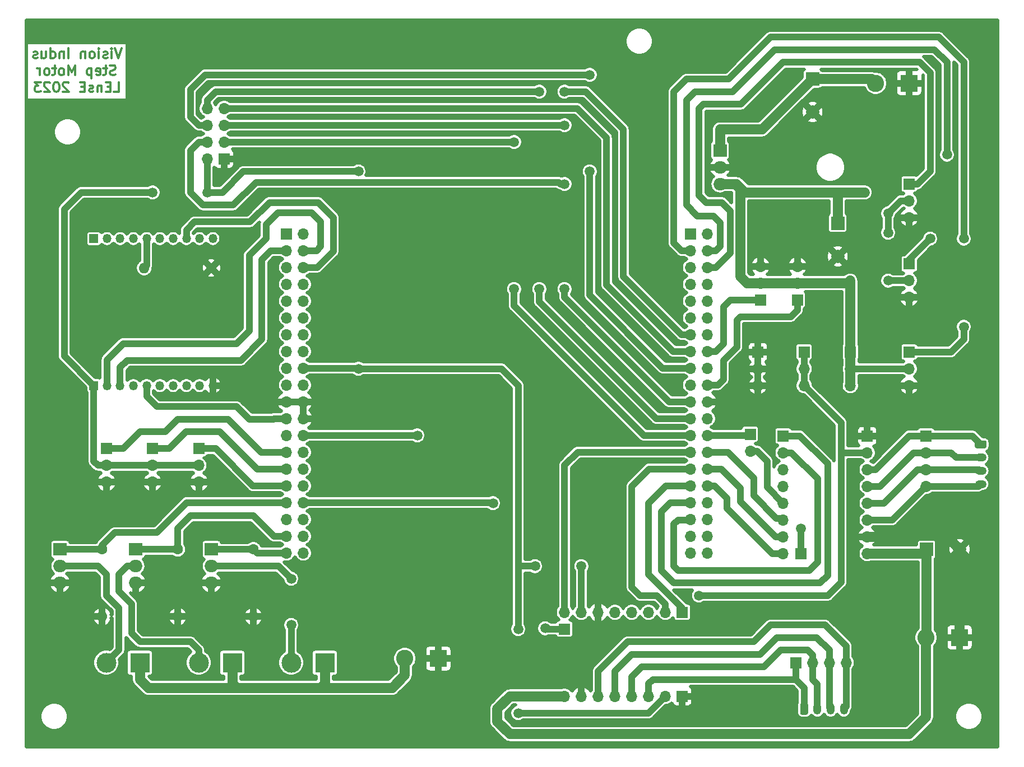
<source format=gbr>
%TF.GenerationSoftware,KiCad,Pcbnew,(5.1.6)-1*%
%TF.CreationDate,2024-02-13T22:18:17+01:00*%
%TF.ProjectId,VisionIndustrielle_TP,56697369-6f6e-4496-9e64-757374726965,rev?*%
%TF.SameCoordinates,Original*%
%TF.FileFunction,Copper,L2,Bot*%
%TF.FilePolarity,Positive*%
%FSLAX46Y46*%
G04 Gerber Fmt 4.6, Leading zero omitted, Abs format (unit mm)*
G04 Created by KiCad (PCBNEW (5.1.6)-1) date 2024-02-13 22:18:17*
%MOMM*%
%LPD*%
G01*
G04 APERTURE LIST*
%TA.AperFunction,NonConductor*%
%ADD10C,0.300000*%
%TD*%
%TA.AperFunction,ComponentPad*%
%ADD11O,1.750000X1.200000*%
%TD*%
%TA.AperFunction,ComponentPad*%
%ADD12R,1.700000X1.700000*%
%TD*%
%TA.AperFunction,ComponentPad*%
%ADD13O,1.700000X1.700000*%
%TD*%
%TA.AperFunction,ComponentPad*%
%ADD14R,1.350000X1.350000*%
%TD*%
%TA.AperFunction,ComponentPad*%
%ADD15O,1.350000X1.350000*%
%TD*%
%TA.AperFunction,ComponentPad*%
%ADD16C,1.600000*%
%TD*%
%TA.AperFunction,ComponentPad*%
%ADD17O,1.600000X1.600000*%
%TD*%
%TA.AperFunction,ComponentPad*%
%ADD18C,2.000000*%
%TD*%
%TA.AperFunction,ComponentPad*%
%ADD19R,2.000000X2.000000*%
%TD*%
%TA.AperFunction,ComponentPad*%
%ADD20R,2.600000X2.600000*%
%TD*%
%TA.AperFunction,ComponentPad*%
%ADD21C,2.600000*%
%TD*%
%TA.AperFunction,ComponentPad*%
%ADD22R,3.000000X3.000000*%
%TD*%
%TA.AperFunction,ComponentPad*%
%ADD23C,3.000000*%
%TD*%
%TA.AperFunction,ComponentPad*%
%ADD24R,2.000000X1.905000*%
%TD*%
%TA.AperFunction,ComponentPad*%
%ADD25O,2.000000X1.905000*%
%TD*%
%TA.AperFunction,ComponentPad*%
%ADD26O,1.200000X1.750000*%
%TD*%
%TA.AperFunction,ViaPad*%
%ADD27C,1.500000*%
%TD*%
%TA.AperFunction,Conductor*%
%ADD28C,1.500000*%
%TD*%
%TA.AperFunction,Conductor*%
%ADD29C,1.000000*%
%TD*%
%TA.AperFunction,Conductor*%
%ADD30C,0.508000*%
%TD*%
G04 APERTURE END LIST*
D10*
X21355000Y-79813571D02*
X20855000Y-81313571D01*
X20355000Y-79813571D01*
X19855000Y-81313571D02*
X19855000Y-80313571D01*
X19855000Y-79813571D02*
X19926428Y-79885000D01*
X19855000Y-79956428D01*
X19783571Y-79885000D01*
X19855000Y-79813571D01*
X19855000Y-79956428D01*
X19212142Y-81242142D02*
X19069285Y-81313571D01*
X18783571Y-81313571D01*
X18640714Y-81242142D01*
X18569285Y-81099285D01*
X18569285Y-81027857D01*
X18640714Y-80885000D01*
X18783571Y-80813571D01*
X18997857Y-80813571D01*
X19140714Y-80742142D01*
X19212142Y-80599285D01*
X19212142Y-80527857D01*
X19140714Y-80385000D01*
X18997857Y-80313571D01*
X18783571Y-80313571D01*
X18640714Y-80385000D01*
X17926428Y-81313571D02*
X17926428Y-80313571D01*
X17926428Y-79813571D02*
X17997857Y-79885000D01*
X17926428Y-79956428D01*
X17855000Y-79885000D01*
X17926428Y-79813571D01*
X17926428Y-79956428D01*
X16997857Y-81313571D02*
X17140714Y-81242142D01*
X17212142Y-81170714D01*
X17283571Y-81027857D01*
X17283571Y-80599285D01*
X17212142Y-80456428D01*
X17140714Y-80385000D01*
X16997857Y-80313571D01*
X16783571Y-80313571D01*
X16640714Y-80385000D01*
X16569285Y-80456428D01*
X16497857Y-80599285D01*
X16497857Y-81027857D01*
X16569285Y-81170714D01*
X16640714Y-81242142D01*
X16783571Y-81313571D01*
X16997857Y-81313571D01*
X15855000Y-80313571D02*
X15855000Y-81313571D01*
X15855000Y-80456428D02*
X15783571Y-80385000D01*
X15640714Y-80313571D01*
X15426428Y-80313571D01*
X15283571Y-80385000D01*
X15212142Y-80527857D01*
X15212142Y-81313571D01*
X13355000Y-81313571D02*
X13355000Y-79813571D01*
X12640714Y-80313571D02*
X12640714Y-81313571D01*
X12640714Y-80456428D02*
X12569285Y-80385000D01*
X12426428Y-80313571D01*
X12212142Y-80313571D01*
X12069285Y-80385000D01*
X11997857Y-80527857D01*
X11997857Y-81313571D01*
X10640714Y-81313571D02*
X10640714Y-79813571D01*
X10640714Y-81242142D02*
X10783571Y-81313571D01*
X11069285Y-81313571D01*
X11212142Y-81242142D01*
X11283571Y-81170714D01*
X11355000Y-81027857D01*
X11355000Y-80599285D01*
X11283571Y-80456428D01*
X11212142Y-80385000D01*
X11069285Y-80313571D01*
X10783571Y-80313571D01*
X10640714Y-80385000D01*
X9283571Y-80313571D02*
X9283571Y-81313571D01*
X9926428Y-80313571D02*
X9926428Y-81099285D01*
X9855000Y-81242142D01*
X9712142Y-81313571D01*
X9497857Y-81313571D01*
X9355000Y-81242142D01*
X9283571Y-81170714D01*
X8640714Y-81242142D02*
X8497857Y-81313571D01*
X8212142Y-81313571D01*
X8069285Y-81242142D01*
X7997857Y-81099285D01*
X7997857Y-81027857D01*
X8069285Y-80885000D01*
X8212142Y-80813571D01*
X8426428Y-80813571D01*
X8569285Y-80742142D01*
X8640714Y-80599285D01*
X8640714Y-80527857D01*
X8569285Y-80385000D01*
X8426428Y-80313571D01*
X8212142Y-80313571D01*
X8069285Y-80385000D01*
X20462142Y-83792142D02*
X20247857Y-83863571D01*
X19890714Y-83863571D01*
X19747857Y-83792142D01*
X19676428Y-83720714D01*
X19605000Y-83577857D01*
X19605000Y-83435000D01*
X19676428Y-83292142D01*
X19747857Y-83220714D01*
X19890714Y-83149285D01*
X20176428Y-83077857D01*
X20319285Y-83006428D01*
X20390714Y-82935000D01*
X20462142Y-82792142D01*
X20462142Y-82649285D01*
X20390714Y-82506428D01*
X20319285Y-82435000D01*
X20176428Y-82363571D01*
X19819285Y-82363571D01*
X19605000Y-82435000D01*
X19176428Y-82863571D02*
X18605000Y-82863571D01*
X18962142Y-82363571D02*
X18962142Y-83649285D01*
X18890714Y-83792142D01*
X18747857Y-83863571D01*
X18605000Y-83863571D01*
X17533571Y-83792142D02*
X17676428Y-83863571D01*
X17962142Y-83863571D01*
X18105000Y-83792142D01*
X18176428Y-83649285D01*
X18176428Y-83077857D01*
X18105000Y-82935000D01*
X17962142Y-82863571D01*
X17676428Y-82863571D01*
X17533571Y-82935000D01*
X17462142Y-83077857D01*
X17462142Y-83220714D01*
X18176428Y-83363571D01*
X16819285Y-82863571D02*
X16819285Y-84363571D01*
X16819285Y-82935000D02*
X16676428Y-82863571D01*
X16390714Y-82863571D01*
X16247857Y-82935000D01*
X16176428Y-83006428D01*
X16105000Y-83149285D01*
X16105000Y-83577857D01*
X16176428Y-83720714D01*
X16247857Y-83792142D01*
X16390714Y-83863571D01*
X16676428Y-83863571D01*
X16819285Y-83792142D01*
X14319285Y-83863571D02*
X14319285Y-82363571D01*
X13819285Y-83435000D01*
X13319285Y-82363571D01*
X13319285Y-83863571D01*
X12390714Y-83863571D02*
X12533571Y-83792142D01*
X12605000Y-83720714D01*
X12676428Y-83577857D01*
X12676428Y-83149285D01*
X12605000Y-83006428D01*
X12533571Y-82935000D01*
X12390714Y-82863571D01*
X12176428Y-82863571D01*
X12033571Y-82935000D01*
X11962142Y-83006428D01*
X11890714Y-83149285D01*
X11890714Y-83577857D01*
X11962142Y-83720714D01*
X12033571Y-83792142D01*
X12176428Y-83863571D01*
X12390714Y-83863571D01*
X11462142Y-82863571D02*
X10890714Y-82863571D01*
X11247857Y-82363571D02*
X11247857Y-83649285D01*
X11176428Y-83792142D01*
X11033571Y-83863571D01*
X10890714Y-83863571D01*
X10176428Y-83863571D02*
X10319285Y-83792142D01*
X10390714Y-83720714D01*
X10462142Y-83577857D01*
X10462142Y-83149285D01*
X10390714Y-83006428D01*
X10319285Y-82935000D01*
X10176428Y-82863571D01*
X9962142Y-82863571D01*
X9819285Y-82935000D01*
X9747857Y-83006428D01*
X9676428Y-83149285D01*
X9676428Y-83577857D01*
X9747857Y-83720714D01*
X9819285Y-83792142D01*
X9962142Y-83863571D01*
X10176428Y-83863571D01*
X9033571Y-83863571D02*
X9033571Y-82863571D01*
X9033571Y-83149285D02*
X8962142Y-83006428D01*
X8890714Y-82935000D01*
X8747857Y-82863571D01*
X8605000Y-82863571D01*
X20212142Y-86413571D02*
X20926428Y-86413571D01*
X20926428Y-84913571D01*
X19712142Y-85627857D02*
X19212142Y-85627857D01*
X18997857Y-86413571D02*
X19712142Y-86413571D01*
X19712142Y-84913571D01*
X18997857Y-84913571D01*
X18355000Y-85413571D02*
X18355000Y-86413571D01*
X18355000Y-85556428D02*
X18283571Y-85485000D01*
X18140714Y-85413571D01*
X17926428Y-85413571D01*
X17783571Y-85485000D01*
X17712142Y-85627857D01*
X17712142Y-86413571D01*
X17069285Y-86342142D02*
X16926428Y-86413571D01*
X16640714Y-86413571D01*
X16497857Y-86342142D01*
X16426428Y-86199285D01*
X16426428Y-86127857D01*
X16497857Y-85985000D01*
X16640714Y-85913571D01*
X16855000Y-85913571D01*
X16997857Y-85842142D01*
X17069285Y-85699285D01*
X17069285Y-85627857D01*
X16997857Y-85485000D01*
X16855000Y-85413571D01*
X16640714Y-85413571D01*
X16497857Y-85485000D01*
X15783571Y-85627857D02*
X15283571Y-85627857D01*
X15069285Y-86413571D02*
X15783571Y-86413571D01*
X15783571Y-84913571D01*
X15069285Y-84913571D01*
X13355000Y-85056428D02*
X13283571Y-84985000D01*
X13140714Y-84913571D01*
X12783571Y-84913571D01*
X12640714Y-84985000D01*
X12569285Y-85056428D01*
X12497857Y-85199285D01*
X12497857Y-85342142D01*
X12569285Y-85556428D01*
X13426428Y-86413571D01*
X12497857Y-86413571D01*
X11569285Y-84913571D02*
X11426428Y-84913571D01*
X11283571Y-84985000D01*
X11212142Y-85056428D01*
X11140714Y-85199285D01*
X11069285Y-85485000D01*
X11069285Y-85842142D01*
X11140714Y-86127857D01*
X11212142Y-86270714D01*
X11283571Y-86342142D01*
X11426428Y-86413571D01*
X11569285Y-86413571D01*
X11712142Y-86342142D01*
X11783571Y-86270714D01*
X11855000Y-86127857D01*
X11926428Y-85842142D01*
X11926428Y-85485000D01*
X11855000Y-85199285D01*
X11783571Y-85056428D01*
X11712142Y-84985000D01*
X11569285Y-84913571D01*
X10497857Y-85056428D02*
X10426428Y-84985000D01*
X10283571Y-84913571D01*
X9926428Y-84913571D01*
X9783571Y-84985000D01*
X9712142Y-85056428D01*
X9640714Y-85199285D01*
X9640714Y-85342142D01*
X9712142Y-85556428D01*
X10569285Y-86413571D01*
X9640714Y-86413571D01*
X9140714Y-84913571D02*
X8212142Y-84913571D01*
X8712142Y-85485000D01*
X8497857Y-85485000D01*
X8355000Y-85556428D01*
X8283571Y-85627857D01*
X8212142Y-85770714D01*
X8212142Y-86127857D01*
X8283571Y-86270714D01*
X8355000Y-86342142D01*
X8497857Y-86413571D01*
X8926428Y-86413571D01*
X9069285Y-86342142D01*
X9140714Y-86270714D01*
%TO.P,J13,1*%
%TO.N,MOT_1A*%
%TA.AperFunction,ComponentPad*%
G36*
G01*
X150504999Y-139100000D02*
X151755001Y-139100000D01*
G75*
G02*
X152005000Y-139349999I0J-249999D01*
G01*
X152005000Y-140050001D01*
G75*
G02*
X151755001Y-140300000I-249999J0D01*
G01*
X150504999Y-140300000D01*
G75*
G02*
X150255000Y-140050001I0J249999D01*
G01*
X150255000Y-139349999D01*
G75*
G02*
X150504999Y-139100000I249999J0D01*
G01*
G37*
%TD.AperFunction*%
D11*
%TO.P,J13,2*%
%TO.N,MOT_1B*%
X151130000Y-141700000D03*
%TO.P,J13,3*%
%TO.N,MOT_2A*%
X151130000Y-143700000D03*
%TO.P,J13,4*%
%TO.N,MOT_2B*%
X151130000Y-145700000D03*
%TD*%
D12*
%TO.P,J31,1*%
%TO.N,VREF_OUT_NUC*%
X88265000Y-167640000D03*
%TD*%
%TO.P,J22,1*%
%TO.N,GND*%
X36830000Y-96520000D03*
D13*
%TO.P,J22,2*%
%TO.N,3.3V_NUC*%
X34290000Y-96520000D03*
%TO.P,J22,3*%
%TO.N,CE_nRF*%
X36830000Y-93980000D03*
%TO.P,J22,4*%
%TO.N,CSN_nRF*%
X34290000Y-93980000D03*
%TO.P,J22,5*%
%TO.N,SCK*%
X36830000Y-91440000D03*
%TO.P,J22,6*%
%TO.N,MOSI*%
X34290000Y-91440000D03*
%TO.P,J22,7*%
%TO.N,MISO*%
X36830000Y-88900000D03*
%TO.P,J22,8*%
%TO.N,IRQ_nRF*%
X34290000Y-88900000D03*
%TD*%
%TO.P,J10,40*%
%TO.N,Net-(J10-Pad40)*%
X48815001Y-156130001D03*
%TO.P,J10,39*%
%TO.N,NUC_E1*%
X46275001Y-156130001D03*
%TO.P,J10,38*%
%TO.N,Net-(J10-Pad38)*%
X48815001Y-153590001D03*
%TO.P,J10,37*%
%TO.N,NUC_E2*%
X46275001Y-153590001D03*
%TO.P,J10,36*%
%TO.N,Net-(J10-Pad36)*%
X48815001Y-151050001D03*
%TO.P,J10,35*%
%TO.N,Net-(J10-Pad35)*%
X46275001Y-151050001D03*
%TO.P,J10,34*%
%TO.N,VREF_OUT_NUC*%
X48815001Y-148510001D03*
%TO.P,J10,33*%
%TO.N,NUC_E3*%
X46275001Y-148510001D03*
%TO.P,J10,32*%
%TO.N,Net-(J10-Pad32)*%
X48815001Y-145970001D03*
%TO.P,J10,31*%
%TO.N,VCapt3*%
X46275001Y-145970001D03*
%TO.P,J10,30*%
%TO.N,Net-(J10-Pad30)*%
X48815001Y-143430001D03*
%TO.P,J10,29*%
%TO.N,VCapt2*%
X46275001Y-143430001D03*
%TO.P,J10,28*%
%TO.N,Net-(J10-Pad28)*%
X48815001Y-140890001D03*
%TO.P,J10,27*%
%TO.N,VCapt1*%
X46275001Y-140890001D03*
%TO.P,J10,26*%
%TO.N,VIN*%
X48815001Y-138350001D03*
%TO.P,J10,25*%
%TO.N,USER_BUTTON*%
X46275001Y-138350001D03*
%TO.P,J10,24*%
%TO.N,GND*%
X48815001Y-135810001D03*
%TO.P,J10,23*%
%TO.N,RESET_N*%
X46275001Y-135810001D03*
%TO.P,J10,22*%
%TO.N,GND*%
X48815001Y-133270001D03*
%TO.P,J10,21*%
X46275001Y-133270001D03*
%TO.P,J10,20*%
%TO.N,5V_NUC*%
X48815001Y-130730001D03*
%TO.P,J10,19*%
%TO.N,Net-(J10-Pad19)*%
X46275001Y-130730001D03*
%TO.P,J10,18*%
%TO.N,3.3V_NUC*%
X48815001Y-128190001D03*
%TO.P,J10,17*%
%TO.N,Net-(J10-Pad17)*%
X46275001Y-128190001D03*
%TO.P,J10,16*%
%TO.N,Net-(J10-Pad16)*%
X48815001Y-125650001D03*
%TO.P,J10,15*%
%TO.N,Net-(J10-Pad15)*%
X46275001Y-125650001D03*
%TO.P,J10,14*%
%TO.N,Net-(J10-Pad14)*%
X48815001Y-123110001D03*
%TO.P,J10,13*%
%TO.N,Net-(J10-Pad13)*%
X46275001Y-123110001D03*
%TO.P,J10,12*%
%TO.N,Net-(J10-Pad12)*%
X48815001Y-120570001D03*
%TO.P,J10,11*%
%TO.N,Net-(J10-Pad11)*%
X46275001Y-120570001D03*
%TO.P,J10,10*%
%TO.N,Net-(J10-Pad10)*%
X48815001Y-118030001D03*
%TO.P,J10,9*%
%TO.N,Net-(J10-Pad9)*%
X46275001Y-118030001D03*
%TO.P,J10,8*%
%TO.N,Net-(J10-Pad8)*%
X48815001Y-115490001D03*
%TO.P,J10,7*%
%TO.N,Net-(J10-Pad7)*%
X46275001Y-115490001D03*
%TO.P,J10,6*%
%TO.N,GPIO2_STATUS*%
X48815001Y-112950001D03*
%TO.P,J10,5*%
%TO.N,Net-(J10-Pad5)*%
X46275001Y-112950001D03*
%TO.P,J10,4*%
%TO.N,RX*%
X48815001Y-110410001D03*
%TO.P,J10,3*%
%TO.N,TX*%
X46275001Y-110410001D03*
%TO.P,J10,2*%
%TO.N,Net-(J10-Pad2)*%
X48815001Y-107870001D03*
D12*
%TO.P,J10,1*%
%TO.N,Net-(J10-Pad1)*%
X46275001Y-107870001D03*
%TD*%
%TO.P,J14,1*%
%TO.N,Net-(J14-Pad1)*%
X107315000Y-107870001D03*
D13*
%TO.P,J14,2*%
%TO.N,Net-(J14-Pad2)*%
X109855000Y-107870001D03*
%TO.P,J14,3*%
%TO.N,NUC_P3*%
X107315000Y-110410001D03*
%TO.P,J14,4*%
%TO.N,NUC_P2*%
X109855000Y-110410001D03*
%TO.P,J14,5*%
%TO.N,Net-(J14-Pad5)*%
X107315000Y-112950001D03*
%TO.P,J14,6*%
%TO.N,NUC_P1*%
X109855000Y-112950001D03*
%TO.P,J14,7*%
%TO.N,Net-(J14-Pad7)*%
X107315000Y-115490001D03*
%TO.P,J14,8*%
%TO.N,Net-(J14-Pad8)*%
X109855000Y-115490001D03*
%TO.P,J14,9*%
%TO.N,Net-(J14-Pad9)*%
X107315000Y-118030001D03*
%TO.P,J14,10*%
%TO.N,Net-(J14-Pad10)*%
X109855000Y-118030001D03*
%TO.P,J14,11*%
%TO.N,Net-(J14-Pad11)*%
X107315000Y-120570001D03*
%TO.P,J14,12*%
%TO.N,Net-(J14-Pad12)*%
X109855000Y-120570001D03*
%TO.P,J14,13*%
%TO.N,SCK*%
X107315000Y-123110001D03*
%TO.P,J14,14*%
%TO.N,Net-(J14-Pad14)*%
X109855000Y-123110001D03*
%TO.P,J14,15*%
%TO.N,MISO*%
X107315000Y-125650001D03*
%TO.P,J14,16*%
%TO.N,LED_1*%
X109855000Y-125650001D03*
%TO.P,J14,17*%
%TO.N,MOSI*%
X107315000Y-128190001D03*
%TO.P,J14,18*%
%TO.N,Net-(J14-Pad18)*%
X109855000Y-128190001D03*
%TO.P,J14,19*%
%TO.N,Net-(J14-Pad19)*%
X107315000Y-130730001D03*
%TO.P,J14,20*%
%TO.N,LED_2*%
X109855000Y-130730001D03*
%TO.P,J14,21*%
%TO.N,CSN_nRF*%
X107315000Y-133270001D03*
%TO.P,J14,22*%
%TO.N,GND*%
X109855000Y-133270001D03*
%TO.P,J14,23*%
%TO.N,IRQ_nRF*%
X107315000Y-135810001D03*
%TO.P,J14,24*%
%TO.N,Net-(J14-Pad24)*%
X109855000Y-135810001D03*
%TO.P,J14,25*%
%TO.N,CE_nRF*%
X107315000Y-138350001D03*
%TO.P,J14,26*%
%TO.N,CFG3_NUC*%
X109855000Y-138350001D03*
%TO.P,J14,27*%
%TO.N,EN2_NUC*%
X107315000Y-140890001D03*
%TO.P,J14,28*%
%TO.N,CFG2_NUC*%
X109855000Y-140890001D03*
%TO.P,J14,29*%
%TO.N,STEP2_NUC*%
X107315000Y-143430001D03*
%TO.P,J14,30*%
%TO.N,CFG1_NUC*%
X109855000Y-143430001D03*
%TO.P,J14,31*%
%TO.N,DIR2_NUC*%
X107315000Y-145970001D03*
%TO.P,J14,32*%
%TO.N,EN_NUC*%
X109855000Y-145970001D03*
%TO.P,J14,33*%
%TO.N,DIR_NUC*%
X107315000Y-148510001D03*
%TO.P,J14,34*%
%TO.N,Net-(J14-Pad34)*%
X109855000Y-148510001D03*
%TO.P,J14,35*%
%TO.N,STEP_NUC*%
X107315000Y-151050001D03*
%TO.P,J14,36*%
%TO.N,Net-(J14-Pad36)*%
X109855000Y-151050001D03*
%TO.P,J14,37*%
%TO.N,Net-(J14-Pad37)*%
X107315000Y-153590001D03*
%TO.P,J14,38*%
%TO.N,Net-(J14-Pad38)*%
X109855000Y-153590001D03*
%TO.P,J14,39*%
%TO.N,Net-(J14-Pad39)*%
X107315000Y-156130001D03*
%TO.P,J14,40*%
%TO.N,Net-(J14-Pad40)*%
X109855000Y-156130001D03*
%TD*%
D14*
%TO.P,J9,1*%
%TO.N,3.3V_NUC*%
X17145000Y-130810000D03*
D15*
%TO.P,J9,2*%
%TO.N,RX*%
X19145000Y-130810000D03*
%TO.P,J9,3*%
%TO.N,TX*%
X21145000Y-130810000D03*
%TO.P,J9,4*%
%TO.N,Net-(J9-Pad4)*%
X23145000Y-130810000D03*
%TO.P,J9,5*%
%TO.N,RESET_N*%
X25145000Y-130810000D03*
%TO.P,J9,6*%
%TO.N,Net-(J9-Pad6)*%
X27145000Y-130810000D03*
%TO.P,J9,7*%
%TO.N,Net-(J9-Pad7)*%
X29145000Y-130810000D03*
%TO.P,J9,8*%
%TO.N,Net-(J9-Pad8)*%
X31145000Y-130810000D03*
%TO.P,J9,9*%
%TO.N,Net-(J9-Pad9)*%
X33145000Y-130810000D03*
%TO.P,J9,10*%
%TO.N,GND*%
X35145000Y-130810000D03*
%TD*%
%TO.P,J11,10*%
%TO.N,Net-(J11-Pad10)*%
X35145000Y-108585000D03*
%TO.P,J11,9*%
%TO.N,Net-(J11-Pad9)*%
X33145000Y-108585000D03*
%TO.P,J11,8*%
%TO.N,GPIO2_STATUS*%
X31145000Y-108585000D03*
%TO.P,J11,7*%
%TO.N,Net-(J11-Pad7)*%
X29145000Y-108585000D03*
%TO.P,J11,6*%
%TO.N,Net-(J11-Pad6)*%
X27145000Y-108585000D03*
%TO.P,J11,5*%
%TO.N,Net-(J11-Pad5)*%
X25145000Y-108585000D03*
%TO.P,J11,4*%
%TO.N,Net-(J11-Pad4)*%
X23145000Y-108585000D03*
%TO.P,J11,3*%
%TO.N,Net-(J11-Pad3)*%
X21145000Y-108585000D03*
%TO.P,J11,2*%
%TO.N,Net-(J11-Pad2)*%
X19145000Y-108585000D03*
D14*
%TO.P,J11,1*%
%TO.N,Net-(J11-Pad1)*%
X17145000Y-108585000D03*
%TD*%
D16*
%TO.P,R1,1*%
%TO.N,GND*%
X34925000Y-113030000D03*
D17*
%TO.P,R1,2*%
%TO.N,Net-(J11-Pad5)*%
X24765000Y-113030000D03*
%TD*%
D18*
%TO.P,C1,2*%
%TO.N,GND*%
X125730000Y-89455000D03*
D19*
%TO.P,C1,1*%
%TO.N,VIN*%
X125730000Y-84455000D03*
%TD*%
%TO.P,C4,1*%
%TO.N,5V_REG*%
X129540000Y-106252000D03*
D18*
%TO.P,C4,2*%
%TO.N,GND*%
X129540000Y-111252000D03*
%TD*%
D12*
%TO.P,J1,1*%
%TO.N,VCapt1*%
X19050000Y-140335000D03*
D13*
%TO.P,J1,2*%
%TO.N,3.3V_NUC*%
X19050000Y-142875000D03*
%TO.P,J1,3*%
%TO.N,GND*%
X19050000Y-145415000D03*
%TD*%
D12*
%TO.P,J2,1*%
%TO.N,CFG3_NUC*%
X116332000Y-138176000D03*
D13*
%TO.P,J2,2*%
%TO.N,CFG3_NUC_O*%
X116332000Y-140716000D03*
%TD*%
%TO.P,J3,3*%
%TO.N,GND*%
X26035000Y-145415000D03*
%TO.P,J3,2*%
%TO.N,3.3V_NUC*%
X26035000Y-142875000D03*
D12*
%TO.P,J3,1*%
%TO.N,VCapt2*%
X26035000Y-140335000D03*
%TD*%
%TO.P,J4,1*%
%TO.N,VCapt3*%
X33020000Y-140335000D03*
D13*
%TO.P,J4,2*%
%TO.N,3.3V_NUC*%
X33020000Y-142875000D03*
%TO.P,J4,3*%
%TO.N,GND*%
X33020000Y-145415000D03*
%TD*%
D20*
%TO.P,J5,1*%
%TO.N,GND*%
X147955000Y-168910000D03*
D21*
%TO.P,J5,2*%
%TO.N,VMOT*%
X142875000Y-168910000D03*
%TD*%
D12*
%TO.P,J6,1*%
%TO.N,DIR_NUC*%
X121285000Y-138430000D03*
D13*
%TO.P,J6,2*%
%TO.N,STEP_NUC*%
X121285000Y-140970000D03*
%TO.P,J6,3*%
%TO.N,Net-(J6-Pad3)*%
X121285000Y-143510000D03*
%TO.P,J6,4*%
%TO.N,Net-(J6-Pad4)*%
X121285000Y-146050000D03*
%TO.P,J6,5*%
%TO.N,CFG3_NUC_O*%
X121285000Y-148590000D03*
%TO.P,J6,6*%
%TO.N,CFG2_NUC*%
X121285000Y-151130000D03*
%TO.P,J6,7*%
%TO.N,CFG1_NUC*%
X121285000Y-153670000D03*
%TO.P,J6,8*%
%TO.N,EN_NUC*%
X121285000Y-156210000D03*
%TD*%
%TO.P,J7,8*%
%TO.N,VMOT*%
X133985000Y-156210000D03*
%TO.P,J7,7*%
%TO.N,GND*%
X133985000Y-153670000D03*
%TO.P,J7,6*%
%TO.N,MOT_2B*%
X133985000Y-151130000D03*
%TO.P,J7,5*%
%TO.N,MOT_2A*%
X133985000Y-148590000D03*
%TO.P,J7,4*%
%TO.N,MOT_1B*%
X133985000Y-146050000D03*
%TO.P,J7,3*%
%TO.N,MOT_1A*%
X133985000Y-143510000D03*
%TO.P,J7,2*%
%TO.N,3.3V_NUC*%
X133985000Y-140970000D03*
D12*
%TO.P,J7,1*%
%TO.N,GND*%
X133985000Y-138430000D03*
%TD*%
%TO.P,J8,1*%
%TO.N,VREF_OUT_NUC*%
X123952000Y-156210000D03*
%TD*%
D20*
%TO.P,J12,1*%
%TO.N,GND*%
X140335000Y-85090000D03*
D21*
%TO.P,J12,2*%
%TO.N,VIN*%
X135255000Y-85090000D03*
%TD*%
D12*
%TO.P,J15,1*%
%TO.N,NUC_P1*%
X140335000Y-100330000D03*
D13*
%TO.P,J15,2*%
%TO.N,5V_REG*%
X140335000Y-102870000D03*
%TO.P,J15,3*%
%TO.N,GND*%
X140335000Y-105410000D03*
%TD*%
%TO.P,J16,3*%
%TO.N,GND*%
X140335000Y-117475000D03*
%TO.P,J16,2*%
%TO.N,5V_REG*%
X140335000Y-114935000D03*
D12*
%TO.P,J16,1*%
%TO.N,NUC_P2*%
X140335000Y-112395000D03*
%TD*%
%TO.P,J17,1*%
%TO.N,MOT_1A*%
X142875000Y-138430000D03*
D13*
%TO.P,J17,2*%
%TO.N,MOT_1B*%
X142875000Y-140970000D03*
%TO.P,J17,3*%
%TO.N,MOT_2A*%
X142875000Y-143510000D03*
%TO.P,J17,4*%
%TO.N,MOT_2B*%
X142875000Y-146050000D03*
%TD*%
%TO.P,J18,3*%
%TO.N,GND*%
X117475000Y-130810000D03*
%TO.P,J18,2*%
X117475000Y-128270000D03*
D12*
%TO.P,J18,1*%
X117475000Y-125730000D03*
%TD*%
D21*
%TO.P,J19,2*%
%TO.N,VECL*%
X64135000Y-172085000D03*
D20*
%TO.P,J19,1*%
%TO.N,GND*%
X69215000Y-172085000D03*
%TD*%
D12*
%TO.P,J20,1*%
%TO.N,5V_REG*%
X131445000Y-125730000D03*
D13*
%TO.P,J20,2*%
X131445000Y-128270000D03*
%TO.P,J20,3*%
X131445000Y-130810000D03*
%TD*%
D22*
%TO.P,J23,1*%
%TO.N,VECL*%
X52070000Y-172720000D03*
D23*
%TO.P,J23,2*%
%TO.N,Net-(J23-Pad2)*%
X46990000Y-172720000D03*
%TD*%
%TO.P,J24,2*%
%TO.N,Net-(J24-Pad2)*%
X33020000Y-172720000D03*
D22*
%TO.P,J24,1*%
%TO.N,VECL*%
X38100000Y-172720000D03*
%TD*%
%TO.P,J25,1*%
%TO.N,VECL*%
X24130000Y-172720000D03*
D23*
%TO.P,J25,2*%
%TO.N,Net-(J25-Pad2)*%
X19050000Y-172720000D03*
%TD*%
D12*
%TO.P,J26,1*%
%TO.N,NUC_P3*%
X140335000Y-125730000D03*
D13*
%TO.P,J26,2*%
%TO.N,5V_REG*%
X140335000Y-128270000D03*
%TO.P,J26,3*%
%TO.N,GND*%
X140335000Y-130810000D03*
%TD*%
D24*
%TO.P,Q1,1*%
%TO.N,NUC_E1*%
X34925000Y-155575000D03*
D25*
%TO.P,Q1,2*%
%TO.N,Net-(J23-Pad2)*%
X34925000Y-158115000D03*
%TO.P,Q1,3*%
%TO.N,GND*%
X34925000Y-160655000D03*
%TD*%
%TO.P,Q2,3*%
%TO.N,GND*%
X23495000Y-160655000D03*
%TO.P,Q2,2*%
%TO.N,Net-(J24-Pad2)*%
X23495000Y-158115000D03*
D24*
%TO.P,Q2,1*%
%TO.N,NUC_E2*%
X23495000Y-155575000D03*
%TD*%
%TO.P,Q3,1*%
%TO.N,NUC_E3*%
X12065000Y-155575000D03*
D25*
%TO.P,Q3,2*%
%TO.N,Net-(J25-Pad2)*%
X12065000Y-158115000D03*
%TO.P,Q3,3*%
%TO.N,GND*%
X12065000Y-160655000D03*
%TD*%
D16*
%TO.P,R2,1*%
%TO.N,NUC_E1*%
X41275000Y-155575000D03*
D17*
%TO.P,R2,2*%
%TO.N,GND*%
X41275000Y-165735000D03*
%TD*%
%TO.P,R3,2*%
%TO.N,GND*%
X29845000Y-165735000D03*
D16*
%TO.P,R3,1*%
%TO.N,NUC_E2*%
X29845000Y-155575000D03*
%TD*%
%TO.P,R4,1*%
%TO.N,NUC_E3*%
X18415000Y-155575000D03*
D17*
%TO.P,R4,2*%
%TO.N,GND*%
X18415000Y-165735000D03*
%TD*%
D24*
%TO.P,U1,1*%
%TO.N,VIN*%
X111760000Y-95250000D03*
D25*
%TO.P,U1,2*%
%TO.N,GND*%
X111760000Y-97790000D03*
%TO.P,U1,3*%
%TO.N,5V_REG*%
X111760000Y-100330000D03*
%TD*%
D19*
%TO.P,C2,1*%
%TO.N,VMOT*%
X142955000Y-155575000D03*
D18*
%TO.P,C2,2*%
%TO.N,GND*%
X147955000Y-155575000D03*
%TD*%
D12*
%TO.P,J21,1*%
%TO.N,3.3V_NUC*%
X124460000Y-125730000D03*
D13*
%TO.P,J21,2*%
X124460000Y-128270000D03*
%TO.P,J21,3*%
X124460000Y-130810000D03*
%TD*%
D12*
%TO.P,J27,1*%
%TO.N,DIR2_NUC*%
X106045000Y-165100000D03*
D13*
%TO.P,J27,2*%
%TO.N,STEP2_NUC*%
X103505000Y-165100000D03*
%TO.P,J27,3*%
%TO.N,Net-(J27-Pad3)*%
X100965000Y-165100000D03*
%TO.P,J27,4*%
%TO.N,Net-(J27-Pad4)*%
X98425000Y-165100000D03*
%TO.P,J27,5*%
%TO.N,Net-(J27-Pad5)*%
X95885000Y-165100000D03*
%TO.P,J27,6*%
%TO.N,GND*%
X93345000Y-165100000D03*
%TO.P,J27,7*%
%TO.N,3.3V_NUC*%
X90805000Y-165100000D03*
%TO.P,J27,8*%
%TO.N,EN2_NUC*%
X88265000Y-165100000D03*
%TD*%
%TO.P,J28,1*%
%TO.N,MOT2_1A*%
%TA.AperFunction,ComponentPad*%
G36*
G01*
X123860000Y-180330001D02*
X123860000Y-179079999D01*
G75*
G02*
X124109999Y-178830000I249999J0D01*
G01*
X124810001Y-178830000D01*
G75*
G02*
X125060000Y-179079999I0J-249999D01*
G01*
X125060000Y-180330001D01*
G75*
G02*
X124810001Y-180580000I-249999J0D01*
G01*
X124109999Y-180580000D01*
G75*
G02*
X123860000Y-180330001I0J249999D01*
G01*
G37*
%TD.AperFunction*%
D26*
%TO.P,J28,2*%
%TO.N,MOT2_1B*%
X126460000Y-179705000D03*
%TO.P,J28,3*%
%TO.N,MOT2_2A*%
X128460000Y-179705000D03*
%TO.P,J28,4*%
%TO.N,MOT2_2B*%
X130460000Y-179705000D03*
%TD*%
D12*
%TO.P,J29,1*%
%TO.N,MOT2_1A*%
X123190000Y-172720000D03*
D13*
%TO.P,J29,2*%
%TO.N,MOT2_1B*%
X125730000Y-172720000D03*
%TO.P,J29,3*%
%TO.N,MOT2_2A*%
X128270000Y-172720000D03*
%TO.P,J29,4*%
%TO.N,MOT2_2B*%
X130810000Y-172720000D03*
%TD*%
%TO.P,J30,8*%
%TO.N,VMOT*%
X88265000Y-177800000D03*
%TO.P,J30,7*%
%TO.N,GND*%
X90805000Y-177800000D03*
%TO.P,J30,6*%
%TO.N,MOT2_2B*%
X93345000Y-177800000D03*
%TO.P,J30,5*%
%TO.N,MOT2_2A*%
X95885000Y-177800000D03*
%TO.P,J30,4*%
%TO.N,MOT2_1B*%
X98425000Y-177800000D03*
%TO.P,J30,3*%
%TO.N,MOT2_1A*%
X100965000Y-177800000D03*
%TO.P,J30,2*%
%TO.N,3.3V_NUC*%
X103505000Y-177800000D03*
D12*
%TO.P,J30,1*%
%TO.N,GND*%
X106045000Y-177800000D03*
%TD*%
D13*
%TO.P,J32,3*%
%TO.N,GND*%
X117856000Y-112776000D03*
%TO.P,J32,2*%
%TO.N,5V_REG*%
X117856000Y-115316000D03*
D12*
%TO.P,J32,1*%
%TO.N,LED_1*%
X117856000Y-117856000D03*
%TD*%
%TO.P,J33,1*%
%TO.N,LED_2*%
X123444000Y-117856000D03*
D13*
%TO.P,J33,2*%
%TO.N,5V_REG*%
X123444000Y-115316000D03*
%TO.P,J33,3*%
%TO.N,GND*%
X123444000Y-112776000D03*
%TD*%
D27*
%TO.N,VIN*%
X111760000Y-92074994D03*
X66040000Y-138349999D03*
%TO.N,5V_REG*%
X137160000Y-114935000D03*
X137160000Y-107695996D03*
X137160000Y-104775000D03*
X133604006Y-101600000D03*
%TO.N,3.3V_NUC*%
X57150000Y-98425000D03*
X57150000Y-98425000D03*
X57150000Y-128270000D03*
X34290000Y-101600000D03*
X26035000Y-101600000D03*
X81280002Y-180340002D03*
X108585000Y-162560000D03*
X81279990Y-167640000D03*
X90805000Y-158115000D03*
X83820000Y-158115000D03*
%TO.N,SCK*%
X88265000Y-86360000D03*
X88265000Y-91439996D03*
%TO.N,MOSI*%
X92075000Y-98425000D03*
X92075000Y-83820000D03*
%TO.N,CSN_nRF*%
X88265000Y-116205000D03*
X88265000Y-100329996D03*
%TO.N,IRQ_nRF*%
X84455000Y-86360000D03*
X84455000Y-116205000D03*
%TO.N,CE_nRF*%
X80645000Y-93979996D03*
X80645000Y-116205000D03*
%TO.N,VREF_OUT_NUC*%
X77470000Y-148590000D03*
X85344002Y-167513002D03*
X123952000Y-152400000D03*
%TO.N,NUC_P2*%
X146050000Y-95885000D03*
X143509998Y-108585006D03*
%TO.N,NUC_P3*%
X148590000Y-108585000D03*
X148590000Y-121920000D03*
%TO.N,Net-(J23-Pad2)*%
X46990000Y-167005000D03*
X46990000Y-160020000D03*
%TD*%
D28*
%TO.N,GND*%
X147955000Y-155575000D02*
X147955000Y-168910000D01*
X144780000Y-152400000D02*
X147955000Y-155575000D01*
X140970000Y-152400000D02*
X144780000Y-152400000D01*
X133985000Y-153670000D02*
X139700000Y-153670000D01*
X139700000Y-153670000D02*
X140970000Y-152400000D01*
D29*
%TO.N,VCapt1*%
X21590000Y-140335000D02*
X19050000Y-140335000D01*
X24130000Y-137795000D02*
X21590000Y-140335000D01*
X42465001Y-140890001D02*
X37465000Y-135890000D01*
X46275001Y-140890001D02*
X42465001Y-140890001D01*
X37465000Y-135890000D02*
X29845000Y-135890000D01*
X29845000Y-135890000D02*
X27940000Y-137795000D01*
X27940000Y-137795000D02*
X24130000Y-137795000D01*
%TO.N,VCapt2*%
X31115000Y-137795000D02*
X28575000Y-140335000D01*
X36195000Y-137795000D02*
X31115000Y-137795000D01*
X46275001Y-143430001D02*
X41830001Y-143430001D01*
X28575000Y-140335000D02*
X26035000Y-140335000D01*
X41830001Y-143430001D02*
X36195000Y-137795000D01*
%TO.N,VCapt3*%
X35560000Y-140335000D02*
X33020000Y-140335000D01*
X46275001Y-145970001D02*
X41195001Y-145970001D01*
X41195001Y-145970001D02*
X35560000Y-140335000D01*
%TO.N,RX*%
X51435000Y-109775001D02*
X50800000Y-110410001D01*
X38735000Y-124460000D02*
X40640000Y-122555000D01*
X21590000Y-124460000D02*
X38735000Y-124460000D01*
X40640000Y-122555000D02*
X40640000Y-111125000D01*
X40640000Y-111125000D02*
X43180000Y-108585000D01*
X50800000Y-110410001D02*
X48815001Y-110410001D01*
X19145000Y-130810000D02*
X19145000Y-126905000D01*
X19145000Y-126905000D02*
X21590000Y-124460000D01*
X43180000Y-108585000D02*
X43180000Y-106426000D01*
X51435000Y-106045000D02*
X51435000Y-109775001D01*
X43180000Y-106426000D02*
X44958000Y-104648000D01*
X44958000Y-104648000D02*
X50038000Y-104648000D01*
X50038000Y-104648000D02*
X51435000Y-106045000D01*
%TO.N,TX*%
X46275001Y-110410001D02*
X43894999Y-110410001D01*
X43894999Y-110410001D02*
X42545000Y-111760000D01*
X42545000Y-111760000D02*
X42545000Y-123825000D01*
X42545000Y-123825000D02*
X39370000Y-127000000D01*
X39370000Y-127000000D02*
X22225000Y-127000000D01*
X21145000Y-128080000D02*
X21145000Y-130810000D01*
X22225000Y-127000000D02*
X21145000Y-128080000D01*
D28*
%TO.N,VIN*%
X135255000Y-85090000D02*
X134620000Y-84455000D01*
X134620000Y-84455000D02*
X125730000Y-84455000D01*
X117474994Y-92074994D02*
X112820660Y-92074994D01*
X112820660Y-92074994D02*
X111760000Y-92074994D01*
X117475000Y-92075000D02*
X117474994Y-92074994D01*
X125730000Y-84455000D02*
X118110000Y-92075000D01*
X118110000Y-92075000D02*
X117475000Y-92075000D01*
X111760000Y-92074994D02*
X111760000Y-95250000D01*
D29*
X48815001Y-138350001D02*
X66039998Y-138350001D01*
X66039998Y-138350001D02*
X66040000Y-138349999D01*
D28*
%TO.N,5V_REG*%
X131445000Y-125730000D02*
X131445000Y-128270000D01*
X131445000Y-128270000D02*
X131445000Y-130810000D01*
D29*
X131445000Y-128270000D02*
X140335000Y-128270000D01*
X140335000Y-102870000D02*
X139065000Y-102870000D01*
X139065000Y-102870000D02*
X137160000Y-104775000D01*
D28*
X131445000Y-125730000D02*
X131445000Y-114935000D01*
X117856000Y-115316000D02*
X123444000Y-115316000D01*
X123444000Y-115316000D02*
X131064000Y-115316000D01*
D29*
X137160000Y-114935000D02*
X140335000Y-114935000D01*
X137160000Y-104775000D02*
X137160000Y-107696000D01*
X137160000Y-107696000D02*
X137160000Y-107695996D01*
D28*
X115824000Y-115316000D02*
X117856000Y-115316000D01*
X114808000Y-114300000D02*
X115824000Y-115316000D01*
X114808000Y-101092000D02*
X114808000Y-114300000D01*
X117348000Y-101600000D02*
X115316000Y-101600000D01*
X114300000Y-100584000D02*
X114808000Y-101092000D01*
X114260000Y-100330000D02*
X115530000Y-101600000D01*
X111760000Y-100330000D02*
X114260000Y-100330000D01*
X115530000Y-101600000D02*
X133604006Y-101600000D01*
X129540000Y-101600000D02*
X133604006Y-101600000D01*
X129540000Y-106252000D02*
X129540000Y-101600000D01*
D29*
%TO.N,RESET_N*%
X44370001Y-135810001D02*
X46275001Y-135810001D01*
X44290002Y-135890000D02*
X44370001Y-135810001D01*
X38735000Y-133985000D02*
X40640000Y-135890000D01*
X25145000Y-130810000D02*
X25145000Y-132460000D01*
X26670000Y-133985000D02*
X38735000Y-133985000D01*
X25145000Y-132460000D02*
X26670000Y-133985000D01*
X40640000Y-135890000D02*
X44290002Y-135890000D01*
%TO.N,GPIO2_STATUS*%
X31145000Y-107285000D02*
X31145000Y-108585000D01*
X32385000Y-106045000D02*
X31145000Y-107285000D01*
X40767000Y-106045000D02*
X32385000Y-106045000D01*
X43688000Y-103124000D02*
X40767000Y-106045000D01*
X53340000Y-105410000D02*
X51054000Y-103124000D01*
X53340000Y-110490000D02*
X53340000Y-105410000D01*
X50879999Y-112950001D02*
X53340000Y-110490000D01*
X48815001Y-112950001D02*
X50879999Y-112950001D01*
X51054000Y-103124000D02*
X43688000Y-103124000D01*
%TO.N,Net-(J11-Pad5)*%
X25145000Y-112650000D02*
X24765000Y-113030000D01*
X25145000Y-108585000D02*
X25145000Y-112650000D01*
%TO.N,3.3V_NUC*%
X33020000Y-142875000D02*
X26035000Y-142875000D01*
X26035000Y-142875000D02*
X19050000Y-142875000D01*
X124460000Y-125730000D02*
X124460000Y-128270000D01*
X34290000Y-99060000D02*
X34290000Y-100965000D01*
X26035000Y-101600000D02*
X15240000Y-101600000D01*
X15240000Y-101600000D02*
X12700000Y-104140000D01*
X12700000Y-126365000D02*
X17145000Y-130810000D01*
X12700000Y-104140000D02*
X12700000Y-126365000D01*
X57070001Y-128190001D02*
X57150000Y-128270000D01*
X48815001Y-128190001D02*
X57070001Y-128190001D01*
X34290000Y-99060000D02*
X34290000Y-96520000D01*
X124460000Y-128270000D02*
X124460000Y-130810000D01*
X78740000Y-128270000D02*
X57150000Y-128270000D01*
X81280000Y-130810000D02*
X78740000Y-128270000D01*
X100964998Y-180340002D02*
X81280002Y-180340002D01*
X103505000Y-177800000D02*
X100964998Y-180340002D01*
X81280000Y-158115000D02*
X81280000Y-130810000D01*
X81280000Y-167639990D02*
X81280000Y-158115000D01*
X81279990Y-167640000D02*
X81280000Y-167639990D01*
X90805000Y-165100000D02*
X90805000Y-158115000D01*
X81280000Y-158115000D02*
X83820000Y-158115000D01*
X39751000Y-98425000D02*
X57150000Y-98425000D01*
X34925000Y-101600000D02*
X36576000Y-101600000D01*
X36576000Y-101600000D02*
X39751000Y-98425000D01*
X17780000Y-142875000D02*
X17145000Y-142240000D01*
X19050000Y-142875000D02*
X17780000Y-142875000D01*
X17145000Y-142240000D02*
X17145000Y-130810000D01*
X111760000Y-162560000D02*
X108585000Y-162560000D01*
X128016000Y-162560000D02*
X111760000Y-162560000D01*
X130302000Y-140970000D02*
X130048000Y-140716000D01*
X133985000Y-140970000D02*
X130302000Y-140970000D01*
X130048000Y-140716000D02*
X130048000Y-160528000D01*
X130048000Y-160528000D02*
X128016000Y-162560000D01*
X130048000Y-136398000D02*
X130048000Y-140716000D01*
X124460000Y-130810000D02*
X130048000Y-136398000D01*
%TO.N,SCK*%
X88264996Y-91440000D02*
X36830000Y-91440000D01*
X88265000Y-91439996D02*
X88264996Y-91440000D01*
X97155000Y-114300000D02*
X97155000Y-92075000D01*
X107315000Y-123110001D02*
X105965001Y-123110001D01*
X91440000Y-86360000D02*
X88265000Y-86360000D01*
X97155000Y-92075000D02*
X91440000Y-86360000D01*
X105965001Y-123110001D02*
X97155000Y-114300000D01*
%TO.N,MISO*%
X90170000Y-88900000D02*
X36830000Y-88900000D01*
X94615000Y-115570000D02*
X94615000Y-93345000D01*
X107315000Y-125650001D02*
X104695001Y-125650001D01*
X94615000Y-93345000D02*
X90170000Y-88900000D01*
X104695001Y-125650001D02*
X94615000Y-115570000D01*
%TO.N,MOSI*%
X92075000Y-117157500D02*
X92075000Y-98425000D01*
X107315000Y-128190001D02*
X103107501Y-128190001D01*
X103107501Y-128190001D02*
X92075000Y-117157500D01*
X31750000Y-90170000D02*
X31750000Y-86042500D01*
X33972500Y-83820000D02*
X92075000Y-83820000D01*
X34290000Y-91440000D02*
X33020000Y-91440000D01*
X31750000Y-86042500D02*
X33972500Y-83820000D01*
X33020000Y-91440000D02*
X31750000Y-90170000D01*
%TO.N,CSN_nRF*%
X88265000Y-117475000D02*
X88265000Y-116205000D01*
X107315000Y-133270001D02*
X104060001Y-133270001D01*
X104060001Y-133270001D02*
X88265000Y-117475000D01*
X31750000Y-101600000D02*
X33655000Y-103505000D01*
X41656000Y-100076000D02*
X87376004Y-100076000D01*
X33655000Y-103505000D02*
X38227000Y-103505000D01*
X31750000Y-95250000D02*
X31750000Y-101600000D01*
X34290000Y-93980000D02*
X33020000Y-93980000D01*
X33020000Y-93980000D02*
X31750000Y-95250000D01*
X38227000Y-103505000D02*
X41656000Y-100076000D01*
X87376004Y-100076000D02*
X87630000Y-100329996D01*
%TO.N,IRQ_nRF*%
X35560000Y-86360000D02*
X84455000Y-86360000D01*
X34290000Y-88900000D02*
X34290000Y-87630000D01*
X34290000Y-87630000D02*
X35560000Y-86360000D01*
X84455000Y-117265660D02*
X84455000Y-116205000D01*
X107315000Y-135810001D02*
X102155001Y-135810001D01*
X84455000Y-118110000D02*
X84455000Y-117265660D01*
X102155001Y-135810001D02*
X84455000Y-118110000D01*
%TO.N,CE_nRF*%
X36830000Y-93980000D02*
X80644996Y-93980000D01*
X80644996Y-93980000D02*
X80645000Y-93979996D01*
X80645000Y-118745000D02*
X80645000Y-116205000D01*
X107315000Y-138350001D02*
X100250001Y-138350001D01*
X100250001Y-138350001D02*
X80645000Y-118745000D01*
%TO.N,CFG3_NUC*%
X116157999Y-138350001D02*
X116332000Y-138176000D01*
X109855000Y-138350001D02*
X116157999Y-138350001D01*
%TO.N,CFG3_NUC_O*%
X118872000Y-146177000D02*
X121285000Y-148590000D01*
X118872000Y-142240000D02*
X118872000Y-146177000D01*
X116332000Y-140716000D02*
X117348000Y-140716000D01*
X117348000Y-140716000D02*
X118872000Y-142240000D01*
D28*
%TO.N,VMOT*%
X142320000Y-156210000D02*
X142955000Y-155575000D01*
X133985000Y-156210000D02*
X142320000Y-156210000D01*
X142955000Y-168830000D02*
X142875000Y-168910000D01*
X142955000Y-155575000D02*
X142955000Y-168830000D01*
X142875000Y-180975000D02*
X142875000Y-168910000D01*
X140335000Y-183515000D02*
X142875000Y-180975000D01*
X80010000Y-177800000D02*
X78105000Y-179705000D01*
X78105000Y-179705000D02*
X78105000Y-181610000D01*
X88265000Y-177800000D02*
X80010000Y-177800000D01*
X78105000Y-181610000D02*
X80010000Y-183515000D01*
X80010000Y-183515000D02*
X140335000Y-183515000D01*
D29*
%TO.N,DIR_NUC*%
X104219999Y-148510001D02*
X107315000Y-148510001D01*
X102870000Y-149860000D02*
X104219999Y-148510001D01*
X102870000Y-158750000D02*
X102870000Y-149860000D01*
X123825000Y-138430000D02*
X128016000Y-142621000D01*
X121285000Y-138430000D02*
X123825000Y-138430000D01*
X126873000Y-160655000D02*
X104775000Y-160655000D01*
X104775000Y-160655000D02*
X102870000Y-158750000D01*
X128016000Y-142621000D02*
X128016000Y-159512000D01*
X128016000Y-159512000D02*
X126873000Y-160655000D01*
%TO.N,STEP_NUC*%
X105410000Y-151130000D02*
X107235001Y-151130000D01*
X104775000Y-158115000D02*
X104775000Y-151765000D01*
X105410000Y-158750000D02*
X104775000Y-158115000D01*
X107235001Y-151130000D02*
X107315000Y-151050001D01*
X121285000Y-140970000D02*
X122555000Y-140970000D01*
X126492000Y-144907000D02*
X126492000Y-157480000D01*
X104775000Y-151765000D02*
X105410000Y-151130000D01*
X126492000Y-157480000D02*
X125222000Y-158750000D01*
X122555000Y-140970000D02*
X126492000Y-144907000D01*
X125222000Y-158750000D02*
X105410000Y-158750000D01*
%TO.N,CFG2_NUC*%
X120260998Y-150876000D02*
X121031000Y-150876000D01*
X109855000Y-140890001D02*
X112950001Y-140890001D01*
X112950001Y-140890001D02*
X116840000Y-144780000D01*
X116840000Y-144780000D02*
X116840000Y-147455002D01*
X121031000Y-150876000D02*
X121285000Y-151130000D01*
X116840000Y-147455002D02*
X120260998Y-150876000D01*
%TO.N,CFG1_NUC*%
X114808000Y-148336000D02*
X120142000Y-153670000D01*
X114808000Y-146304000D02*
X114808000Y-148336000D01*
X120142000Y-153670000D02*
X121285000Y-153670000D01*
X109855000Y-143430001D02*
X111934001Y-143430001D01*
X111934001Y-143430001D02*
X114808000Y-146304000D01*
%TO.N,EN_NUC*%
X112776000Y-149352000D02*
X119634000Y-156210000D01*
X109855000Y-145970001D02*
X110918001Y-145970001D01*
X119634000Y-156210000D02*
X121285000Y-156210000D01*
X112776000Y-147828000D02*
X112776000Y-149352000D01*
X110918001Y-145970001D02*
X112776000Y-147828000D01*
%TO.N,MOT_2B*%
X137795000Y-151130000D02*
X142875000Y-146050000D01*
X133985000Y-151130000D02*
X137795000Y-151130000D01*
X150780000Y-146050000D02*
X151130000Y-145700000D01*
X142875000Y-146050000D02*
X150780000Y-146050000D01*
%TO.N,MOT_2A*%
X141605000Y-143510000D02*
X142875000Y-143510000D01*
X133985000Y-148590000D02*
X136525000Y-148590000D01*
X136525000Y-148590000D02*
X141605000Y-143510000D01*
X150940000Y-143510000D02*
X151130000Y-143700000D01*
X142875000Y-143510000D02*
X150940000Y-143510000D01*
%TO.N,MOT_1B*%
X140970000Y-140970000D02*
X142875000Y-140970000D01*
X133985000Y-146050000D02*
X135890000Y-146050000D01*
X135890000Y-146050000D02*
X140970000Y-140970000D01*
X142875000Y-140970000D02*
X146685000Y-140970000D01*
X147415000Y-141700000D02*
X151130000Y-141700000D01*
X146685000Y-140970000D02*
X147415000Y-141700000D01*
%TO.N,MOT_1A*%
X133985000Y-143510000D02*
X135255000Y-143510000D01*
X140335000Y-138430000D02*
X142875000Y-138430000D01*
X135255000Y-143510000D02*
X140335000Y-138430000D01*
X149860000Y-138430000D02*
X151130000Y-139700000D01*
X142875000Y-138430000D02*
X149860000Y-138430000D01*
%TO.N,VREF_OUT_NUC*%
X56435001Y-148510001D02*
X77390001Y-148510001D01*
X48815001Y-148510001D02*
X56435001Y-148510001D01*
X77390001Y-148510001D02*
X77470000Y-148590000D01*
X88265000Y-167640000D02*
X85471000Y-167640000D01*
X85471000Y-167640000D02*
X85344002Y-167513002D01*
X123952000Y-156210000D02*
X123952000Y-152400000D01*
%TO.N,NUC_P1*%
X111077999Y-112950001D02*
X109855000Y-112950001D01*
X113284000Y-110744000D02*
X111077999Y-112950001D01*
X112014000Y-103124000D02*
X113284000Y-104394000D01*
X141922500Y-81915000D02*
X121285000Y-81915000D01*
X140335000Y-100330000D02*
X141605000Y-100330000D01*
X143510000Y-83502500D02*
X141922500Y-81915000D01*
X114935000Y-88265000D02*
X109220000Y-88265000D01*
X113284000Y-104394000D02*
X113284000Y-110744000D01*
X141605000Y-100330000D02*
X143510000Y-98425000D01*
X108585000Y-88900000D02*
X108585000Y-102044500D01*
X121285000Y-81915000D02*
X114935000Y-88265000D01*
X143510000Y-98425000D02*
X143510000Y-83502500D01*
X109220000Y-88265000D02*
X108585000Y-88900000D01*
X108585000Y-102044500D02*
X109664500Y-103124000D01*
X109664500Y-103124000D02*
X112014000Y-103124000D01*
%TO.N,NUC_P2*%
X140335000Y-111760004D02*
X143509998Y-108585006D01*
X140335000Y-112395000D02*
X140335000Y-111760004D01*
X144145000Y-80010000D02*
X146050000Y-81915000D01*
X110744000Y-105156000D02*
X108331000Y-105156000D01*
X111760000Y-109728000D02*
X111760000Y-106172000D01*
X109855000Y-110410001D02*
X111077999Y-110410001D01*
X146050000Y-81915000D02*
X146050000Y-95885000D01*
X111760000Y-106172000D02*
X110744000Y-105156000D01*
X106680000Y-103505000D02*
X106680000Y-87630000D01*
X108331000Y-105156000D02*
X106680000Y-103505000D01*
X113665000Y-86360000D02*
X120015000Y-80010000D01*
X106680000Y-87630000D02*
X107950000Y-86360000D01*
X111077999Y-110410001D02*
X111760000Y-109728000D01*
X107950000Y-86360000D02*
X113665000Y-86360000D01*
X120015000Y-80010000D02*
X144145000Y-80010000D01*
%TO.N,NUC_P3*%
X148590000Y-123825000D02*
X148590000Y-121920000D01*
X140335000Y-125730000D02*
X146685000Y-125730000D01*
X146685000Y-125730000D02*
X148590000Y-123825000D01*
X148590000Y-81915000D02*
X148590000Y-108585000D01*
X105965001Y-110410001D02*
X104775000Y-109220000D01*
X106680000Y-84455000D02*
X113030000Y-84455000D01*
X144780000Y-78105000D02*
X148590000Y-81915000D01*
X107315000Y-110410001D02*
X105965001Y-110410001D01*
X113030000Y-84455000D02*
X119380000Y-78105000D01*
X104775000Y-109220000D02*
X104775000Y-86360000D01*
X119380000Y-78105000D02*
X144780000Y-78105000D01*
X104775000Y-86360000D02*
X106680000Y-84455000D01*
D28*
%TO.N,VECL*%
X64135000Y-174625000D02*
X64135000Y-172085000D01*
X24130000Y-172720000D02*
X24130000Y-175260000D01*
X62230000Y-176530000D02*
X64135000Y-174625000D01*
X24130000Y-175260000D02*
X25400000Y-176530000D01*
X52070000Y-175895000D02*
X51435000Y-176530000D01*
X52070000Y-172720000D02*
X52070000Y-175895000D01*
X51435000Y-176530000D02*
X62230000Y-176530000D01*
X38100000Y-175895000D02*
X38735000Y-176530000D01*
X38100000Y-172720000D02*
X38100000Y-175895000D01*
X25400000Y-176530000D02*
X38735000Y-176530000D01*
X38735000Y-176530000D02*
X51435000Y-176530000D01*
D29*
%TO.N,Net-(J23-Pad2)*%
X34925000Y-158115000D02*
X36925000Y-158115000D01*
X46990000Y-172720000D02*
X46990000Y-167005000D01*
X45085000Y-158115000D02*
X46990000Y-160020000D01*
X34925000Y-158115000D02*
X45085000Y-158115000D01*
%TO.N,Net-(J24-Pad2)*%
X23495000Y-158115000D02*
X22225000Y-158115000D01*
X22225000Y-158115000D02*
X20955000Y-159385000D01*
X20955000Y-159385000D02*
X20955000Y-161925000D01*
X20955000Y-161925000D02*
X22860000Y-163830000D01*
X22860000Y-163830000D02*
X22860000Y-168275000D01*
X22860000Y-168275000D02*
X24130000Y-169545000D01*
X24130000Y-169545000D02*
X31750000Y-169545000D01*
X33020000Y-170815000D02*
X33020000Y-172720000D01*
X31750000Y-169545000D02*
X33020000Y-170815000D01*
%TO.N,Net-(J25-Pad2)*%
X20955000Y-170815000D02*
X19050000Y-172720000D01*
X19050000Y-159385000D02*
X19050000Y-162560000D01*
X17780000Y-158115000D02*
X19050000Y-159385000D01*
X12065000Y-158115000D02*
X17780000Y-158115000D01*
X19050000Y-162560000D02*
X20955000Y-164465000D01*
X20955000Y-170815000D02*
X20955000Y-164465000D01*
%TO.N,NUC_E1*%
X41830001Y-156130001D02*
X41275000Y-155575000D01*
X46275001Y-156130001D02*
X41830001Y-156130001D01*
X41275000Y-155575000D02*
X34925000Y-155575000D01*
%TO.N,NUC_E2*%
X23495000Y-155575000D02*
X29845000Y-155575000D01*
X29845000Y-155575000D02*
X29845000Y-152400000D01*
X29845000Y-152400000D02*
X31750000Y-150495000D01*
X31750000Y-150495000D02*
X41275000Y-150495000D01*
X44370001Y-153590001D02*
X46275001Y-153590001D01*
X41275000Y-150495000D02*
X44370001Y-153590001D01*
%TO.N,NUC_E3*%
X18415000Y-155575000D02*
X12065000Y-155575000D01*
X31194999Y-148510001D02*
X46275001Y-148510001D01*
X26670000Y-153035000D02*
X31194999Y-148510001D01*
X20320000Y-153035000D02*
X26670000Y-153035000D01*
X18415000Y-155575000D02*
X18415000Y-154940000D01*
X18415000Y-154940000D02*
X20320000Y-153035000D01*
%TO.N,EN2_NUC*%
X107315000Y-140890001D02*
X90249999Y-140890001D01*
X88265000Y-142875000D02*
X88265000Y-165100000D01*
X90249999Y-140890001D02*
X88265000Y-142875000D01*
%TO.N,STEP2_NUC*%
X107315000Y-143430001D02*
X101044999Y-143430001D01*
X101044999Y-143430001D02*
X98425000Y-146050000D01*
X98425000Y-161290000D02*
X99695000Y-162560000D01*
X98425000Y-146050000D02*
X98425000Y-161290000D01*
X99695000Y-162560000D02*
X102235000Y-162560000D01*
X103505000Y-163830000D02*
X103505000Y-165100000D01*
X102235000Y-162560000D02*
X103505000Y-163830000D01*
%TO.N,DIR2_NUC*%
X106045000Y-165100000D02*
X106045000Y-164465000D01*
X106045000Y-164465000D02*
X100965000Y-159385000D01*
X100965000Y-159385000D02*
X100965000Y-148590000D01*
X103584999Y-145970001D02*
X107315000Y-145970001D01*
X100965000Y-148590000D02*
X103584999Y-145970001D01*
%TO.N,MOT2_1A*%
X123190000Y-172720000D02*
X123190000Y-175260000D01*
X124460000Y-176530000D02*
X124460000Y-179705000D01*
X123190000Y-175260000D02*
X124460000Y-176530000D01*
X100965000Y-175895000D02*
X100965000Y-177800000D01*
X123190000Y-175260000D02*
X101600000Y-175260000D01*
X101600000Y-175260000D02*
X100965000Y-175895000D01*
%TO.N,MOT2_1B*%
X126460000Y-175990000D02*
X126460000Y-179705000D01*
X125730000Y-172720000D02*
X125730000Y-175260000D01*
X125730000Y-175260000D02*
X126460000Y-175990000D01*
X99902930Y-173355000D02*
X98425000Y-174832930D01*
X98425000Y-174832930D02*
X98425000Y-177800000D01*
X125730000Y-171517919D02*
X125027081Y-170815000D01*
X125730000Y-172720000D02*
X125730000Y-171517919D01*
X118427500Y-173355000D02*
X99902930Y-173355000D01*
X125027081Y-170815000D02*
X120967500Y-170815000D01*
X120967500Y-170815000D02*
X118427500Y-173355000D01*
%TO.N,MOT2_2A*%
X128270000Y-179515000D02*
X128460000Y-179705000D01*
X128270000Y-172720000D02*
X128270000Y-179515000D01*
X95885000Y-173990000D02*
X98425000Y-171450000D01*
X126365000Y-168910000D02*
X128270000Y-170815000D01*
X98425000Y-171450000D02*
X117792500Y-171450000D01*
X128270000Y-170815000D02*
X128270000Y-172720000D01*
X95885000Y-177800000D02*
X95885000Y-173990000D01*
X117792500Y-171450000D02*
X120332500Y-168910000D01*
X120332500Y-168910000D02*
X126365000Y-168910000D01*
%TO.N,MOT2_2B*%
X130810000Y-179355000D02*
X130460000Y-179705000D01*
X130810000Y-172720000D02*
X130810000Y-179355000D01*
X130810000Y-170180000D02*
X130810000Y-172720000D01*
X127635000Y-167005000D02*
X130810000Y-170180000D01*
X119380000Y-167005000D02*
X127635000Y-167005000D01*
X93345000Y-173990000D02*
X97790000Y-169545000D01*
X93345000Y-177800000D02*
X93345000Y-173990000D01*
X97790000Y-169545000D02*
X116840000Y-169545000D01*
X116840000Y-169545000D02*
X119380000Y-167005000D01*
%TO.N,LED_1*%
X111077999Y-125650001D02*
X109855000Y-125650001D01*
X112268000Y-124460000D02*
X111077999Y-125650001D01*
X117856000Y-117856000D02*
X113284000Y-117856000D01*
X112268000Y-118872000D02*
X112268000Y-124460000D01*
X113284000Y-117856000D02*
X112268000Y-118872000D01*
%TO.N,LED_2*%
X123444000Y-119380000D02*
X123444000Y-117856000D01*
X114808000Y-120396000D02*
X122428000Y-120396000D01*
X114300000Y-120904000D02*
X114808000Y-120396000D01*
X112268000Y-127000000D02*
X114300000Y-124968000D01*
X111411998Y-130730001D02*
X112268000Y-129873999D01*
X109855000Y-130730001D02*
X111411998Y-130730001D01*
X122428000Y-120396000D02*
X123444000Y-119380000D01*
X114300000Y-124968000D02*
X114300000Y-120904000D01*
X112268000Y-129873999D02*
X112268000Y-127000000D01*
%TD*%
D30*
%TO.N,GND*%
G36*
X153726000Y-185476000D02*
G01*
X6929000Y-185476000D01*
X6929000Y-180635850D01*
X9022000Y-180635850D01*
X9022000Y-181060150D01*
X9104777Y-181476299D01*
X9267150Y-181868301D01*
X9502879Y-182221095D01*
X9802905Y-182521121D01*
X10155699Y-182756850D01*
X10547701Y-182919223D01*
X10963850Y-183002000D01*
X11388150Y-183002000D01*
X11804299Y-182919223D01*
X12196301Y-182756850D01*
X12549095Y-182521121D01*
X12849121Y-182221095D01*
X13084850Y-181868301D01*
X13247223Y-181476299D01*
X13330000Y-181060150D01*
X13330000Y-180635850D01*
X13247223Y-180219701D01*
X13084850Y-179827699D01*
X13002866Y-179705000D01*
X76794692Y-179705000D01*
X76801000Y-179769047D01*
X76801001Y-181545944D01*
X76794692Y-181610000D01*
X76819869Y-181865628D01*
X76894432Y-182111433D01*
X77015518Y-182337968D01*
X77137638Y-182486772D01*
X77137644Y-182486778D01*
X77178473Y-182536528D01*
X77228223Y-182577357D01*
X79042639Y-184391773D01*
X79083472Y-184441528D01*
X79282031Y-184604482D01*
X79508566Y-184725568D01*
X79754371Y-184800132D01*
X79945943Y-184819000D01*
X79945951Y-184819000D01*
X80010000Y-184825308D01*
X80074049Y-184819000D01*
X140270953Y-184819000D01*
X140335000Y-184825308D01*
X140399047Y-184819000D01*
X140399057Y-184819000D01*
X140590629Y-184800132D01*
X140836434Y-184725568D01*
X141062969Y-184604482D01*
X141261528Y-184441528D01*
X141302361Y-184391773D01*
X143751779Y-181942356D01*
X143801528Y-181901528D01*
X143842357Y-181851778D01*
X143842362Y-181851773D01*
X143964482Y-181702969D01*
X143979936Y-181674057D01*
X144085568Y-181476434D01*
X144160132Y-181230629D01*
X144179000Y-181039057D01*
X144179000Y-181039048D01*
X144185308Y-180975001D01*
X144179000Y-180910954D01*
X144179000Y-180635850D01*
X147198000Y-180635850D01*
X147198000Y-181060150D01*
X147280777Y-181476299D01*
X147443150Y-181868301D01*
X147678879Y-182221095D01*
X147978905Y-182521121D01*
X148331699Y-182756850D01*
X148723701Y-182919223D01*
X149139850Y-183002000D01*
X149564150Y-183002000D01*
X149980299Y-182919223D01*
X150372301Y-182756850D01*
X150725095Y-182521121D01*
X151025121Y-182221095D01*
X151260850Y-181868301D01*
X151423223Y-181476299D01*
X151506000Y-181060150D01*
X151506000Y-180635850D01*
X151423223Y-180219701D01*
X151260850Y-179827699D01*
X151025121Y-179474905D01*
X150725095Y-179174879D01*
X150372301Y-178939150D01*
X149980299Y-178776777D01*
X149564150Y-178694000D01*
X149139850Y-178694000D01*
X148723701Y-178776777D01*
X148331699Y-178939150D01*
X147978905Y-179174879D01*
X147678879Y-179474905D01*
X147443150Y-179827699D01*
X147280777Y-180219701D01*
X147198000Y-180635850D01*
X144179000Y-180635850D01*
X144179000Y-170227952D01*
X144196952Y-170210000D01*
X145889313Y-170210000D01*
X145904025Y-170359378D01*
X145947597Y-170503016D01*
X146018355Y-170635393D01*
X146113578Y-170751422D01*
X146229607Y-170846645D01*
X146361984Y-170917403D01*
X146505622Y-170960975D01*
X146655000Y-170975687D01*
X147518500Y-170972000D01*
X147709000Y-170781500D01*
X147709000Y-169156000D01*
X148201000Y-169156000D01*
X148201000Y-170781500D01*
X148391500Y-170972000D01*
X149255000Y-170975687D01*
X149404378Y-170960975D01*
X149548016Y-170917403D01*
X149680393Y-170846645D01*
X149796422Y-170751422D01*
X149891645Y-170635393D01*
X149962403Y-170503016D01*
X150005975Y-170359378D01*
X150020687Y-170210000D01*
X150017000Y-169346500D01*
X149826500Y-169156000D01*
X148201000Y-169156000D01*
X147709000Y-169156000D01*
X146083500Y-169156000D01*
X145893000Y-169346500D01*
X145889313Y-170210000D01*
X144196952Y-170210000D01*
X144315096Y-170091856D01*
X144517994Y-169788198D01*
X144657752Y-169450792D01*
X144729000Y-169092603D01*
X144729000Y-168727397D01*
X144657752Y-168369208D01*
X144517994Y-168031802D01*
X144315096Y-167728144D01*
X144259000Y-167672048D01*
X144259000Y-167610000D01*
X145889313Y-167610000D01*
X145893000Y-168473500D01*
X146083500Y-168664000D01*
X147709000Y-168664000D01*
X147709000Y-167038500D01*
X148201000Y-167038500D01*
X148201000Y-168664000D01*
X149826500Y-168664000D01*
X150017000Y-168473500D01*
X150020687Y-167610000D01*
X150005975Y-167460622D01*
X149962403Y-167316984D01*
X149891645Y-167184607D01*
X149796422Y-167068578D01*
X149680393Y-166973355D01*
X149548016Y-166902597D01*
X149404378Y-166859025D01*
X149255000Y-166844313D01*
X148391500Y-166848000D01*
X148201000Y-167038500D01*
X147709000Y-167038500D01*
X147518500Y-166848000D01*
X146655000Y-166844313D01*
X146505622Y-166859025D01*
X146361984Y-166902597D01*
X146229607Y-166973355D01*
X146113578Y-167068578D01*
X146018355Y-167184607D01*
X145947597Y-167316984D01*
X145904025Y-167460622D01*
X145889313Y-167610000D01*
X144259000Y-167610000D01*
X144259000Y-157040682D01*
X144264275Y-157037863D01*
X144348632Y-156968632D01*
X144417863Y-156884275D01*
X144434808Y-156852571D01*
X147025326Y-156852571D01*
X147123423Y-157138087D01*
X147444345Y-157270285D01*
X147784891Y-157337334D01*
X148131974Y-157336658D01*
X148472256Y-157268282D01*
X148786577Y-157138087D01*
X148884674Y-156852571D01*
X147955000Y-155922897D01*
X147025326Y-156852571D01*
X144434808Y-156852571D01*
X144469305Y-156788032D01*
X144500984Y-156683603D01*
X144511680Y-156575000D01*
X144511680Y-155404891D01*
X146192666Y-155404891D01*
X146193342Y-155751974D01*
X146261718Y-156092256D01*
X146391913Y-156406577D01*
X146677429Y-156504674D01*
X147607103Y-155575000D01*
X148302897Y-155575000D01*
X149232571Y-156504674D01*
X149518087Y-156406577D01*
X149650285Y-156085655D01*
X149717334Y-155745109D01*
X149716658Y-155398026D01*
X149648282Y-155057744D01*
X149518087Y-154743423D01*
X149232571Y-154645326D01*
X148302897Y-155575000D01*
X147607103Y-155575000D01*
X146677429Y-154645326D01*
X146391913Y-154743423D01*
X146259715Y-155064345D01*
X146192666Y-155404891D01*
X144511680Y-155404891D01*
X144511680Y-154575000D01*
X144500984Y-154466397D01*
X144469305Y-154361968D01*
X144434809Y-154297429D01*
X147025326Y-154297429D01*
X147955000Y-155227103D01*
X148884674Y-154297429D01*
X148786577Y-154011913D01*
X148465655Y-153879715D01*
X148125109Y-153812666D01*
X147778026Y-153813342D01*
X147437744Y-153881718D01*
X147123423Y-154011913D01*
X147025326Y-154297429D01*
X144434809Y-154297429D01*
X144417863Y-154265725D01*
X144348632Y-154181368D01*
X144264275Y-154112137D01*
X144168032Y-154060695D01*
X144063603Y-154029016D01*
X143955000Y-154018320D01*
X141955000Y-154018320D01*
X141846397Y-154029016D01*
X141741968Y-154060695D01*
X141645725Y-154112137D01*
X141561368Y-154181368D01*
X141492137Y-154265725D01*
X141440695Y-154361968D01*
X141409016Y-154466397D01*
X141398320Y-154575000D01*
X141398320Y-154906000D01*
X135018230Y-154906000D01*
X135027156Y-154899830D01*
X135247059Y-154672885D01*
X135418462Y-154407399D01*
X135520022Y-154162190D01*
X135385052Y-153916000D01*
X134231000Y-153916000D01*
X134231000Y-153936000D01*
X133739000Y-153936000D01*
X133739000Y-153916000D01*
X132584948Y-153916000D01*
X132449978Y-154162190D01*
X132551538Y-154407399D01*
X132722941Y-154672885D01*
X132942844Y-154899830D01*
X133176727Y-155061494D01*
X133090002Y-155119442D01*
X132894442Y-155315002D01*
X132740792Y-155544957D01*
X132634955Y-155800468D01*
X132581000Y-156071718D01*
X132581000Y-156348282D01*
X132634955Y-156619532D01*
X132740792Y-156875043D01*
X132894442Y-157104998D01*
X133090002Y-157300558D01*
X133319957Y-157454208D01*
X133575468Y-157560045D01*
X133846718Y-157614000D01*
X134123282Y-157614000D01*
X134394532Y-157560045D01*
X134505694Y-157514000D01*
X141651000Y-157514000D01*
X141651001Y-167512047D01*
X141434904Y-167728144D01*
X141232006Y-168031802D01*
X141092248Y-168369208D01*
X141021000Y-168727397D01*
X141021000Y-169092603D01*
X141092248Y-169450792D01*
X141232006Y-169788198D01*
X141434904Y-170091856D01*
X141571001Y-170227953D01*
X141571000Y-180434865D01*
X139794866Y-182211000D01*
X80550134Y-182211000D01*
X79409000Y-181069866D01*
X79409000Y-180245134D01*
X80550134Y-179104000D01*
X80856459Y-179104000D01*
X80662327Y-179184413D01*
X80448751Y-179327119D01*
X80267119Y-179508751D01*
X80124413Y-179722327D01*
X80026114Y-179959639D01*
X79976002Y-180211569D01*
X79976002Y-180468435D01*
X80026114Y-180720365D01*
X80124413Y-180957677D01*
X80267119Y-181171253D01*
X80448751Y-181352885D01*
X80662327Y-181495591D01*
X80899639Y-181593890D01*
X81151569Y-181644002D01*
X81408435Y-181644002D01*
X81660365Y-181593890D01*
X81897677Y-181495591D01*
X82049717Y-181394002D01*
X100913234Y-181394002D01*
X100964998Y-181399100D01*
X101016762Y-181394002D01*
X101016770Y-181394002D01*
X101171618Y-181378751D01*
X101370298Y-181318482D01*
X101553402Y-181220611D01*
X101713894Y-181088898D01*
X101746901Y-181048679D01*
X103591581Y-179204000D01*
X103643282Y-179204000D01*
X103914532Y-179150045D01*
X104170043Y-179044208D01*
X104399998Y-178890558D01*
X104455000Y-178835556D01*
X104487597Y-178943016D01*
X104558355Y-179075393D01*
X104653578Y-179191422D01*
X104769607Y-179286645D01*
X104901984Y-179357403D01*
X105045622Y-179400975D01*
X105195000Y-179415687D01*
X105608500Y-179412000D01*
X105799000Y-179221500D01*
X105799000Y-178046000D01*
X106291000Y-178046000D01*
X106291000Y-179221500D01*
X106481500Y-179412000D01*
X106895000Y-179415687D01*
X107044378Y-179400975D01*
X107188016Y-179357403D01*
X107320393Y-179286645D01*
X107436422Y-179191422D01*
X107531645Y-179075393D01*
X107602403Y-178943016D01*
X107645975Y-178799378D01*
X107660687Y-178650000D01*
X107657000Y-178236500D01*
X107466500Y-178046000D01*
X106291000Y-178046000D01*
X105799000Y-178046000D01*
X105779000Y-178046000D01*
X105779000Y-177554000D01*
X105799000Y-177554000D01*
X105799000Y-177534000D01*
X106291000Y-177534000D01*
X106291000Y-177554000D01*
X107466500Y-177554000D01*
X107657000Y-177363500D01*
X107660687Y-176950000D01*
X107645975Y-176800622D01*
X107602403Y-176656984D01*
X107531645Y-176524607D01*
X107436422Y-176408578D01*
X107321179Y-176314000D01*
X122753420Y-176314000D01*
X123406000Y-176966581D01*
X123406001Y-178694075D01*
X123364725Y-178771296D01*
X123318820Y-178922624D01*
X123303320Y-179079999D01*
X123303320Y-180330001D01*
X123318820Y-180487376D01*
X123364725Y-180638704D01*
X123439270Y-180778168D01*
X123539591Y-180900409D01*
X123661832Y-181000730D01*
X123801296Y-181075275D01*
X123952624Y-181121180D01*
X124109999Y-181136680D01*
X124810001Y-181136680D01*
X124967376Y-181121180D01*
X125118704Y-181075275D01*
X125258168Y-181000730D01*
X125380409Y-180900409D01*
X125480730Y-180778168D01*
X125536519Y-180673794D01*
X125640052Y-180799949D01*
X125815771Y-180944158D01*
X126016248Y-181051315D01*
X126233778Y-181117302D01*
X126460000Y-181139583D01*
X126686223Y-181117302D01*
X126903753Y-181051315D01*
X127104230Y-180944158D01*
X127279949Y-180799949D01*
X127424158Y-180624230D01*
X127460000Y-180557173D01*
X127495843Y-180624230D01*
X127640052Y-180799949D01*
X127815771Y-180944158D01*
X128016248Y-181051315D01*
X128233778Y-181117302D01*
X128460000Y-181139583D01*
X128686223Y-181117302D01*
X128903753Y-181051315D01*
X129104230Y-180944158D01*
X129279949Y-180799949D01*
X129424158Y-180624230D01*
X129460000Y-180557173D01*
X129495843Y-180624230D01*
X129640052Y-180799949D01*
X129815771Y-180944158D01*
X130016248Y-181051315D01*
X130233778Y-181117302D01*
X130460000Y-181139583D01*
X130686223Y-181117302D01*
X130903753Y-181051315D01*
X131104230Y-180944158D01*
X131279949Y-180799949D01*
X131424158Y-180624230D01*
X131531315Y-180423752D01*
X131597302Y-180206222D01*
X131613992Y-180036761D01*
X131690609Y-179943404D01*
X131788480Y-179760300D01*
X131848749Y-179561620D01*
X131864000Y-179406772D01*
X131869099Y-179355000D01*
X131864000Y-179303228D01*
X131864000Y-173651556D01*
X131900558Y-173614998D01*
X132054208Y-173385043D01*
X132160045Y-173129532D01*
X132214000Y-172858282D01*
X132214000Y-172581718D01*
X132160045Y-172310468D01*
X132054208Y-172054957D01*
X131900558Y-171825002D01*
X131864000Y-171788444D01*
X131864000Y-170231763D01*
X131869098Y-170179999D01*
X131864000Y-170128235D01*
X131864000Y-170128228D01*
X131848749Y-169973380D01*
X131841748Y-169950299D01*
X131788480Y-169774700D01*
X131752172Y-169706772D01*
X131690609Y-169591596D01*
X131558896Y-169431104D01*
X131518682Y-169398101D01*
X128416903Y-166296323D01*
X128383896Y-166256104D01*
X128223404Y-166124391D01*
X128040300Y-166026520D01*
X127841620Y-165966251D01*
X127686772Y-165951000D01*
X127686764Y-165951000D01*
X127635000Y-165945902D01*
X127583236Y-165951000D01*
X119431761Y-165951000D01*
X119379999Y-165945902D01*
X119328237Y-165951000D01*
X119328228Y-165951000D01*
X119173380Y-165966251D01*
X118974700Y-166026520D01*
X118791596Y-166124391D01*
X118631104Y-166256104D01*
X118598101Y-166296318D01*
X116403420Y-168491000D01*
X97841761Y-168491000D01*
X97789999Y-168485902D01*
X97738237Y-168491000D01*
X97738228Y-168491000D01*
X97583380Y-168506251D01*
X97384700Y-168566520D01*
X97201596Y-168664391D01*
X97041104Y-168796104D01*
X97008102Y-168836317D01*
X92636319Y-173208101D01*
X92596105Y-173241104D01*
X92563102Y-173281318D01*
X92464392Y-173401596D01*
X92366520Y-173584701D01*
X92306251Y-173783380D01*
X92285902Y-173990000D01*
X92291001Y-174041774D01*
X92291000Y-176868444D01*
X92254442Y-176905002D01*
X92196494Y-176991727D01*
X92034830Y-176757844D01*
X91807885Y-176537941D01*
X91542399Y-176366538D01*
X91297190Y-176264978D01*
X91051000Y-176399948D01*
X91051000Y-177554000D01*
X91071000Y-177554000D01*
X91071000Y-178046000D01*
X91051000Y-178046000D01*
X91051000Y-178066000D01*
X90559000Y-178066000D01*
X90559000Y-178046000D01*
X90539000Y-178046000D01*
X90539000Y-177554000D01*
X90559000Y-177554000D01*
X90559000Y-176399948D01*
X90312810Y-176264978D01*
X90067601Y-176366538D01*
X89802115Y-176537941D01*
X89575170Y-176757844D01*
X89413506Y-176991727D01*
X89355558Y-176905002D01*
X89159998Y-176709442D01*
X88930043Y-176555792D01*
X88674532Y-176449955D01*
X88403282Y-176396000D01*
X88126718Y-176396000D01*
X87855468Y-176449955D01*
X87744306Y-176496000D01*
X80074049Y-176496000D01*
X80010000Y-176489692D01*
X79945951Y-176496000D01*
X79945943Y-176496000D01*
X79754371Y-176514868D01*
X79508566Y-176589432D01*
X79282031Y-176710518D01*
X79172240Y-176800622D01*
X79083472Y-176873472D01*
X79042639Y-176923227D01*
X77228227Y-178737639D01*
X77178472Y-178778472D01*
X77015518Y-178977032D01*
X76894432Y-179203567D01*
X76819868Y-179449372D01*
X76801000Y-179640944D01*
X76801000Y-179640953D01*
X76794692Y-179705000D01*
X13002866Y-179705000D01*
X12849121Y-179474905D01*
X12549095Y-179174879D01*
X12196301Y-178939150D01*
X11804299Y-178776777D01*
X11388150Y-178694000D01*
X10963850Y-178694000D01*
X10547701Y-178776777D01*
X10155699Y-178939150D01*
X9802905Y-179174879D01*
X9502879Y-179474905D01*
X9267150Y-179827699D01*
X9104777Y-180219701D01*
X9022000Y-180635850D01*
X6929000Y-180635850D01*
X6929000Y-166219274D01*
X16929958Y-166219274D01*
X17052970Y-166499686D01*
X17228324Y-166750712D01*
X17449281Y-166962704D01*
X17707350Y-167127516D01*
X17930727Y-167220033D01*
X18169000Y-167084258D01*
X18169000Y-165981000D01*
X17062984Y-165981000D01*
X16929958Y-166219274D01*
X6929000Y-166219274D01*
X6929000Y-165250726D01*
X16929958Y-165250726D01*
X17062984Y-165489000D01*
X18169000Y-165489000D01*
X18169000Y-164385742D01*
X17930727Y-164249967D01*
X17707350Y-164342484D01*
X17449281Y-164507296D01*
X17228324Y-164719288D01*
X17052970Y-164970314D01*
X16929958Y-165250726D01*
X6929000Y-165250726D01*
X6929000Y-161163403D01*
X10380113Y-161163403D01*
X10390365Y-161186542D01*
X10525329Y-161493767D01*
X10717636Y-161768758D01*
X10959896Y-162000948D01*
X11242799Y-162181414D01*
X11555473Y-162303221D01*
X11819000Y-162164706D01*
X11819000Y-160901000D01*
X12311000Y-160901000D01*
X12311000Y-162164706D01*
X12574527Y-162303221D01*
X12887201Y-162181414D01*
X13170104Y-162000948D01*
X13412364Y-161768758D01*
X13604671Y-161493767D01*
X13739635Y-161186542D01*
X13749887Y-161163403D01*
X13616515Y-160901000D01*
X12311000Y-160901000D01*
X11819000Y-160901000D01*
X10513485Y-160901000D01*
X10380113Y-161163403D01*
X6929000Y-161163403D01*
X6929000Y-160146597D01*
X10380113Y-160146597D01*
X10513485Y-160409000D01*
X11819000Y-160409000D01*
X11819000Y-160389000D01*
X12311000Y-160389000D01*
X12311000Y-160409000D01*
X13616515Y-160409000D01*
X13749887Y-160146597D01*
X13739635Y-160123458D01*
X13604671Y-159816233D01*
X13412364Y-159541242D01*
X13170104Y-159309052D01*
X13092541Y-159259574D01*
X13182910Y-159185410D01*
X13196377Y-159169000D01*
X17343420Y-159169000D01*
X17996000Y-159821581D01*
X17996001Y-162508226D01*
X17990902Y-162560000D01*
X18011251Y-162766620D01*
X18071520Y-162965299D01*
X18071521Y-162965300D01*
X18169392Y-163148404D01*
X18301105Y-163308896D01*
X18341318Y-163341898D01*
X19901001Y-164901582D01*
X19901001Y-165488998D01*
X19767017Y-165488998D01*
X19900042Y-165250726D01*
X19777030Y-164970314D01*
X19601676Y-164719288D01*
X19380719Y-164507296D01*
X19122650Y-164342484D01*
X18899273Y-164249967D01*
X18661000Y-164385742D01*
X18661000Y-165489000D01*
X18681000Y-165489000D01*
X18681000Y-165981000D01*
X18661000Y-165981000D01*
X18661000Y-167084258D01*
X18899273Y-167220033D01*
X19122650Y-167127516D01*
X19380719Y-166962704D01*
X19601676Y-166750712D01*
X19777030Y-166499686D01*
X19900042Y-166219274D01*
X19767017Y-165981002D01*
X19901001Y-165981002D01*
X19901000Y-170378419D01*
X19553506Y-170725913D01*
X19252301Y-170666000D01*
X18847699Y-170666000D01*
X18450870Y-170744934D01*
X18077066Y-170899769D01*
X17740652Y-171124554D01*
X17454554Y-171410652D01*
X17229769Y-171747066D01*
X17074934Y-172120870D01*
X16996000Y-172517699D01*
X16996000Y-172922301D01*
X17074934Y-173319130D01*
X17229769Y-173692934D01*
X17454554Y-174029348D01*
X17740652Y-174315446D01*
X18077066Y-174540231D01*
X18450870Y-174695066D01*
X18847699Y-174774000D01*
X19252301Y-174774000D01*
X19649130Y-174695066D01*
X20022934Y-174540231D01*
X20359348Y-174315446D01*
X20645446Y-174029348D01*
X20870231Y-173692934D01*
X21025066Y-173319130D01*
X21104000Y-172922301D01*
X21104000Y-172517699D01*
X21044087Y-172216494D01*
X21663683Y-171596898D01*
X21703896Y-171563896D01*
X21835609Y-171403404D01*
X21933480Y-171220300D01*
X21933571Y-171220000D01*
X22073320Y-171220000D01*
X22073320Y-174220000D01*
X22084016Y-174328603D01*
X22115695Y-174433032D01*
X22167137Y-174529275D01*
X22236368Y-174613632D01*
X22320725Y-174682863D01*
X22416968Y-174734305D01*
X22521397Y-174765984D01*
X22630000Y-174776680D01*
X22826001Y-174776680D01*
X22826001Y-175195944D01*
X22819692Y-175260000D01*
X22826001Y-175324057D01*
X22844869Y-175515629D01*
X22855759Y-175551528D01*
X22919432Y-175761433D01*
X23040518Y-175987968D01*
X23162638Y-176136772D01*
X23162644Y-176136778D01*
X23203473Y-176186528D01*
X23253223Y-176227357D01*
X24432643Y-177406778D01*
X24473472Y-177456528D01*
X24523222Y-177497357D01*
X24523227Y-177497362D01*
X24635008Y-177589098D01*
X24672031Y-177619482D01*
X24898566Y-177740568D01*
X25144371Y-177815132D01*
X25335943Y-177834000D01*
X25335952Y-177834000D01*
X25399999Y-177840308D01*
X25464046Y-177834000D01*
X38670951Y-177834000D01*
X38735000Y-177840308D01*
X38799049Y-177834000D01*
X51370953Y-177834000D01*
X51435000Y-177840308D01*
X51499047Y-177834000D01*
X62165953Y-177834000D01*
X62230000Y-177840308D01*
X62294047Y-177834000D01*
X62294057Y-177834000D01*
X62485629Y-177815132D01*
X62731434Y-177740568D01*
X62957969Y-177619482D01*
X63156528Y-177456528D01*
X63197361Y-177406773D01*
X65011774Y-175592360D01*
X65061528Y-175551528D01*
X65224482Y-175352969D01*
X65345568Y-175126434D01*
X65420132Y-174880629D01*
X65439000Y-174689057D01*
X65439000Y-174689049D01*
X65445308Y-174625000D01*
X65439000Y-174560951D01*
X65439000Y-173402952D01*
X65456952Y-173385000D01*
X67149313Y-173385000D01*
X67164025Y-173534378D01*
X67207597Y-173678016D01*
X67278355Y-173810393D01*
X67373578Y-173926422D01*
X67489607Y-174021645D01*
X67621984Y-174092403D01*
X67765622Y-174135975D01*
X67915000Y-174150687D01*
X68778500Y-174147000D01*
X68969000Y-173956500D01*
X68969000Y-172331000D01*
X69461000Y-172331000D01*
X69461000Y-173956500D01*
X69651500Y-174147000D01*
X70515000Y-174150687D01*
X70664378Y-174135975D01*
X70808016Y-174092403D01*
X70940393Y-174021645D01*
X71056422Y-173926422D01*
X71151645Y-173810393D01*
X71222403Y-173678016D01*
X71265975Y-173534378D01*
X71280687Y-173385000D01*
X71277000Y-172521500D01*
X71086500Y-172331000D01*
X69461000Y-172331000D01*
X68969000Y-172331000D01*
X67343500Y-172331000D01*
X67153000Y-172521500D01*
X67149313Y-173385000D01*
X65456952Y-173385000D01*
X65575096Y-173266856D01*
X65777994Y-172963198D01*
X65917752Y-172625792D01*
X65989000Y-172267603D01*
X65989000Y-171902397D01*
X65917752Y-171544208D01*
X65777994Y-171206802D01*
X65575096Y-170903144D01*
X65456952Y-170785000D01*
X67149313Y-170785000D01*
X67153000Y-171648500D01*
X67343500Y-171839000D01*
X68969000Y-171839000D01*
X68969000Y-170213500D01*
X69461000Y-170213500D01*
X69461000Y-171839000D01*
X71086500Y-171839000D01*
X71277000Y-171648500D01*
X71280687Y-170785000D01*
X71265975Y-170635622D01*
X71222403Y-170491984D01*
X71151645Y-170359607D01*
X71056422Y-170243578D01*
X70940393Y-170148355D01*
X70808016Y-170077597D01*
X70664378Y-170034025D01*
X70515000Y-170019313D01*
X69651500Y-170023000D01*
X69461000Y-170213500D01*
X68969000Y-170213500D01*
X68778500Y-170023000D01*
X67915000Y-170019313D01*
X67765622Y-170034025D01*
X67621984Y-170077597D01*
X67489607Y-170148355D01*
X67373578Y-170243578D01*
X67278355Y-170359607D01*
X67207597Y-170491984D01*
X67164025Y-170635622D01*
X67149313Y-170785000D01*
X65456952Y-170785000D01*
X65316856Y-170644904D01*
X65013198Y-170442006D01*
X64675792Y-170302248D01*
X64317603Y-170231000D01*
X63952397Y-170231000D01*
X63594208Y-170302248D01*
X63256802Y-170442006D01*
X62953144Y-170644904D01*
X62694904Y-170903144D01*
X62492006Y-171206802D01*
X62352248Y-171544208D01*
X62281000Y-171902397D01*
X62281000Y-172267603D01*
X62352248Y-172625792D01*
X62492006Y-172963198D01*
X62694904Y-173266856D01*
X62831000Y-173402952D01*
X62831000Y-174084866D01*
X61689866Y-175226000D01*
X53374000Y-175226000D01*
X53374000Y-174776680D01*
X53570000Y-174776680D01*
X53678603Y-174765984D01*
X53783032Y-174734305D01*
X53879275Y-174682863D01*
X53963632Y-174613632D01*
X54032863Y-174529275D01*
X54084305Y-174433032D01*
X54115984Y-174328603D01*
X54126680Y-174220000D01*
X54126680Y-171220000D01*
X54115984Y-171111397D01*
X54084305Y-171006968D01*
X54032863Y-170910725D01*
X53963632Y-170826368D01*
X53879275Y-170757137D01*
X53783032Y-170705695D01*
X53678603Y-170674016D01*
X53570000Y-170663320D01*
X50570000Y-170663320D01*
X50461397Y-170674016D01*
X50356968Y-170705695D01*
X50260725Y-170757137D01*
X50176368Y-170826368D01*
X50107137Y-170910725D01*
X50055695Y-171006968D01*
X50024016Y-171111397D01*
X50013320Y-171220000D01*
X50013320Y-174220000D01*
X50024016Y-174328603D01*
X50055695Y-174433032D01*
X50107137Y-174529275D01*
X50176368Y-174613632D01*
X50260725Y-174682863D01*
X50356968Y-174734305D01*
X50461397Y-174765984D01*
X50570000Y-174776680D01*
X50766001Y-174776680D01*
X50766001Y-175226000D01*
X39404000Y-175226000D01*
X39404000Y-174776680D01*
X39600000Y-174776680D01*
X39708603Y-174765984D01*
X39813032Y-174734305D01*
X39909275Y-174682863D01*
X39993632Y-174613632D01*
X40062863Y-174529275D01*
X40114305Y-174433032D01*
X40145984Y-174328603D01*
X40156680Y-174220000D01*
X40156680Y-172517699D01*
X44936000Y-172517699D01*
X44936000Y-172922301D01*
X45014934Y-173319130D01*
X45169769Y-173692934D01*
X45394554Y-174029348D01*
X45680652Y-174315446D01*
X46017066Y-174540231D01*
X46390870Y-174695066D01*
X46787699Y-174774000D01*
X47192301Y-174774000D01*
X47589130Y-174695066D01*
X47962934Y-174540231D01*
X48299348Y-174315446D01*
X48585446Y-174029348D01*
X48810231Y-173692934D01*
X48965066Y-173319130D01*
X49044000Y-172922301D01*
X49044000Y-172517699D01*
X48965066Y-172120870D01*
X48810231Y-171747066D01*
X48585446Y-171410652D01*
X48299348Y-171124554D01*
X48044000Y-170953936D01*
X48044000Y-167774715D01*
X48145589Y-167622675D01*
X48243888Y-167385363D01*
X48294000Y-167133433D01*
X48294000Y-166876567D01*
X48243888Y-166624637D01*
X48145589Y-166387325D01*
X48002883Y-166173749D01*
X47821251Y-165992117D01*
X47607675Y-165849411D01*
X47370363Y-165751112D01*
X47118433Y-165701000D01*
X46861567Y-165701000D01*
X46609637Y-165751112D01*
X46372325Y-165849411D01*
X46158749Y-165992117D01*
X45977117Y-166173749D01*
X45834411Y-166387325D01*
X45736112Y-166624637D01*
X45686000Y-166876567D01*
X45686000Y-167133433D01*
X45736112Y-167385363D01*
X45834411Y-167622675D01*
X45936001Y-167774716D01*
X45936000Y-170953935D01*
X45680652Y-171124554D01*
X45394554Y-171410652D01*
X45169769Y-171747066D01*
X45014934Y-172120870D01*
X44936000Y-172517699D01*
X40156680Y-172517699D01*
X40156680Y-171220000D01*
X40145984Y-171111397D01*
X40114305Y-171006968D01*
X40062863Y-170910725D01*
X39993632Y-170826368D01*
X39909275Y-170757137D01*
X39813032Y-170705695D01*
X39708603Y-170674016D01*
X39600000Y-170663320D01*
X36600000Y-170663320D01*
X36491397Y-170674016D01*
X36386968Y-170705695D01*
X36290725Y-170757137D01*
X36206368Y-170826368D01*
X36137137Y-170910725D01*
X36085695Y-171006968D01*
X36054016Y-171111397D01*
X36043320Y-171220000D01*
X36043320Y-174220000D01*
X36054016Y-174328603D01*
X36085695Y-174433032D01*
X36137137Y-174529275D01*
X36206368Y-174613632D01*
X36290725Y-174682863D01*
X36386968Y-174734305D01*
X36491397Y-174765984D01*
X36600000Y-174776680D01*
X36796001Y-174776680D01*
X36796001Y-175226000D01*
X25940135Y-175226000D01*
X25490814Y-174776680D01*
X25630000Y-174776680D01*
X25738603Y-174765984D01*
X25843032Y-174734305D01*
X25939275Y-174682863D01*
X26023632Y-174613632D01*
X26092863Y-174529275D01*
X26144305Y-174433032D01*
X26175984Y-174328603D01*
X26186680Y-174220000D01*
X26186680Y-171220000D01*
X26175984Y-171111397D01*
X26144305Y-171006968D01*
X26092863Y-170910725D01*
X26023632Y-170826368D01*
X25939275Y-170757137D01*
X25843032Y-170705695D01*
X25738603Y-170674016D01*
X25630000Y-170663320D01*
X22630000Y-170663320D01*
X22521397Y-170674016D01*
X22416968Y-170705695D01*
X22320725Y-170757137D01*
X22236368Y-170826368D01*
X22167137Y-170910725D01*
X22115695Y-171006968D01*
X22084016Y-171111397D01*
X22073320Y-171220000D01*
X21933571Y-171220000D01*
X21966145Y-171112619D01*
X21993749Y-171021621D01*
X22004671Y-170910725D01*
X22009000Y-170866772D01*
X22009000Y-170866764D01*
X22014098Y-170815000D01*
X22009000Y-170763236D01*
X22009000Y-168899481D01*
X22111105Y-169023896D01*
X22151318Y-169056898D01*
X23348101Y-170253682D01*
X23381104Y-170293896D01*
X23541596Y-170425609D01*
X23724700Y-170523480D01*
X23923380Y-170583749D01*
X24078228Y-170599000D01*
X24078237Y-170599000D01*
X24129999Y-170604098D01*
X24181761Y-170599000D01*
X31313420Y-170599000D01*
X31787575Y-171073156D01*
X31710652Y-171124554D01*
X31424554Y-171410652D01*
X31199769Y-171747066D01*
X31044934Y-172120870D01*
X30966000Y-172517699D01*
X30966000Y-172922301D01*
X31044934Y-173319130D01*
X31199769Y-173692934D01*
X31424554Y-174029348D01*
X31710652Y-174315446D01*
X32047066Y-174540231D01*
X32420870Y-174695066D01*
X32817699Y-174774000D01*
X33222301Y-174774000D01*
X33619130Y-174695066D01*
X33992934Y-174540231D01*
X34329348Y-174315446D01*
X34615446Y-174029348D01*
X34840231Y-173692934D01*
X34995066Y-173319130D01*
X35074000Y-172922301D01*
X35074000Y-172517699D01*
X34995066Y-172120870D01*
X34840231Y-171747066D01*
X34615446Y-171410652D01*
X34329348Y-171124554D01*
X34074000Y-170953936D01*
X34074000Y-170866761D01*
X34079098Y-170814999D01*
X34074000Y-170763237D01*
X34074000Y-170763228D01*
X34058749Y-170608380D01*
X33998480Y-170409700D01*
X33900609Y-170226596D01*
X33768896Y-170066104D01*
X33728682Y-170033101D01*
X32531903Y-168836323D01*
X32498896Y-168796104D01*
X32338404Y-168664391D01*
X32155300Y-168566520D01*
X31956620Y-168506251D01*
X31801772Y-168491000D01*
X31801764Y-168491000D01*
X31750000Y-168485902D01*
X31698236Y-168491000D01*
X24566581Y-168491000D01*
X23914000Y-167838420D01*
X23914000Y-166219274D01*
X28359958Y-166219274D01*
X28482970Y-166499686D01*
X28658324Y-166750712D01*
X28879281Y-166962704D01*
X29137350Y-167127516D01*
X29360727Y-167220033D01*
X29599000Y-167084258D01*
X29599000Y-165981000D01*
X30091000Y-165981000D01*
X30091000Y-167084258D01*
X30329273Y-167220033D01*
X30552650Y-167127516D01*
X30810719Y-166962704D01*
X31031676Y-166750712D01*
X31207030Y-166499686D01*
X31330042Y-166219274D01*
X39789958Y-166219274D01*
X39912970Y-166499686D01*
X40088324Y-166750712D01*
X40309281Y-166962704D01*
X40567350Y-167127516D01*
X40790727Y-167220033D01*
X41029000Y-167084258D01*
X41029000Y-165981000D01*
X41521000Y-165981000D01*
X41521000Y-167084258D01*
X41759273Y-167220033D01*
X41982650Y-167127516D01*
X42240719Y-166962704D01*
X42461676Y-166750712D01*
X42637030Y-166499686D01*
X42760042Y-166219274D01*
X42627016Y-165981000D01*
X41521000Y-165981000D01*
X41029000Y-165981000D01*
X39922984Y-165981000D01*
X39789958Y-166219274D01*
X31330042Y-166219274D01*
X31197016Y-165981000D01*
X30091000Y-165981000D01*
X29599000Y-165981000D01*
X28492984Y-165981000D01*
X28359958Y-166219274D01*
X23914000Y-166219274D01*
X23914000Y-165250726D01*
X28359958Y-165250726D01*
X28492984Y-165489000D01*
X29599000Y-165489000D01*
X29599000Y-164385742D01*
X30091000Y-164385742D01*
X30091000Y-165489000D01*
X31197016Y-165489000D01*
X31330042Y-165250726D01*
X39789958Y-165250726D01*
X39922984Y-165489000D01*
X41029000Y-165489000D01*
X41029000Y-164385742D01*
X41521000Y-164385742D01*
X41521000Y-165489000D01*
X42627016Y-165489000D01*
X42760042Y-165250726D01*
X42637030Y-164970314D01*
X42461676Y-164719288D01*
X42240719Y-164507296D01*
X41982650Y-164342484D01*
X41759273Y-164249967D01*
X41521000Y-164385742D01*
X41029000Y-164385742D01*
X40790727Y-164249967D01*
X40567350Y-164342484D01*
X40309281Y-164507296D01*
X40088324Y-164719288D01*
X39912970Y-164970314D01*
X39789958Y-165250726D01*
X31330042Y-165250726D01*
X31207030Y-164970314D01*
X31031676Y-164719288D01*
X30810719Y-164507296D01*
X30552650Y-164342484D01*
X30329273Y-164249967D01*
X30091000Y-164385742D01*
X29599000Y-164385742D01*
X29360727Y-164249967D01*
X29137350Y-164342484D01*
X28879281Y-164507296D01*
X28658324Y-164719288D01*
X28482970Y-164970314D01*
X28359958Y-165250726D01*
X23914000Y-165250726D01*
X23914000Y-163881764D01*
X23919098Y-163830000D01*
X23914000Y-163778236D01*
X23914000Y-163778228D01*
X23898749Y-163623380D01*
X23897451Y-163619099D01*
X23838480Y-163424700D01*
X23794221Y-163341898D01*
X23740609Y-163241596D01*
X23608896Y-163081104D01*
X23568682Y-163048101D01*
X22720626Y-162200046D01*
X22985473Y-162303221D01*
X23249000Y-162164706D01*
X23249000Y-160901000D01*
X23741000Y-160901000D01*
X23741000Y-162164706D01*
X24004527Y-162303221D01*
X24317201Y-162181414D01*
X24600104Y-162000948D01*
X24842364Y-161768758D01*
X25034671Y-161493767D01*
X25169635Y-161186542D01*
X25179887Y-161163403D01*
X33240113Y-161163403D01*
X33250365Y-161186542D01*
X33385329Y-161493767D01*
X33577636Y-161768758D01*
X33819896Y-162000948D01*
X34102799Y-162181414D01*
X34415473Y-162303221D01*
X34679000Y-162164706D01*
X34679000Y-160901000D01*
X35171000Y-160901000D01*
X35171000Y-162164706D01*
X35434527Y-162303221D01*
X35747201Y-162181414D01*
X36030104Y-162000948D01*
X36272364Y-161768758D01*
X36464671Y-161493767D01*
X36599635Y-161186542D01*
X36609887Y-161163403D01*
X36476515Y-160901000D01*
X35171000Y-160901000D01*
X34679000Y-160901000D01*
X33373485Y-160901000D01*
X33240113Y-161163403D01*
X25179887Y-161163403D01*
X25046515Y-160901000D01*
X23741000Y-160901000D01*
X23249000Y-160901000D01*
X23229000Y-160901000D01*
X23229000Y-160409000D01*
X23249000Y-160409000D01*
X23249000Y-160389000D01*
X23741000Y-160389000D01*
X23741000Y-160409000D01*
X25046515Y-160409000D01*
X25179887Y-160146597D01*
X25169635Y-160123458D01*
X25034671Y-159816233D01*
X24842364Y-159541242D01*
X24600104Y-159309052D01*
X24522541Y-159259574D01*
X24612910Y-159185410D01*
X24801170Y-158956016D01*
X24941059Y-158694302D01*
X25027202Y-158410326D01*
X25056289Y-158115000D01*
X25027202Y-157819674D01*
X24941059Y-157535698D01*
X24801170Y-157273984D01*
X24630041Y-157065464D01*
X24708032Y-157041805D01*
X24804275Y-156990363D01*
X24888632Y-156921132D01*
X24957863Y-156836775D01*
X25009305Y-156740532D01*
X25040984Y-156636103D01*
X25041684Y-156629000D01*
X28985288Y-156629000D01*
X29203641Y-156774899D01*
X29450053Y-156876966D01*
X29711643Y-156929000D01*
X29978357Y-156929000D01*
X30239947Y-156876966D01*
X30486359Y-156774899D01*
X30708124Y-156626720D01*
X30896720Y-156438124D01*
X31044899Y-156216359D01*
X31146966Y-155969947D01*
X31199000Y-155708357D01*
X31199000Y-155441643D01*
X31146966Y-155180053D01*
X31044899Y-154933641D01*
X30899000Y-154715288D01*
X30899000Y-152836580D01*
X32186581Y-151549000D01*
X40838420Y-151549000D01*
X43588102Y-154298683D01*
X43621105Y-154338897D01*
X43781597Y-154470610D01*
X43964701Y-154568481D01*
X44163381Y-154628750D01*
X44318229Y-154644001D01*
X44318238Y-154644001D01*
X44370000Y-154649099D01*
X44421762Y-154644001D01*
X45343445Y-154644001D01*
X45380003Y-154680559D01*
X45609958Y-154834209D01*
X45672225Y-154860001D01*
X45609958Y-154885793D01*
X45380003Y-155039443D01*
X45343445Y-155076001D01*
X42533866Y-155076001D01*
X42474899Y-154933641D01*
X42326720Y-154711876D01*
X42138124Y-154523280D01*
X41916359Y-154375101D01*
X41669947Y-154273034D01*
X41408357Y-154221000D01*
X41141643Y-154221000D01*
X40880053Y-154273034D01*
X40633641Y-154375101D01*
X40415288Y-154521000D01*
X36471684Y-154521000D01*
X36470984Y-154513897D01*
X36439305Y-154409468D01*
X36387863Y-154313225D01*
X36318632Y-154228868D01*
X36234275Y-154159637D01*
X36138032Y-154108195D01*
X36033603Y-154076516D01*
X35925000Y-154065820D01*
X33925000Y-154065820D01*
X33816397Y-154076516D01*
X33711968Y-154108195D01*
X33615725Y-154159637D01*
X33531368Y-154228868D01*
X33462137Y-154313225D01*
X33410695Y-154409468D01*
X33379016Y-154513897D01*
X33368320Y-154622500D01*
X33368320Y-156527500D01*
X33379016Y-156636103D01*
X33410695Y-156740532D01*
X33462137Y-156836775D01*
X33531368Y-156921132D01*
X33615725Y-156990363D01*
X33711968Y-157041805D01*
X33789959Y-157065464D01*
X33618830Y-157273984D01*
X33478941Y-157535698D01*
X33392798Y-157819674D01*
X33363711Y-158115000D01*
X33392798Y-158410326D01*
X33478941Y-158694302D01*
X33618830Y-158956016D01*
X33807090Y-159185410D01*
X33897459Y-159259574D01*
X33819896Y-159309052D01*
X33577636Y-159541242D01*
X33385329Y-159816233D01*
X33250365Y-160123458D01*
X33240113Y-160146597D01*
X33373485Y-160409000D01*
X34679000Y-160409000D01*
X34679000Y-160389000D01*
X35171000Y-160389000D01*
X35171000Y-160409000D01*
X36476515Y-160409000D01*
X36609887Y-160146597D01*
X36599635Y-160123458D01*
X36464671Y-159816233D01*
X36272364Y-159541242D01*
X36030104Y-159309052D01*
X35952541Y-159259574D01*
X36042910Y-159185410D01*
X36056377Y-159169000D01*
X44648420Y-159169000D01*
X45700438Y-160221019D01*
X45736112Y-160400363D01*
X45834411Y-160637675D01*
X45977117Y-160851251D01*
X46158749Y-161032883D01*
X46372325Y-161175589D01*
X46609637Y-161273888D01*
X46861567Y-161324000D01*
X47118433Y-161324000D01*
X47370363Y-161273888D01*
X47607675Y-161175589D01*
X47821251Y-161032883D01*
X48002883Y-160851251D01*
X48145589Y-160637675D01*
X48243888Y-160400363D01*
X48294000Y-160148433D01*
X48294000Y-159891567D01*
X48243888Y-159639637D01*
X48145589Y-159402325D01*
X48002883Y-159188749D01*
X47821251Y-159007117D01*
X47607675Y-158864411D01*
X47370363Y-158766112D01*
X47191019Y-158730438D01*
X45959288Y-157498708D01*
X46136719Y-157534001D01*
X46413283Y-157534001D01*
X46684533Y-157480046D01*
X46940044Y-157374209D01*
X47169999Y-157220559D01*
X47365559Y-157024999D01*
X47519209Y-156795044D01*
X47545001Y-156732777D01*
X47570793Y-156795044D01*
X47724443Y-157024999D01*
X47920003Y-157220559D01*
X48149958Y-157374209D01*
X48405469Y-157480046D01*
X48676719Y-157534001D01*
X48953283Y-157534001D01*
X49224533Y-157480046D01*
X49480044Y-157374209D01*
X49709999Y-157220559D01*
X49905559Y-157024999D01*
X50059209Y-156795044D01*
X50165046Y-156539533D01*
X50219001Y-156268283D01*
X50219001Y-155991719D01*
X50165046Y-155720469D01*
X50059209Y-155464958D01*
X49905559Y-155235003D01*
X49709999Y-155039443D01*
X49480044Y-154885793D01*
X49417777Y-154860001D01*
X49480044Y-154834209D01*
X49709999Y-154680559D01*
X49905559Y-154484999D01*
X50059209Y-154255044D01*
X50165046Y-153999533D01*
X50219001Y-153728283D01*
X50219001Y-153451719D01*
X50165046Y-153180469D01*
X50059209Y-152924958D01*
X49905559Y-152695003D01*
X49709999Y-152499443D01*
X49480044Y-152345793D01*
X49417777Y-152320001D01*
X49480044Y-152294209D01*
X49709999Y-152140559D01*
X49905559Y-151944999D01*
X50059209Y-151715044D01*
X50165046Y-151459533D01*
X50219001Y-151188283D01*
X50219001Y-150911719D01*
X50165046Y-150640469D01*
X50059209Y-150384958D01*
X49905559Y-150155003D01*
X49709999Y-149959443D01*
X49480044Y-149805793D01*
X49417777Y-149780001D01*
X49480044Y-149754209D01*
X49709999Y-149600559D01*
X49746557Y-149564001D01*
X76599867Y-149564001D01*
X76638749Y-149602883D01*
X76852325Y-149745589D01*
X77089637Y-149843888D01*
X77341567Y-149894000D01*
X77598433Y-149894000D01*
X77850363Y-149843888D01*
X78087675Y-149745589D01*
X78301251Y-149602883D01*
X78482883Y-149421251D01*
X78625589Y-149207675D01*
X78723888Y-148970363D01*
X78774000Y-148718433D01*
X78774000Y-148461567D01*
X78723888Y-148209637D01*
X78625589Y-147972325D01*
X78482883Y-147758749D01*
X78301251Y-147577117D01*
X78087675Y-147434411D01*
X77850363Y-147336112D01*
X77598433Y-147286000D01*
X77341567Y-147286000D01*
X77089637Y-147336112D01*
X76852325Y-147434411D01*
X76820013Y-147456001D01*
X49746557Y-147456001D01*
X49709999Y-147419443D01*
X49480044Y-147265793D01*
X49417777Y-147240001D01*
X49480044Y-147214209D01*
X49709999Y-147060559D01*
X49905559Y-146864999D01*
X50059209Y-146635044D01*
X50165046Y-146379533D01*
X50219001Y-146108283D01*
X50219001Y-145831719D01*
X50165046Y-145560469D01*
X50059209Y-145304958D01*
X49905559Y-145075003D01*
X49709999Y-144879443D01*
X49480044Y-144725793D01*
X49417777Y-144700001D01*
X49480044Y-144674209D01*
X49709999Y-144520559D01*
X49905559Y-144324999D01*
X50059209Y-144095044D01*
X50165046Y-143839533D01*
X50219001Y-143568283D01*
X50219001Y-143291719D01*
X50165046Y-143020469D01*
X50059209Y-142764958D01*
X49905559Y-142535003D01*
X49709999Y-142339443D01*
X49480044Y-142185793D01*
X49417777Y-142160001D01*
X49480044Y-142134209D01*
X49709999Y-141980559D01*
X49905559Y-141784999D01*
X50059209Y-141555044D01*
X50165046Y-141299533D01*
X50219001Y-141028283D01*
X50219001Y-140751719D01*
X50165046Y-140480469D01*
X50059209Y-140224958D01*
X49905559Y-139995003D01*
X49709999Y-139799443D01*
X49480044Y-139645793D01*
X49417777Y-139620001D01*
X49480044Y-139594209D01*
X49709999Y-139440559D01*
X49746557Y-139404001D01*
X65270288Y-139404001D01*
X65422325Y-139505588D01*
X65659637Y-139603887D01*
X65911567Y-139653999D01*
X66168433Y-139653999D01*
X66420363Y-139603887D01*
X66657675Y-139505588D01*
X66871251Y-139362882D01*
X67052883Y-139181250D01*
X67195589Y-138967674D01*
X67293888Y-138730362D01*
X67344000Y-138478432D01*
X67344000Y-138221566D01*
X67293888Y-137969636D01*
X67195589Y-137732324D01*
X67052883Y-137518748D01*
X66871251Y-137337116D01*
X66657675Y-137194410D01*
X66420363Y-137096111D01*
X66168433Y-137045999D01*
X65911567Y-137045999D01*
X65659637Y-137096111D01*
X65422325Y-137194410D01*
X65270282Y-137296001D01*
X49746557Y-137296001D01*
X49709999Y-137259443D01*
X49623274Y-137201495D01*
X49857157Y-137039831D01*
X50077060Y-136812886D01*
X50248463Y-136547400D01*
X50350023Y-136302191D01*
X50215053Y-136056001D01*
X49061001Y-136056001D01*
X49061001Y-136076001D01*
X48569001Y-136076001D01*
X48569001Y-136056001D01*
X48549001Y-136056001D01*
X48549001Y-135564001D01*
X48569001Y-135564001D01*
X48569001Y-133516001D01*
X49061001Y-133516001D01*
X49061001Y-135564001D01*
X50215053Y-135564001D01*
X50350023Y-135317811D01*
X50248463Y-135072602D01*
X50077060Y-134807116D01*
X49857157Y-134580171D01*
X49799042Y-134540001D01*
X49857157Y-134499831D01*
X50077060Y-134272886D01*
X50248463Y-134007400D01*
X50350023Y-133762191D01*
X50215053Y-133516001D01*
X49061001Y-133516001D01*
X48569001Y-133516001D01*
X46521001Y-133516001D01*
X46521001Y-133536001D01*
X46029001Y-133536001D01*
X46029001Y-133516001D01*
X44874949Y-133516001D01*
X44739979Y-133762191D01*
X44841539Y-134007400D01*
X45012942Y-134272886D01*
X45232845Y-134499831D01*
X45466728Y-134661495D01*
X45380003Y-134719443D01*
X45343445Y-134756001D01*
X44421773Y-134756001D01*
X44370001Y-134750902D01*
X44318229Y-134756001D01*
X44163381Y-134771252D01*
X43964701Y-134831521D01*
X43956321Y-134836000D01*
X41076581Y-134836000D01*
X39516903Y-133276323D01*
X39483896Y-133236104D01*
X39323404Y-133104391D01*
X39140300Y-133006520D01*
X38941620Y-132946251D01*
X38786772Y-132931000D01*
X38786764Y-132931000D01*
X38735000Y-132925902D01*
X38683236Y-132931000D01*
X27106581Y-132931000D01*
X26199000Y-132023420D01*
X26199000Y-131602069D01*
X26361558Y-131764627D01*
X26562850Y-131899126D01*
X26786514Y-131991771D01*
X27023954Y-132039000D01*
X27266046Y-132039000D01*
X27503486Y-131991771D01*
X27727150Y-131899126D01*
X27928442Y-131764627D01*
X28099627Y-131593442D01*
X28145000Y-131525536D01*
X28190373Y-131593442D01*
X28361558Y-131764627D01*
X28562850Y-131899126D01*
X28786514Y-131991771D01*
X29023954Y-132039000D01*
X29266046Y-132039000D01*
X29503486Y-131991771D01*
X29727150Y-131899126D01*
X29928442Y-131764627D01*
X30099627Y-131593442D01*
X30145000Y-131525536D01*
X30190373Y-131593442D01*
X30361558Y-131764627D01*
X30562850Y-131899126D01*
X30786514Y-131991771D01*
X31023954Y-132039000D01*
X31266046Y-132039000D01*
X31503486Y-131991771D01*
X31727150Y-131899126D01*
X31928442Y-131764627D01*
X32099627Y-131593442D01*
X32145000Y-131525536D01*
X32190373Y-131593442D01*
X32361558Y-131764627D01*
X32562850Y-131899126D01*
X32786514Y-131991771D01*
X33023954Y-132039000D01*
X33266046Y-132039000D01*
X33503486Y-131991771D01*
X33727150Y-131899126D01*
X33928442Y-131764627D01*
X34010804Y-131682265D01*
X34066370Y-131759502D01*
X34272334Y-131951688D01*
X34511834Y-132099999D01*
X34680551Y-132169873D01*
X34899000Y-132031985D01*
X34899000Y-131056000D01*
X35391000Y-131056000D01*
X35391000Y-132031985D01*
X35609449Y-132169873D01*
X35778166Y-132099999D01*
X36017666Y-131951688D01*
X36223630Y-131759502D01*
X36388143Y-131530827D01*
X36504883Y-131274451D01*
X36370297Y-131056000D01*
X35391000Y-131056000D01*
X34899000Y-131056000D01*
X34879000Y-131056000D01*
X34879000Y-130564000D01*
X34899000Y-130564000D01*
X34899000Y-129588015D01*
X35391000Y-129588015D01*
X35391000Y-130564000D01*
X36370297Y-130564000D01*
X36504883Y-130345549D01*
X36388143Y-130089173D01*
X36223630Y-129860498D01*
X36017666Y-129668312D01*
X35778166Y-129520001D01*
X35609449Y-129450127D01*
X35391000Y-129588015D01*
X34899000Y-129588015D01*
X34680551Y-129450127D01*
X34511834Y-129520001D01*
X34272334Y-129668312D01*
X34066370Y-129860498D01*
X34010804Y-129937735D01*
X33928442Y-129855373D01*
X33727150Y-129720874D01*
X33503486Y-129628229D01*
X33266046Y-129581000D01*
X33023954Y-129581000D01*
X32786514Y-129628229D01*
X32562850Y-129720874D01*
X32361558Y-129855373D01*
X32190373Y-130026558D01*
X32145000Y-130094464D01*
X32099627Y-130026558D01*
X31928442Y-129855373D01*
X31727150Y-129720874D01*
X31503486Y-129628229D01*
X31266046Y-129581000D01*
X31023954Y-129581000D01*
X30786514Y-129628229D01*
X30562850Y-129720874D01*
X30361558Y-129855373D01*
X30190373Y-130026558D01*
X30145000Y-130094464D01*
X30099627Y-130026558D01*
X29928442Y-129855373D01*
X29727150Y-129720874D01*
X29503486Y-129628229D01*
X29266046Y-129581000D01*
X29023954Y-129581000D01*
X28786514Y-129628229D01*
X28562850Y-129720874D01*
X28361558Y-129855373D01*
X28190373Y-130026558D01*
X28145000Y-130094464D01*
X28099627Y-130026558D01*
X27928442Y-129855373D01*
X27727150Y-129720874D01*
X27503486Y-129628229D01*
X27266046Y-129581000D01*
X27023954Y-129581000D01*
X26786514Y-129628229D01*
X26562850Y-129720874D01*
X26361558Y-129855373D01*
X26190373Y-130026558D01*
X26145000Y-130094464D01*
X26099627Y-130026558D01*
X25928442Y-129855373D01*
X25727150Y-129720874D01*
X25503486Y-129628229D01*
X25266046Y-129581000D01*
X25023954Y-129581000D01*
X24786514Y-129628229D01*
X24562850Y-129720874D01*
X24361558Y-129855373D01*
X24190373Y-130026558D01*
X24145000Y-130094464D01*
X24099627Y-130026558D01*
X23928442Y-129855373D01*
X23727150Y-129720874D01*
X23503486Y-129628229D01*
X23266046Y-129581000D01*
X23023954Y-129581000D01*
X22786514Y-129628229D01*
X22562850Y-129720874D01*
X22361558Y-129855373D01*
X22199000Y-130017931D01*
X22199000Y-128516580D01*
X22661581Y-128054000D01*
X39318236Y-128054000D01*
X39370000Y-128059098D01*
X39421764Y-128054000D01*
X39421772Y-128054000D01*
X39576620Y-128038749D01*
X39775300Y-127978480D01*
X39958404Y-127880609D01*
X40118896Y-127748896D01*
X40151903Y-127708677D01*
X43253682Y-124606899D01*
X43293896Y-124573896D01*
X43425609Y-124413404D01*
X43523480Y-124230300D01*
X43548218Y-124148750D01*
X43583749Y-124031621D01*
X43593831Y-123929251D01*
X43599000Y-123876772D01*
X43599000Y-123876765D01*
X43604098Y-123825001D01*
X43599000Y-123773237D01*
X43599000Y-112196580D01*
X44331580Y-111464001D01*
X45343445Y-111464001D01*
X45380003Y-111500559D01*
X45609958Y-111654209D01*
X45672225Y-111680001D01*
X45609958Y-111705793D01*
X45380003Y-111859443D01*
X45184443Y-112055003D01*
X45030793Y-112284958D01*
X44924956Y-112540469D01*
X44871001Y-112811719D01*
X44871001Y-113088283D01*
X44924956Y-113359533D01*
X45030793Y-113615044D01*
X45184443Y-113844999D01*
X45380003Y-114040559D01*
X45609958Y-114194209D01*
X45672225Y-114220001D01*
X45609958Y-114245793D01*
X45380003Y-114399443D01*
X45184443Y-114595003D01*
X45030793Y-114824958D01*
X44924956Y-115080469D01*
X44871001Y-115351719D01*
X44871001Y-115628283D01*
X44924956Y-115899533D01*
X45030793Y-116155044D01*
X45184443Y-116384999D01*
X45380003Y-116580559D01*
X45609958Y-116734209D01*
X45672225Y-116760001D01*
X45609958Y-116785793D01*
X45380003Y-116939443D01*
X45184443Y-117135003D01*
X45030793Y-117364958D01*
X44924956Y-117620469D01*
X44871001Y-117891719D01*
X44871001Y-118168283D01*
X44924956Y-118439533D01*
X45030793Y-118695044D01*
X45184443Y-118924999D01*
X45380003Y-119120559D01*
X45609958Y-119274209D01*
X45672225Y-119300001D01*
X45609958Y-119325793D01*
X45380003Y-119479443D01*
X45184443Y-119675003D01*
X45030793Y-119904958D01*
X44924956Y-120160469D01*
X44871001Y-120431719D01*
X44871001Y-120708283D01*
X44924956Y-120979533D01*
X45030793Y-121235044D01*
X45184443Y-121464999D01*
X45380003Y-121660559D01*
X45609958Y-121814209D01*
X45672225Y-121840001D01*
X45609958Y-121865793D01*
X45380003Y-122019443D01*
X45184443Y-122215003D01*
X45030793Y-122444958D01*
X44924956Y-122700469D01*
X44871001Y-122971719D01*
X44871001Y-123248283D01*
X44924956Y-123519533D01*
X45030793Y-123775044D01*
X45184443Y-124004999D01*
X45380003Y-124200559D01*
X45609958Y-124354209D01*
X45672225Y-124380001D01*
X45609958Y-124405793D01*
X45380003Y-124559443D01*
X45184443Y-124755003D01*
X45030793Y-124984958D01*
X44924956Y-125240469D01*
X44871001Y-125511719D01*
X44871001Y-125788283D01*
X44924956Y-126059533D01*
X45030793Y-126315044D01*
X45184443Y-126544999D01*
X45380003Y-126740559D01*
X45609958Y-126894209D01*
X45672225Y-126920001D01*
X45609958Y-126945793D01*
X45380003Y-127099443D01*
X45184443Y-127295003D01*
X45030793Y-127524958D01*
X44924956Y-127780469D01*
X44871001Y-128051719D01*
X44871001Y-128328283D01*
X44924956Y-128599533D01*
X45030793Y-128855044D01*
X45184443Y-129084999D01*
X45380003Y-129280559D01*
X45609958Y-129434209D01*
X45672225Y-129460001D01*
X45609958Y-129485793D01*
X45380003Y-129639443D01*
X45184443Y-129835003D01*
X45030793Y-130064958D01*
X44924956Y-130320469D01*
X44871001Y-130591719D01*
X44871001Y-130868283D01*
X44924956Y-131139533D01*
X45030793Y-131395044D01*
X45184443Y-131624999D01*
X45380003Y-131820559D01*
X45466728Y-131878507D01*
X45232845Y-132040171D01*
X45012942Y-132267116D01*
X44841539Y-132532602D01*
X44739979Y-132777811D01*
X44874949Y-133024001D01*
X46029001Y-133024001D01*
X46029001Y-133004001D01*
X46521001Y-133004001D01*
X46521001Y-133024001D01*
X48569001Y-133024001D01*
X48569001Y-133004001D01*
X49061001Y-133004001D01*
X49061001Y-133024001D01*
X50215053Y-133024001D01*
X50350023Y-132777811D01*
X50248463Y-132532602D01*
X50077060Y-132267116D01*
X49857157Y-132040171D01*
X49623274Y-131878507D01*
X49709999Y-131820559D01*
X49905559Y-131624999D01*
X50059209Y-131395044D01*
X50165046Y-131139533D01*
X50219001Y-130868283D01*
X50219001Y-130591719D01*
X50165046Y-130320469D01*
X50059209Y-130064958D01*
X49905559Y-129835003D01*
X49709999Y-129639443D01*
X49480044Y-129485793D01*
X49417777Y-129460001D01*
X49480044Y-129434209D01*
X49709999Y-129280559D01*
X49746557Y-129244001D01*
X56279867Y-129244001D01*
X56318749Y-129282883D01*
X56532325Y-129425589D01*
X56769637Y-129523888D01*
X57021567Y-129574000D01*
X57278433Y-129574000D01*
X57530363Y-129523888D01*
X57767675Y-129425589D01*
X57919715Y-129324000D01*
X78303420Y-129324000D01*
X80226001Y-131246582D01*
X80226000Y-158063228D01*
X80220901Y-158115000D01*
X80226001Y-158166782D01*
X80226000Y-166870270D01*
X80124401Y-167022325D01*
X80026102Y-167259637D01*
X79975990Y-167511567D01*
X79975990Y-167768433D01*
X80026102Y-168020363D01*
X80124401Y-168257675D01*
X80267107Y-168471251D01*
X80448739Y-168652883D01*
X80662315Y-168795589D01*
X80899627Y-168893888D01*
X81151557Y-168944000D01*
X81408423Y-168944000D01*
X81660353Y-168893888D01*
X81897665Y-168795589D01*
X82111241Y-168652883D01*
X82292873Y-168471251D01*
X82435579Y-168257675D01*
X82533878Y-168020363D01*
X82583990Y-167768433D01*
X82583990Y-167511567D01*
X82533878Y-167259637D01*
X82435579Y-167022325D01*
X82334000Y-166870300D01*
X82334000Y-159169000D01*
X83050285Y-159169000D01*
X83202325Y-159270589D01*
X83439637Y-159368888D01*
X83691567Y-159419000D01*
X83948433Y-159419000D01*
X84200363Y-159368888D01*
X84437675Y-159270589D01*
X84651251Y-159127883D01*
X84832883Y-158946251D01*
X84975589Y-158732675D01*
X85073888Y-158495363D01*
X85124000Y-158243433D01*
X85124000Y-157986567D01*
X85073888Y-157734637D01*
X84975589Y-157497325D01*
X84832883Y-157283749D01*
X84651251Y-157102117D01*
X84437675Y-156959411D01*
X84200363Y-156861112D01*
X83948433Y-156811000D01*
X83691567Y-156811000D01*
X83439637Y-156861112D01*
X83202325Y-156959411D01*
X83050285Y-157061000D01*
X82334000Y-157061000D01*
X82334000Y-130861761D01*
X82339098Y-130809999D01*
X82334000Y-130758237D01*
X82334000Y-130758228D01*
X82318749Y-130603380D01*
X82258480Y-130404700D01*
X82160609Y-130221596D01*
X82028896Y-130061104D01*
X81988682Y-130028101D01*
X79521903Y-127561323D01*
X79488896Y-127521104D01*
X79328404Y-127389391D01*
X79145300Y-127291520D01*
X78946620Y-127231251D01*
X78791772Y-127216000D01*
X78791764Y-127216000D01*
X78740000Y-127210902D01*
X78688236Y-127216000D01*
X57919715Y-127216000D01*
X57767675Y-127114411D01*
X57530363Y-127016112D01*
X57278433Y-126966000D01*
X57021567Y-126966000D01*
X56769637Y-127016112D01*
X56532325Y-127114411D01*
X56500013Y-127136001D01*
X49746557Y-127136001D01*
X49709999Y-127099443D01*
X49480044Y-126945793D01*
X49417777Y-126920001D01*
X49480044Y-126894209D01*
X49709999Y-126740559D01*
X49905559Y-126544999D01*
X50059209Y-126315044D01*
X50165046Y-126059533D01*
X50219001Y-125788283D01*
X50219001Y-125511719D01*
X50165046Y-125240469D01*
X50059209Y-124984958D01*
X49905559Y-124755003D01*
X49709999Y-124559443D01*
X49480044Y-124405793D01*
X49417777Y-124380001D01*
X49480044Y-124354209D01*
X49709999Y-124200559D01*
X49905559Y-124004999D01*
X50059209Y-123775044D01*
X50165046Y-123519533D01*
X50219001Y-123248283D01*
X50219001Y-122971719D01*
X50165046Y-122700469D01*
X50059209Y-122444958D01*
X49905559Y-122215003D01*
X49709999Y-122019443D01*
X49480044Y-121865793D01*
X49417777Y-121840001D01*
X49480044Y-121814209D01*
X49709999Y-121660559D01*
X49905559Y-121464999D01*
X50059209Y-121235044D01*
X50165046Y-120979533D01*
X50219001Y-120708283D01*
X50219001Y-120431719D01*
X50165046Y-120160469D01*
X50059209Y-119904958D01*
X49905559Y-119675003D01*
X49709999Y-119479443D01*
X49480044Y-119325793D01*
X49417777Y-119300001D01*
X49480044Y-119274209D01*
X49709999Y-119120559D01*
X49905559Y-118924999D01*
X50059209Y-118695044D01*
X50165046Y-118439533D01*
X50219001Y-118168283D01*
X50219001Y-117891719D01*
X50165046Y-117620469D01*
X50059209Y-117364958D01*
X49905559Y-117135003D01*
X49709999Y-116939443D01*
X49480044Y-116785793D01*
X49417777Y-116760001D01*
X49480044Y-116734209D01*
X49709999Y-116580559D01*
X49905559Y-116384999D01*
X50059209Y-116155044D01*
X50165046Y-115899533D01*
X50219001Y-115628283D01*
X50219001Y-115351719D01*
X50165046Y-115080469D01*
X50059209Y-114824958D01*
X49905559Y-114595003D01*
X49709999Y-114399443D01*
X49480044Y-114245793D01*
X49417777Y-114220001D01*
X49480044Y-114194209D01*
X49709999Y-114040559D01*
X49746557Y-114004001D01*
X50828235Y-114004001D01*
X50879999Y-114009099D01*
X50931763Y-114004001D01*
X50931771Y-114004001D01*
X51086619Y-113988750D01*
X51285299Y-113928481D01*
X51468403Y-113830610D01*
X51628895Y-113698897D01*
X51661902Y-113658678D01*
X54048688Y-111271894D01*
X54088896Y-111238896D01*
X54121894Y-111198688D01*
X54121899Y-111198683D01*
X54220609Y-111078404D01*
X54318480Y-110895300D01*
X54378749Y-110696620D01*
X54399099Y-110490000D01*
X54394000Y-110438228D01*
X54394000Y-105461761D01*
X54399098Y-105409999D01*
X54394000Y-105358237D01*
X54394000Y-105358228D01*
X54378749Y-105203380D01*
X54318480Y-105004700D01*
X54220609Y-104821596D01*
X54088896Y-104661104D01*
X54048682Y-104628101D01*
X51835903Y-102415323D01*
X51802896Y-102375104D01*
X51642404Y-102243391D01*
X51459300Y-102145520D01*
X51260620Y-102085251D01*
X51105772Y-102070000D01*
X51105764Y-102070000D01*
X51054000Y-102064902D01*
X51002236Y-102070000D01*
X43739772Y-102070000D01*
X43688000Y-102064901D01*
X43481379Y-102085251D01*
X43282700Y-102145520D01*
X43099596Y-102243391D01*
X43035908Y-102295659D01*
X42979317Y-102342101D01*
X42979312Y-102342106D01*
X42939104Y-102375104D01*
X42906106Y-102415312D01*
X40330420Y-104991000D01*
X32436772Y-104991000D01*
X32385000Y-104985901D01*
X32178379Y-105006251D01*
X32023284Y-105053299D01*
X31979700Y-105066520D01*
X31796596Y-105164391D01*
X31749088Y-105203380D01*
X31676317Y-105263101D01*
X31676312Y-105263106D01*
X31636104Y-105296104D01*
X31603105Y-105336313D01*
X30436323Y-106503097D01*
X30396104Y-106536104D01*
X30264391Y-106696596D01*
X30194744Y-106826898D01*
X30166520Y-106879701D01*
X30144013Y-106953898D01*
X30106251Y-107078381D01*
X30091000Y-107233229D01*
X30091000Y-107233236D01*
X30085902Y-107285000D01*
X30091000Y-107336764D01*
X30091000Y-107792931D01*
X29928442Y-107630373D01*
X29727150Y-107495874D01*
X29503486Y-107403229D01*
X29266046Y-107356000D01*
X29023954Y-107356000D01*
X28786514Y-107403229D01*
X28562850Y-107495874D01*
X28361558Y-107630373D01*
X28190373Y-107801558D01*
X28145000Y-107869464D01*
X28099627Y-107801558D01*
X27928442Y-107630373D01*
X27727150Y-107495874D01*
X27503486Y-107403229D01*
X27266046Y-107356000D01*
X27023954Y-107356000D01*
X26786514Y-107403229D01*
X26562850Y-107495874D01*
X26361558Y-107630373D01*
X26190373Y-107801558D01*
X26145000Y-107869464D01*
X26099627Y-107801558D01*
X25928442Y-107630373D01*
X25727150Y-107495874D01*
X25503486Y-107403229D01*
X25266046Y-107356000D01*
X25023954Y-107356000D01*
X24786514Y-107403229D01*
X24562850Y-107495874D01*
X24361558Y-107630373D01*
X24190373Y-107801558D01*
X24145000Y-107869464D01*
X24099627Y-107801558D01*
X23928442Y-107630373D01*
X23727150Y-107495874D01*
X23503486Y-107403229D01*
X23266046Y-107356000D01*
X23023954Y-107356000D01*
X22786514Y-107403229D01*
X22562850Y-107495874D01*
X22361558Y-107630373D01*
X22190373Y-107801558D01*
X22145000Y-107869464D01*
X22099627Y-107801558D01*
X21928442Y-107630373D01*
X21727150Y-107495874D01*
X21503486Y-107403229D01*
X21266046Y-107356000D01*
X21023954Y-107356000D01*
X20786514Y-107403229D01*
X20562850Y-107495874D01*
X20361558Y-107630373D01*
X20190373Y-107801558D01*
X20145000Y-107869464D01*
X20099627Y-107801558D01*
X19928442Y-107630373D01*
X19727150Y-107495874D01*
X19503486Y-107403229D01*
X19266046Y-107356000D01*
X19023954Y-107356000D01*
X18786514Y-107403229D01*
X18562850Y-107495874D01*
X18361558Y-107630373D01*
X18320601Y-107671330D01*
X18282863Y-107600725D01*
X18213632Y-107516368D01*
X18129275Y-107447137D01*
X18033032Y-107395695D01*
X17928603Y-107364016D01*
X17820000Y-107353320D01*
X16470000Y-107353320D01*
X16361397Y-107364016D01*
X16256968Y-107395695D01*
X16160725Y-107447137D01*
X16076368Y-107516368D01*
X16007137Y-107600725D01*
X15955695Y-107696968D01*
X15924016Y-107801397D01*
X15913320Y-107910000D01*
X15913320Y-109260000D01*
X15924016Y-109368603D01*
X15955695Y-109473032D01*
X16007137Y-109569275D01*
X16076368Y-109653632D01*
X16160725Y-109722863D01*
X16256968Y-109774305D01*
X16361397Y-109805984D01*
X16470000Y-109816680D01*
X17820000Y-109816680D01*
X17928603Y-109805984D01*
X18033032Y-109774305D01*
X18129275Y-109722863D01*
X18213632Y-109653632D01*
X18282863Y-109569275D01*
X18320601Y-109498670D01*
X18361558Y-109539627D01*
X18562850Y-109674126D01*
X18786514Y-109766771D01*
X19023954Y-109814000D01*
X19266046Y-109814000D01*
X19503486Y-109766771D01*
X19727150Y-109674126D01*
X19928442Y-109539627D01*
X20099627Y-109368442D01*
X20145000Y-109300536D01*
X20190373Y-109368442D01*
X20361558Y-109539627D01*
X20562850Y-109674126D01*
X20786514Y-109766771D01*
X21023954Y-109814000D01*
X21266046Y-109814000D01*
X21503486Y-109766771D01*
X21727150Y-109674126D01*
X21928442Y-109539627D01*
X22099627Y-109368442D01*
X22145000Y-109300536D01*
X22190373Y-109368442D01*
X22361558Y-109539627D01*
X22562850Y-109674126D01*
X22786514Y-109766771D01*
X23023954Y-109814000D01*
X23266046Y-109814000D01*
X23503486Y-109766771D01*
X23727150Y-109674126D01*
X23928442Y-109539627D01*
X24091000Y-109377069D01*
X24091001Y-111851911D01*
X23901876Y-111978280D01*
X23713280Y-112166876D01*
X23565101Y-112388641D01*
X23463034Y-112635053D01*
X23411000Y-112896643D01*
X23411000Y-113163357D01*
X23463034Y-113424947D01*
X23565101Y-113671359D01*
X23713280Y-113893124D01*
X23901876Y-114081720D01*
X24123641Y-114229899D01*
X24370053Y-114331966D01*
X24631643Y-114384000D01*
X24898357Y-114384000D01*
X25159947Y-114331966D01*
X25406359Y-114229899D01*
X25505806Y-114163450D01*
X34139447Y-114163450D01*
X34212857Y-114428701D01*
X34499414Y-114540758D01*
X34802325Y-114594757D01*
X35109952Y-114588622D01*
X35410470Y-114522592D01*
X35637143Y-114428701D01*
X35710553Y-114163450D01*
X34925000Y-113377897D01*
X34139447Y-114163450D01*
X25505806Y-114163450D01*
X25628124Y-114081720D01*
X25816720Y-113893124D01*
X25964899Y-113671359D01*
X26066966Y-113424947D01*
X26119000Y-113163357D01*
X26119000Y-113063682D01*
X26123480Y-113055300D01*
X26168367Y-112907325D01*
X33360243Y-112907325D01*
X33366378Y-113214952D01*
X33432408Y-113515470D01*
X33526299Y-113742143D01*
X33791550Y-113815553D01*
X34577103Y-113030000D01*
X35272897Y-113030000D01*
X36058450Y-113815553D01*
X36323701Y-113742143D01*
X36435758Y-113455586D01*
X36489757Y-113152675D01*
X36483622Y-112845048D01*
X36417592Y-112544530D01*
X36323701Y-112317857D01*
X36058450Y-112244447D01*
X35272897Y-113030000D01*
X34577103Y-113030000D01*
X33791550Y-112244447D01*
X33526299Y-112317857D01*
X33414242Y-112604414D01*
X33360243Y-112907325D01*
X26168367Y-112907325D01*
X26183749Y-112856620D01*
X26199000Y-112701772D01*
X26199000Y-112701763D01*
X26204098Y-112650001D01*
X26199000Y-112598239D01*
X26199000Y-111896550D01*
X34139447Y-111896550D01*
X34925000Y-112682103D01*
X35710553Y-111896550D01*
X35637143Y-111631299D01*
X35350586Y-111519242D01*
X35047675Y-111465243D01*
X34740048Y-111471378D01*
X34439530Y-111537408D01*
X34212857Y-111631299D01*
X34139447Y-111896550D01*
X26199000Y-111896550D01*
X26199000Y-109377069D01*
X26361558Y-109539627D01*
X26562850Y-109674126D01*
X26786514Y-109766771D01*
X27023954Y-109814000D01*
X27266046Y-109814000D01*
X27503486Y-109766771D01*
X27727150Y-109674126D01*
X27928442Y-109539627D01*
X28099627Y-109368442D01*
X28145000Y-109300536D01*
X28190373Y-109368442D01*
X28361558Y-109539627D01*
X28562850Y-109674126D01*
X28786514Y-109766771D01*
X29023954Y-109814000D01*
X29266046Y-109814000D01*
X29503486Y-109766771D01*
X29727150Y-109674126D01*
X29928442Y-109539627D01*
X30099627Y-109368442D01*
X30145000Y-109300536D01*
X30190373Y-109368442D01*
X30361558Y-109539627D01*
X30562850Y-109674126D01*
X30786514Y-109766771D01*
X31023954Y-109814000D01*
X31266046Y-109814000D01*
X31503486Y-109766771D01*
X31727150Y-109674126D01*
X31928442Y-109539627D01*
X32099627Y-109368442D01*
X32145000Y-109300536D01*
X32190373Y-109368442D01*
X32361558Y-109539627D01*
X32562850Y-109674126D01*
X32786514Y-109766771D01*
X33023954Y-109814000D01*
X33266046Y-109814000D01*
X33503486Y-109766771D01*
X33727150Y-109674126D01*
X33928442Y-109539627D01*
X34099627Y-109368442D01*
X34145000Y-109300536D01*
X34190373Y-109368442D01*
X34361558Y-109539627D01*
X34562850Y-109674126D01*
X34786514Y-109766771D01*
X35023954Y-109814000D01*
X35266046Y-109814000D01*
X35503486Y-109766771D01*
X35727150Y-109674126D01*
X35928442Y-109539627D01*
X36099627Y-109368442D01*
X36234126Y-109167150D01*
X36326771Y-108943486D01*
X36374000Y-108706046D01*
X36374000Y-108463954D01*
X36326771Y-108226514D01*
X36234126Y-108002850D01*
X36099627Y-107801558D01*
X35928442Y-107630373D01*
X35727150Y-107495874D01*
X35503486Y-107403229D01*
X35266046Y-107356000D01*
X35023954Y-107356000D01*
X34786514Y-107403229D01*
X34562850Y-107495874D01*
X34361558Y-107630373D01*
X34190373Y-107801558D01*
X34145000Y-107869464D01*
X34099627Y-107801558D01*
X33928442Y-107630373D01*
X33727150Y-107495874D01*
X33503486Y-107403229D01*
X33266046Y-107356000D01*
X33023954Y-107356000D01*
X32786514Y-107403229D01*
X32562850Y-107495874D01*
X32361558Y-107630373D01*
X32199000Y-107792931D01*
X32199000Y-107721581D01*
X32821581Y-107099000D01*
X40715236Y-107099000D01*
X40767000Y-107104098D01*
X40818764Y-107099000D01*
X40818772Y-107099000D01*
X40973620Y-107083749D01*
X41172300Y-107023480D01*
X41355404Y-106925609D01*
X41515896Y-106793896D01*
X41548903Y-106753677D01*
X42166528Y-106136052D01*
X42141251Y-106219380D01*
X42120902Y-106426000D01*
X42126001Y-106477774D01*
X42126000Y-108148419D01*
X39931318Y-110343102D01*
X39891105Y-110376104D01*
X39858102Y-110416318D01*
X39759392Y-110536596D01*
X39661520Y-110719701D01*
X39601251Y-110918380D01*
X39580902Y-111125000D01*
X39586001Y-111176774D01*
X39586000Y-122118419D01*
X38298420Y-123406000D01*
X21641761Y-123406000D01*
X21589999Y-123400902D01*
X21538237Y-123406000D01*
X21538228Y-123406000D01*
X21383380Y-123421251D01*
X21184700Y-123481520D01*
X21001596Y-123579391D01*
X20841104Y-123711104D01*
X20808101Y-123751318D01*
X18436318Y-126123102D01*
X18396105Y-126156104D01*
X18363102Y-126196318D01*
X18264392Y-126316596D01*
X18166520Y-126499701D01*
X18106251Y-126698380D01*
X18085902Y-126905000D01*
X18091001Y-126956774D01*
X18091000Y-129651679D01*
X18033032Y-129620695D01*
X17928603Y-129589016D01*
X17820000Y-129578320D01*
X17403901Y-129578320D01*
X13754000Y-125928420D01*
X13754000Y-104576580D01*
X15676581Y-102654000D01*
X25265285Y-102654000D01*
X25417325Y-102755589D01*
X25654637Y-102853888D01*
X25906567Y-102904000D01*
X26163433Y-102904000D01*
X26415363Y-102853888D01*
X26652675Y-102755589D01*
X26866251Y-102612883D01*
X27047883Y-102431251D01*
X27190589Y-102217675D01*
X27288888Y-101980363D01*
X27339000Y-101728433D01*
X27339000Y-101471567D01*
X27288888Y-101219637D01*
X27190589Y-100982325D01*
X27047883Y-100768749D01*
X26866251Y-100587117D01*
X26652675Y-100444411D01*
X26415363Y-100346112D01*
X26163433Y-100296000D01*
X25906567Y-100296000D01*
X25654637Y-100346112D01*
X25417325Y-100444411D01*
X25265285Y-100546000D01*
X15291761Y-100546000D01*
X15239999Y-100540902D01*
X15188237Y-100546000D01*
X15188228Y-100546000D01*
X15033380Y-100561251D01*
X14834700Y-100621520D01*
X14651596Y-100719391D01*
X14491104Y-100851104D01*
X14458101Y-100891318D01*
X11991323Y-103358097D01*
X11951104Y-103391104D01*
X11819391Y-103551596D01*
X11756360Y-103669520D01*
X11721520Y-103734701D01*
X11664097Y-103924000D01*
X11661251Y-103933381D01*
X11646000Y-104088229D01*
X11646000Y-104088236D01*
X11640902Y-104140000D01*
X11646000Y-104191764D01*
X11646001Y-126313226D01*
X11640902Y-126365000D01*
X11661251Y-126571620D01*
X11721520Y-126770299D01*
X11819392Y-126953404D01*
X11891487Y-127041251D01*
X11951105Y-127113896D01*
X11991319Y-127146899D01*
X15913320Y-131068901D01*
X15913320Y-131485000D01*
X15924016Y-131593603D01*
X15955695Y-131698032D01*
X16007137Y-131794275D01*
X16076368Y-131878632D01*
X16091001Y-131890641D01*
X16091000Y-142188236D01*
X16085902Y-142240000D01*
X16091000Y-142291764D01*
X16091000Y-142291771D01*
X16096167Y-142344230D01*
X16106251Y-142446620D01*
X16113253Y-142469701D01*
X16166520Y-142645299D01*
X16264391Y-142828404D01*
X16396104Y-142988896D01*
X16436323Y-143021903D01*
X16998097Y-143583677D01*
X17031104Y-143623896D01*
X17191596Y-143755609D01*
X17374700Y-143853480D01*
X17573380Y-143913749D01*
X17723355Y-143928520D01*
X17780000Y-143934099D01*
X17831772Y-143929000D01*
X18118444Y-143929000D01*
X18155002Y-143965558D01*
X18241727Y-144023506D01*
X18007844Y-144185170D01*
X17787941Y-144412115D01*
X17616538Y-144677601D01*
X17514978Y-144922810D01*
X17649948Y-145169000D01*
X18804000Y-145169000D01*
X18804000Y-145149000D01*
X19296000Y-145149000D01*
X19296000Y-145169000D01*
X20450052Y-145169000D01*
X20585022Y-144922810D01*
X20483462Y-144677601D01*
X20312059Y-144412115D01*
X20092156Y-144185170D01*
X19858273Y-144023506D01*
X19944998Y-143965558D01*
X19981556Y-143929000D01*
X25103444Y-143929000D01*
X25140002Y-143965558D01*
X25226727Y-144023506D01*
X24992844Y-144185170D01*
X24772941Y-144412115D01*
X24601538Y-144677601D01*
X24499978Y-144922810D01*
X24634948Y-145169000D01*
X25789000Y-145169000D01*
X25789000Y-145149000D01*
X26281000Y-145149000D01*
X26281000Y-145169000D01*
X27435052Y-145169000D01*
X27570022Y-144922810D01*
X27468462Y-144677601D01*
X27297059Y-144412115D01*
X27077156Y-144185170D01*
X26843273Y-144023506D01*
X26929998Y-143965558D01*
X26966556Y-143929000D01*
X32088444Y-143929000D01*
X32125002Y-143965558D01*
X32211727Y-144023506D01*
X31977844Y-144185170D01*
X31757941Y-144412115D01*
X31586538Y-144677601D01*
X31484978Y-144922810D01*
X31619948Y-145169000D01*
X32774000Y-145169000D01*
X32774000Y-145149000D01*
X33266000Y-145149000D01*
X33266000Y-145169000D01*
X34420052Y-145169000D01*
X34555022Y-144922810D01*
X34453462Y-144677601D01*
X34282059Y-144412115D01*
X34062156Y-144185170D01*
X33828273Y-144023506D01*
X33914998Y-143965558D01*
X34110558Y-143769998D01*
X34264208Y-143540043D01*
X34370045Y-143284532D01*
X34424000Y-143013282D01*
X34424000Y-142736718D01*
X34370045Y-142465468D01*
X34264208Y-142209957D01*
X34110558Y-141980002D01*
X33914998Y-141784442D01*
X33851000Y-141741680D01*
X33870000Y-141741680D01*
X33978603Y-141730984D01*
X34083032Y-141699305D01*
X34179275Y-141647863D01*
X34263632Y-141578632D01*
X34332863Y-141494275D01*
X34384305Y-141398032D01*
X34387045Y-141389000D01*
X35123420Y-141389000D01*
X40413102Y-146678683D01*
X40446105Y-146718897D01*
X40606597Y-146850610D01*
X40756263Y-146930608D01*
X40789701Y-146948481D01*
X40988380Y-147008750D01*
X41006395Y-147010524D01*
X41143229Y-147024001D01*
X41143237Y-147024001D01*
X41195001Y-147029099D01*
X41246765Y-147024001D01*
X45343445Y-147024001D01*
X45380003Y-147060559D01*
X45609958Y-147214209D01*
X45672225Y-147240001D01*
X45609958Y-147265793D01*
X45380003Y-147419443D01*
X45343445Y-147456001D01*
X31246763Y-147456001D01*
X31194999Y-147450903D01*
X31143235Y-147456001D01*
X31143227Y-147456001D01*
X31006393Y-147469478D01*
X30988378Y-147471252D01*
X30791743Y-147530901D01*
X30789699Y-147531521D01*
X30606595Y-147629392D01*
X30446103Y-147761105D01*
X30413100Y-147801319D01*
X26233420Y-151981000D01*
X20371764Y-151981000D01*
X20320000Y-151975902D01*
X20268236Y-151981000D01*
X20268228Y-151981000D01*
X20131394Y-151994477D01*
X20113379Y-151996251D01*
X19914700Y-152056520D01*
X19731596Y-152154391D01*
X19571104Y-152286104D01*
X19538101Y-152326318D01*
X17706318Y-154158102D01*
X17666105Y-154191104D01*
X17633102Y-154231318D01*
X17534392Y-154351596D01*
X17443843Y-154521000D01*
X13611684Y-154521000D01*
X13610984Y-154513897D01*
X13579305Y-154409468D01*
X13527863Y-154313225D01*
X13458632Y-154228868D01*
X13374275Y-154159637D01*
X13278032Y-154108195D01*
X13173603Y-154076516D01*
X13065000Y-154065820D01*
X11065000Y-154065820D01*
X10956397Y-154076516D01*
X10851968Y-154108195D01*
X10755725Y-154159637D01*
X10671368Y-154228868D01*
X10602137Y-154313225D01*
X10550695Y-154409468D01*
X10519016Y-154513897D01*
X10508320Y-154622500D01*
X10508320Y-156527500D01*
X10519016Y-156636103D01*
X10550695Y-156740532D01*
X10602137Y-156836775D01*
X10671368Y-156921132D01*
X10755725Y-156990363D01*
X10851968Y-157041805D01*
X10929959Y-157065464D01*
X10758830Y-157273984D01*
X10618941Y-157535698D01*
X10532798Y-157819674D01*
X10503711Y-158115000D01*
X10532798Y-158410326D01*
X10618941Y-158694302D01*
X10758830Y-158956016D01*
X10947090Y-159185410D01*
X11037459Y-159259574D01*
X10959896Y-159309052D01*
X10717636Y-159541242D01*
X10525329Y-159816233D01*
X10390365Y-160123458D01*
X10380113Y-160146597D01*
X6929000Y-160146597D01*
X6929000Y-145907190D01*
X17514978Y-145907190D01*
X17616538Y-146152399D01*
X17787941Y-146417885D01*
X18007844Y-146644830D01*
X18267797Y-146824514D01*
X18557809Y-146950031D01*
X18804000Y-146817628D01*
X18804000Y-145661000D01*
X19296000Y-145661000D01*
X19296000Y-146817628D01*
X19542191Y-146950031D01*
X19832203Y-146824514D01*
X20092156Y-146644830D01*
X20312059Y-146417885D01*
X20483462Y-146152399D01*
X20585022Y-145907190D01*
X24499978Y-145907190D01*
X24601538Y-146152399D01*
X24772941Y-146417885D01*
X24992844Y-146644830D01*
X25252797Y-146824514D01*
X25542809Y-146950031D01*
X25789000Y-146817628D01*
X25789000Y-145661000D01*
X26281000Y-145661000D01*
X26281000Y-146817628D01*
X26527191Y-146950031D01*
X26817203Y-146824514D01*
X27077156Y-146644830D01*
X27297059Y-146417885D01*
X27468462Y-146152399D01*
X27570022Y-145907190D01*
X31484978Y-145907190D01*
X31586538Y-146152399D01*
X31757941Y-146417885D01*
X31977844Y-146644830D01*
X32237797Y-146824514D01*
X32527809Y-146950031D01*
X32774000Y-146817628D01*
X32774000Y-145661000D01*
X33266000Y-145661000D01*
X33266000Y-146817628D01*
X33512191Y-146950031D01*
X33802203Y-146824514D01*
X34062156Y-146644830D01*
X34282059Y-146417885D01*
X34453462Y-146152399D01*
X34555022Y-145907190D01*
X34420052Y-145661000D01*
X33266000Y-145661000D01*
X32774000Y-145661000D01*
X31619948Y-145661000D01*
X31484978Y-145907190D01*
X27570022Y-145907190D01*
X27435052Y-145661000D01*
X26281000Y-145661000D01*
X25789000Y-145661000D01*
X24634948Y-145661000D01*
X24499978Y-145907190D01*
X20585022Y-145907190D01*
X20450052Y-145661000D01*
X19296000Y-145661000D01*
X18804000Y-145661000D01*
X17649948Y-145661000D01*
X17514978Y-145907190D01*
X6929000Y-145907190D01*
X6929000Y-92243850D01*
X11054000Y-92243850D01*
X11054000Y-92668150D01*
X11136777Y-93084299D01*
X11299150Y-93476301D01*
X11534879Y-93829095D01*
X11834905Y-94129121D01*
X12187699Y-94364850D01*
X12579701Y-94527223D01*
X12995850Y-94610000D01*
X13420150Y-94610000D01*
X13836299Y-94527223D01*
X14228301Y-94364850D01*
X14581095Y-94129121D01*
X14881121Y-93829095D01*
X15116850Y-93476301D01*
X15279223Y-93084299D01*
X15362000Y-92668150D01*
X15362000Y-92243850D01*
X15279223Y-91827701D01*
X15116850Y-91435699D01*
X14881121Y-91082905D01*
X14581095Y-90782879D01*
X14228301Y-90547150D01*
X13836299Y-90384777D01*
X13420150Y-90302000D01*
X12995850Y-90302000D01*
X12579701Y-90384777D01*
X12187699Y-90547150D01*
X11834905Y-90782879D01*
X11534879Y-91082905D01*
X11299150Y-91435699D01*
X11136777Y-91827701D01*
X11054000Y-92243850D01*
X6929000Y-92243850D01*
X6929000Y-78926000D01*
X7008143Y-78926000D01*
X7008143Y-87684000D01*
X22201857Y-87684000D01*
X22201857Y-86042500D01*
X30690902Y-86042500D01*
X30696001Y-86094274D01*
X30696000Y-90118236D01*
X30690902Y-90170000D01*
X30696000Y-90221764D01*
X30696000Y-90221771D01*
X30698785Y-90250045D01*
X30711251Y-90376620D01*
X30718722Y-90401247D01*
X30771520Y-90575299D01*
X30869391Y-90758404D01*
X31001104Y-90918896D01*
X31041323Y-90951903D01*
X32238101Y-92148682D01*
X32271104Y-92188896D01*
X32431596Y-92320609D01*
X32614700Y-92418480D01*
X32813380Y-92478749D01*
X32968228Y-92494000D01*
X32968237Y-92494000D01*
X33019999Y-92499098D01*
X33071761Y-92494000D01*
X33358444Y-92494000D01*
X33395002Y-92530558D01*
X33624957Y-92684208D01*
X33687224Y-92710000D01*
X33624957Y-92735792D01*
X33395002Y-92889442D01*
X33358444Y-92926000D01*
X33071761Y-92926000D01*
X33019999Y-92920902D01*
X32968237Y-92926000D01*
X32968228Y-92926000D01*
X32813380Y-92941251D01*
X32614700Y-93001520D01*
X32431596Y-93099391D01*
X32271104Y-93231104D01*
X32238101Y-93271318D01*
X31041323Y-94468097D01*
X31001104Y-94501104D01*
X30869391Y-94661596D01*
X30771521Y-94844700D01*
X30771520Y-94844701D01*
X30714097Y-95034000D01*
X30711251Y-95043381D01*
X30696000Y-95198229D01*
X30696000Y-95198236D01*
X30690902Y-95250000D01*
X30696000Y-95301764D01*
X30696001Y-101548226D01*
X30690902Y-101600000D01*
X30711251Y-101806620D01*
X30771520Y-102005299D01*
X30833419Y-102121104D01*
X30869392Y-102188404D01*
X31001105Y-102348896D01*
X31041318Y-102381898D01*
X32873101Y-104213682D01*
X32906104Y-104253896D01*
X33066596Y-104385609D01*
X33182046Y-104447318D01*
X33249700Y-104483480D01*
X33448379Y-104543749D01*
X33466394Y-104545523D01*
X33603228Y-104559000D01*
X33603236Y-104559000D01*
X33655000Y-104564098D01*
X33706764Y-104559000D01*
X38175236Y-104559000D01*
X38227000Y-104564098D01*
X38278764Y-104559000D01*
X38278772Y-104559000D01*
X38433620Y-104543749D01*
X38632300Y-104483480D01*
X38815404Y-104385609D01*
X38975896Y-104253896D01*
X39008903Y-104213677D01*
X42092581Y-101130000D01*
X86943380Y-101130000D01*
X87041597Y-101210605D01*
X87224701Y-101308476D01*
X87423380Y-101368745D01*
X87480946Y-101374415D01*
X87647325Y-101485585D01*
X87884637Y-101583884D01*
X88136567Y-101633996D01*
X88393433Y-101633996D01*
X88645363Y-101583884D01*
X88882675Y-101485585D01*
X89096251Y-101342879D01*
X89277883Y-101161247D01*
X89420589Y-100947671D01*
X89518888Y-100710359D01*
X89569000Y-100458429D01*
X89569000Y-100201563D01*
X89518888Y-99949633D01*
X89420589Y-99712321D01*
X89277883Y-99498745D01*
X89096251Y-99317113D01*
X88882675Y-99174407D01*
X88645363Y-99076108D01*
X88393433Y-99025996D01*
X88136567Y-99025996D01*
X87884637Y-99076108D01*
X87803850Y-99109571D01*
X87781304Y-99097520D01*
X87582624Y-99037251D01*
X87427776Y-99022000D01*
X87427768Y-99022000D01*
X87376004Y-99016902D01*
X87324240Y-99022000D01*
X58314153Y-99022000D01*
X58403888Y-98805363D01*
X58454000Y-98553433D01*
X58454000Y-98296567D01*
X58403888Y-98044637D01*
X58305589Y-97807325D01*
X58162883Y-97593749D01*
X57981251Y-97412117D01*
X57767675Y-97269411D01*
X57530363Y-97171112D01*
X57278433Y-97121000D01*
X57021567Y-97121000D01*
X56769637Y-97171112D01*
X56532325Y-97269411D01*
X56380285Y-97371000D01*
X39802763Y-97371000D01*
X39750999Y-97365902D01*
X39699235Y-97371000D01*
X39699228Y-97371000D01*
X39564115Y-97384307D01*
X39544379Y-97386251D01*
X39345700Y-97446520D01*
X39162596Y-97544391D01*
X39002104Y-97676104D01*
X38969101Y-97716318D01*
X36139420Y-100546000D01*
X35344000Y-100546000D01*
X35344000Y-97796179D01*
X35438578Y-97911422D01*
X35554607Y-98006645D01*
X35686984Y-98077403D01*
X35830622Y-98120975D01*
X35980000Y-98135687D01*
X36393500Y-98132000D01*
X36584000Y-97941500D01*
X36584000Y-96766000D01*
X37076000Y-96766000D01*
X37076000Y-97941500D01*
X37266500Y-98132000D01*
X37680000Y-98135687D01*
X37829378Y-98120975D01*
X37973016Y-98077403D01*
X38105393Y-98006645D01*
X38221422Y-97911422D01*
X38316645Y-97795393D01*
X38387403Y-97663016D01*
X38430975Y-97519378D01*
X38445687Y-97370000D01*
X38442000Y-96956500D01*
X38251500Y-96766000D01*
X37076000Y-96766000D01*
X36584000Y-96766000D01*
X36564000Y-96766000D01*
X36564000Y-96274000D01*
X36584000Y-96274000D01*
X36584000Y-96254000D01*
X37076000Y-96254000D01*
X37076000Y-96274000D01*
X38251500Y-96274000D01*
X38442000Y-96083500D01*
X38445687Y-95670000D01*
X38430975Y-95520622D01*
X38387403Y-95376984D01*
X38316645Y-95244607D01*
X38221422Y-95128578D01*
X38106179Y-95034000D01*
X79875291Y-95034000D01*
X80027325Y-95135585D01*
X80264637Y-95233884D01*
X80516567Y-95283996D01*
X80773433Y-95283996D01*
X81025363Y-95233884D01*
X81262675Y-95135585D01*
X81476251Y-94992879D01*
X81657883Y-94811247D01*
X81800589Y-94597671D01*
X81898888Y-94360359D01*
X81949000Y-94108429D01*
X81949000Y-93851563D01*
X81898888Y-93599633D01*
X81800589Y-93362321D01*
X81657883Y-93148745D01*
X81476251Y-92967113D01*
X81262675Y-92824407D01*
X81025363Y-92726108D01*
X80773433Y-92675996D01*
X80516567Y-92675996D01*
X80264637Y-92726108D01*
X80027325Y-92824407D01*
X79875279Y-92926000D01*
X37761556Y-92926000D01*
X37724998Y-92889442D01*
X37495043Y-92735792D01*
X37432776Y-92710000D01*
X37495043Y-92684208D01*
X37724998Y-92530558D01*
X37761556Y-92494000D01*
X87495291Y-92494000D01*
X87647325Y-92595585D01*
X87884637Y-92693884D01*
X88136567Y-92743996D01*
X88393433Y-92743996D01*
X88645363Y-92693884D01*
X88882675Y-92595585D01*
X89096251Y-92452879D01*
X89277883Y-92271247D01*
X89420589Y-92057671D01*
X89518888Y-91820359D01*
X89569000Y-91568429D01*
X89569000Y-91311563D01*
X89518888Y-91059633D01*
X89420589Y-90822321D01*
X89277883Y-90608745D01*
X89096251Y-90427113D01*
X88882675Y-90284407D01*
X88645363Y-90186108D01*
X88393433Y-90135996D01*
X88136567Y-90135996D01*
X87884637Y-90186108D01*
X87647325Y-90284407D01*
X87495279Y-90386000D01*
X37761556Y-90386000D01*
X37724998Y-90349442D01*
X37495043Y-90195792D01*
X37432776Y-90170000D01*
X37495043Y-90144208D01*
X37724998Y-89990558D01*
X37761556Y-89954000D01*
X89733420Y-89954000D01*
X93561001Y-93781582D01*
X93561000Y-115518236D01*
X93555902Y-115570000D01*
X93561000Y-115621764D01*
X93561000Y-115621771D01*
X93574307Y-115756884D01*
X93576251Y-115776620D01*
X93617767Y-115913480D01*
X93636520Y-115975299D01*
X93734391Y-116158404D01*
X93866104Y-116318896D01*
X93906323Y-116351903D01*
X103913102Y-126358683D01*
X103946105Y-126398897D01*
X104106597Y-126530610D01*
X104289701Y-126628481D01*
X104488381Y-126688750D01*
X104643229Y-126704001D01*
X104643238Y-126704001D01*
X104695000Y-126709099D01*
X104746762Y-126704001D01*
X106383444Y-126704001D01*
X106420002Y-126740559D01*
X106649957Y-126894209D01*
X106712224Y-126920001D01*
X106649957Y-126945793D01*
X106420002Y-127099443D01*
X106383444Y-127136001D01*
X103544082Y-127136001D01*
X93129000Y-116720920D01*
X93129000Y-99194715D01*
X93230589Y-99042675D01*
X93328888Y-98805363D01*
X93379000Y-98553433D01*
X93379000Y-98296567D01*
X93328888Y-98044637D01*
X93230589Y-97807325D01*
X93087883Y-97593749D01*
X92906251Y-97412117D01*
X92692675Y-97269411D01*
X92455363Y-97171112D01*
X92203433Y-97121000D01*
X91946567Y-97121000D01*
X91694637Y-97171112D01*
X91457325Y-97269411D01*
X91243749Y-97412117D01*
X91062117Y-97593749D01*
X90919411Y-97807325D01*
X90821112Y-98044637D01*
X90771000Y-98296567D01*
X90771000Y-98553433D01*
X90821112Y-98805363D01*
X90919411Y-99042675D01*
X91021001Y-99194716D01*
X91021000Y-117105736D01*
X91015902Y-117157500D01*
X91021000Y-117209264D01*
X91021000Y-117209271D01*
X91026822Y-117268380D01*
X91036251Y-117364120D01*
X91062515Y-117450700D01*
X91096520Y-117562799D01*
X91194391Y-117745904D01*
X91326104Y-117906396D01*
X91366323Y-117939403D01*
X102325602Y-128898683D01*
X102358605Y-128938897D01*
X102398819Y-128971900D01*
X102519097Y-129070610D01*
X102702201Y-129168481D01*
X102900881Y-129228750D01*
X103107501Y-129249100D01*
X103159273Y-129244001D01*
X106383444Y-129244001D01*
X106420002Y-129280559D01*
X106649957Y-129434209D01*
X106712224Y-129460001D01*
X106649957Y-129485793D01*
X106420002Y-129639443D01*
X106224442Y-129835003D01*
X106070792Y-130064958D01*
X105964955Y-130320469D01*
X105911000Y-130591719D01*
X105911000Y-130868283D01*
X105964955Y-131139533D01*
X106070792Y-131395044D01*
X106224442Y-131624999D01*
X106420002Y-131820559D01*
X106649957Y-131974209D01*
X106712224Y-132000001D01*
X106649957Y-132025793D01*
X106420002Y-132179443D01*
X106383444Y-132216001D01*
X104496582Y-132216001D01*
X89319000Y-117038420D01*
X89319000Y-116974715D01*
X89420589Y-116822675D01*
X89518888Y-116585363D01*
X89569000Y-116333433D01*
X89569000Y-116076567D01*
X89518888Y-115824637D01*
X89420589Y-115587325D01*
X89277883Y-115373749D01*
X89096251Y-115192117D01*
X88882675Y-115049411D01*
X88645363Y-114951112D01*
X88393433Y-114901000D01*
X88136567Y-114901000D01*
X87884637Y-114951112D01*
X87647325Y-115049411D01*
X87433749Y-115192117D01*
X87252117Y-115373749D01*
X87109411Y-115587325D01*
X87011112Y-115824637D01*
X86961000Y-116076567D01*
X86961000Y-116333433D01*
X87011112Y-116585363D01*
X87109411Y-116822675D01*
X87211000Y-116974715D01*
X87211000Y-117423236D01*
X87205902Y-117475000D01*
X87211000Y-117526764D01*
X87211000Y-117526771D01*
X87223076Y-117649380D01*
X87226251Y-117681620D01*
X87252005Y-117766520D01*
X87286520Y-117880299D01*
X87384391Y-118063404D01*
X87516104Y-118223896D01*
X87556323Y-118256903D01*
X103278102Y-133978683D01*
X103311105Y-134018897D01*
X103351319Y-134051900D01*
X103471597Y-134150610D01*
X103654701Y-134248481D01*
X103853381Y-134308750D01*
X104060001Y-134329100D01*
X104111773Y-134324001D01*
X106383444Y-134324001D01*
X106420002Y-134360559D01*
X106649957Y-134514209D01*
X106712224Y-134540001D01*
X106649957Y-134565793D01*
X106420002Y-134719443D01*
X106383444Y-134756001D01*
X102591582Y-134756001D01*
X85509000Y-117673420D01*
X85509000Y-116974715D01*
X85610589Y-116822675D01*
X85708888Y-116585363D01*
X85759000Y-116333433D01*
X85759000Y-116076567D01*
X85708888Y-115824637D01*
X85610589Y-115587325D01*
X85467883Y-115373749D01*
X85286251Y-115192117D01*
X85072675Y-115049411D01*
X84835363Y-114951112D01*
X84583433Y-114901000D01*
X84326567Y-114901000D01*
X84074637Y-114951112D01*
X83837325Y-115049411D01*
X83623749Y-115192117D01*
X83442117Y-115373749D01*
X83299411Y-115587325D01*
X83201112Y-115824637D01*
X83151000Y-116076567D01*
X83151000Y-116333433D01*
X83201112Y-116585363D01*
X83299411Y-116822675D01*
X83401000Y-116974715D01*
X83401000Y-118058236D01*
X83395902Y-118110000D01*
X83401000Y-118161764D01*
X83401000Y-118161771D01*
X83406400Y-118216599D01*
X83416251Y-118316620D01*
X83457767Y-118453480D01*
X83476520Y-118515299D01*
X83574391Y-118698404D01*
X83706104Y-118858896D01*
X83746323Y-118891903D01*
X101373101Y-136518682D01*
X101406105Y-136558897D01*
X101566597Y-136690610D01*
X101749701Y-136788481D01*
X101948381Y-136848750D01*
X102103229Y-136864001D01*
X102103238Y-136864001D01*
X102155000Y-136869099D01*
X102206762Y-136864001D01*
X106383444Y-136864001D01*
X106420002Y-136900559D01*
X106649957Y-137054209D01*
X106712224Y-137080001D01*
X106649957Y-137105793D01*
X106420002Y-137259443D01*
X106383444Y-137296001D01*
X100686582Y-137296001D01*
X81699000Y-118308420D01*
X81699000Y-116974715D01*
X81800589Y-116822675D01*
X81898888Y-116585363D01*
X81949000Y-116333433D01*
X81949000Y-116076567D01*
X81898888Y-115824637D01*
X81800589Y-115587325D01*
X81657883Y-115373749D01*
X81476251Y-115192117D01*
X81262675Y-115049411D01*
X81025363Y-114951112D01*
X80773433Y-114901000D01*
X80516567Y-114901000D01*
X80264637Y-114951112D01*
X80027325Y-115049411D01*
X79813749Y-115192117D01*
X79632117Y-115373749D01*
X79489411Y-115587325D01*
X79391112Y-115824637D01*
X79341000Y-116076567D01*
X79341000Y-116333433D01*
X79391112Y-116585363D01*
X79489411Y-116822675D01*
X79591001Y-116974716D01*
X79591000Y-118693235D01*
X79585902Y-118745000D01*
X79591000Y-118796764D01*
X79591000Y-118796771D01*
X79598964Y-118877628D01*
X79606251Y-118951620D01*
X79623970Y-119010031D01*
X79666520Y-119150299D01*
X79764391Y-119333404D01*
X79896104Y-119493896D01*
X79936323Y-119526903D01*
X99468100Y-139058681D01*
X99501105Y-139098897D01*
X99661597Y-139230610D01*
X99844701Y-139328481D01*
X100043381Y-139388750D01*
X100198229Y-139404001D01*
X100198238Y-139404001D01*
X100250000Y-139409099D01*
X100301762Y-139404001D01*
X106383444Y-139404001D01*
X106420002Y-139440559D01*
X106649957Y-139594209D01*
X106712224Y-139620001D01*
X106649957Y-139645793D01*
X106420002Y-139799443D01*
X106383444Y-139836001D01*
X90301771Y-139836001D01*
X90249999Y-139830902D01*
X90043379Y-139851252D01*
X89844699Y-139911521D01*
X89661595Y-140009392D01*
X89544733Y-140105299D01*
X89501103Y-140141105D01*
X89468101Y-140181318D01*
X87556323Y-142093097D01*
X87516104Y-142126104D01*
X87384391Y-142286596D01*
X87296568Y-142450902D01*
X87286520Y-142469701D01*
X87233253Y-142645300D01*
X87226251Y-142668381D01*
X87211000Y-142823229D01*
X87211000Y-142823236D01*
X87205902Y-142875000D01*
X87211000Y-142926764D01*
X87211001Y-164168443D01*
X87174442Y-164205002D01*
X87020792Y-164434957D01*
X86914955Y-164690468D01*
X86861000Y-164961718D01*
X86861000Y-165238282D01*
X86914955Y-165509532D01*
X87020792Y-165765043D01*
X87174442Y-165994998D01*
X87370002Y-166190558D01*
X87434000Y-166233320D01*
X87415000Y-166233320D01*
X87306397Y-166244016D01*
X87201968Y-166275695D01*
X87105725Y-166327137D01*
X87021368Y-166396368D01*
X86952137Y-166480725D01*
X86900695Y-166576968D01*
X86897955Y-166586000D01*
X86261134Y-166586000D01*
X86175253Y-166500119D01*
X85961677Y-166357413D01*
X85724365Y-166259114D01*
X85472435Y-166209002D01*
X85215569Y-166209002D01*
X84963639Y-166259114D01*
X84726327Y-166357413D01*
X84512751Y-166500119D01*
X84331119Y-166681751D01*
X84188413Y-166895327D01*
X84090114Y-167132639D01*
X84040002Y-167384569D01*
X84040002Y-167641435D01*
X84090114Y-167893365D01*
X84188413Y-168130677D01*
X84331119Y-168344253D01*
X84512751Y-168525885D01*
X84726327Y-168668591D01*
X84963639Y-168766890D01*
X85215569Y-168817002D01*
X85472435Y-168817002D01*
X85724365Y-168766890D01*
X85900335Y-168694000D01*
X86897955Y-168694000D01*
X86900695Y-168703032D01*
X86952137Y-168799275D01*
X87021368Y-168883632D01*
X87105725Y-168952863D01*
X87201968Y-169004305D01*
X87306397Y-169035984D01*
X87415000Y-169046680D01*
X89115000Y-169046680D01*
X89223603Y-169035984D01*
X89328032Y-169004305D01*
X89424275Y-168952863D01*
X89508632Y-168883632D01*
X89577863Y-168799275D01*
X89629305Y-168703032D01*
X89660984Y-168598603D01*
X89671680Y-168490000D01*
X89671680Y-166790000D01*
X89660984Y-166681397D01*
X89629305Y-166576968D01*
X89577863Y-166480725D01*
X89508632Y-166396368D01*
X89424275Y-166327137D01*
X89328032Y-166275695D01*
X89223603Y-166244016D01*
X89115000Y-166233320D01*
X89096000Y-166233320D01*
X89159998Y-166190558D01*
X89355558Y-165994998D01*
X89509208Y-165765043D01*
X89535000Y-165702776D01*
X89560792Y-165765043D01*
X89714442Y-165994998D01*
X89910002Y-166190558D01*
X90139957Y-166344208D01*
X90395468Y-166450045D01*
X90666718Y-166504000D01*
X90943282Y-166504000D01*
X91214532Y-166450045D01*
X91470043Y-166344208D01*
X91699998Y-166190558D01*
X91895558Y-165994998D01*
X91953506Y-165908273D01*
X92115170Y-166142156D01*
X92342115Y-166362059D01*
X92607601Y-166533462D01*
X92852810Y-166635022D01*
X93099000Y-166500052D01*
X93099000Y-165346000D01*
X93079000Y-165346000D01*
X93079000Y-164854000D01*
X93099000Y-164854000D01*
X93099000Y-163699948D01*
X92852810Y-163564978D01*
X92607601Y-163666538D01*
X92342115Y-163837941D01*
X92115170Y-164057844D01*
X91953506Y-164291727D01*
X91895558Y-164205002D01*
X91859000Y-164168444D01*
X91859000Y-158884715D01*
X91960589Y-158732675D01*
X92058888Y-158495363D01*
X92109000Y-158243433D01*
X92109000Y-157986567D01*
X92058888Y-157734637D01*
X91960589Y-157497325D01*
X91817883Y-157283749D01*
X91636251Y-157102117D01*
X91422675Y-156959411D01*
X91185363Y-156861112D01*
X90933433Y-156811000D01*
X90676567Y-156811000D01*
X90424637Y-156861112D01*
X90187325Y-156959411D01*
X89973749Y-157102117D01*
X89792117Y-157283749D01*
X89649411Y-157497325D01*
X89551112Y-157734637D01*
X89501000Y-157986567D01*
X89501000Y-158243433D01*
X89551112Y-158495363D01*
X89649411Y-158732675D01*
X89751001Y-158884716D01*
X89751000Y-164168444D01*
X89714442Y-164205002D01*
X89560792Y-164434957D01*
X89535000Y-164497224D01*
X89509208Y-164434957D01*
X89355558Y-164205002D01*
X89319000Y-164168444D01*
X89319000Y-143311580D01*
X90686580Y-141944001D01*
X106383444Y-141944001D01*
X106420002Y-141980559D01*
X106649957Y-142134209D01*
X106712224Y-142160001D01*
X106649957Y-142185793D01*
X106420002Y-142339443D01*
X106383444Y-142376001D01*
X101096760Y-142376001D01*
X101044998Y-142370903D01*
X100993236Y-142376001D01*
X100993227Y-142376001D01*
X100838379Y-142391252D01*
X100639699Y-142451521D01*
X100456595Y-142549392D01*
X100296103Y-142681105D01*
X100263101Y-142721318D01*
X97716323Y-145268097D01*
X97676104Y-145301104D01*
X97544391Y-145461596D01*
X97476509Y-145588596D01*
X97446520Y-145644701D01*
X97389789Y-145831719D01*
X97386251Y-145843381D01*
X97371000Y-145998229D01*
X97371000Y-145998236D01*
X97365902Y-146050000D01*
X97371000Y-146101764D01*
X97371001Y-161238226D01*
X97365902Y-161290000D01*
X97386251Y-161496620D01*
X97446520Y-161695299D01*
X97508419Y-161811104D01*
X97544392Y-161878404D01*
X97676105Y-162038896D01*
X97716318Y-162071898D01*
X98913101Y-163268682D01*
X98946104Y-163308896D01*
X99106596Y-163440609D01*
X99289700Y-163538480D01*
X99488380Y-163598749D01*
X99643228Y-163614000D01*
X99643237Y-163614000D01*
X99694999Y-163619098D01*
X99746761Y-163614000D01*
X101798420Y-163614000D01*
X102404420Y-164220001D01*
X102260792Y-164434957D01*
X102235000Y-164497224D01*
X102209208Y-164434957D01*
X102055558Y-164205002D01*
X101859998Y-164009442D01*
X101630043Y-163855792D01*
X101374532Y-163749955D01*
X101103282Y-163696000D01*
X100826718Y-163696000D01*
X100555468Y-163749955D01*
X100299957Y-163855792D01*
X100070002Y-164009442D01*
X99874442Y-164205002D01*
X99720792Y-164434957D01*
X99695000Y-164497224D01*
X99669208Y-164434957D01*
X99515558Y-164205002D01*
X99319998Y-164009442D01*
X99090043Y-163855792D01*
X98834532Y-163749955D01*
X98563282Y-163696000D01*
X98286718Y-163696000D01*
X98015468Y-163749955D01*
X97759957Y-163855792D01*
X97530002Y-164009442D01*
X97334442Y-164205002D01*
X97180792Y-164434957D01*
X97155000Y-164497224D01*
X97129208Y-164434957D01*
X96975558Y-164205002D01*
X96779998Y-164009442D01*
X96550043Y-163855792D01*
X96294532Y-163749955D01*
X96023282Y-163696000D01*
X95746718Y-163696000D01*
X95475468Y-163749955D01*
X95219957Y-163855792D01*
X94990002Y-164009442D01*
X94794442Y-164205002D01*
X94736494Y-164291727D01*
X94574830Y-164057844D01*
X94347885Y-163837941D01*
X94082399Y-163666538D01*
X93837190Y-163564978D01*
X93591000Y-163699948D01*
X93591000Y-164854000D01*
X93611000Y-164854000D01*
X93611000Y-165346000D01*
X93591000Y-165346000D01*
X93591000Y-166500052D01*
X93837190Y-166635022D01*
X94082399Y-166533462D01*
X94347885Y-166362059D01*
X94574830Y-166142156D01*
X94736494Y-165908273D01*
X94794442Y-165994998D01*
X94990002Y-166190558D01*
X95219957Y-166344208D01*
X95475468Y-166450045D01*
X95746718Y-166504000D01*
X96023282Y-166504000D01*
X96294532Y-166450045D01*
X96550043Y-166344208D01*
X96779998Y-166190558D01*
X96975558Y-165994998D01*
X97129208Y-165765043D01*
X97155000Y-165702776D01*
X97180792Y-165765043D01*
X97334442Y-165994998D01*
X97530002Y-166190558D01*
X97759957Y-166344208D01*
X98015468Y-166450045D01*
X98286718Y-166504000D01*
X98563282Y-166504000D01*
X98834532Y-166450045D01*
X99090043Y-166344208D01*
X99319998Y-166190558D01*
X99515558Y-165994998D01*
X99669208Y-165765043D01*
X99695000Y-165702776D01*
X99720792Y-165765043D01*
X99874442Y-165994998D01*
X100070002Y-166190558D01*
X100299957Y-166344208D01*
X100555468Y-166450045D01*
X100826718Y-166504000D01*
X101103282Y-166504000D01*
X101374532Y-166450045D01*
X101630043Y-166344208D01*
X101859998Y-166190558D01*
X102055558Y-165994998D01*
X102209208Y-165765043D01*
X102235000Y-165702776D01*
X102260792Y-165765043D01*
X102414442Y-165994998D01*
X102610002Y-166190558D01*
X102839957Y-166344208D01*
X103095468Y-166450045D01*
X103366718Y-166504000D01*
X103643282Y-166504000D01*
X103914532Y-166450045D01*
X104170043Y-166344208D01*
X104399998Y-166190558D01*
X104595558Y-165994998D01*
X104638320Y-165931000D01*
X104638320Y-165950000D01*
X104649016Y-166058603D01*
X104680695Y-166163032D01*
X104732137Y-166259275D01*
X104801368Y-166343632D01*
X104885725Y-166412863D01*
X104981968Y-166464305D01*
X105086397Y-166495984D01*
X105195000Y-166506680D01*
X106895000Y-166506680D01*
X107003603Y-166495984D01*
X107108032Y-166464305D01*
X107204275Y-166412863D01*
X107288632Y-166343632D01*
X107357863Y-166259275D01*
X107409305Y-166163032D01*
X107440984Y-166058603D01*
X107451680Y-165950000D01*
X107451680Y-164250000D01*
X107440984Y-164141397D01*
X107409305Y-164036968D01*
X107357863Y-163940725D01*
X107288632Y-163856368D01*
X107204275Y-163787137D01*
X107108032Y-163735695D01*
X107003603Y-163704016D01*
X106895000Y-163693320D01*
X106766134Y-163693320D01*
X106753682Y-163683101D01*
X104783811Y-161713230D01*
X104826764Y-161709000D01*
X107591866Y-161709000D01*
X107572117Y-161728749D01*
X107429411Y-161942325D01*
X107331112Y-162179637D01*
X107281000Y-162431567D01*
X107281000Y-162688433D01*
X107331112Y-162940363D01*
X107429411Y-163177675D01*
X107572117Y-163391251D01*
X107753749Y-163572883D01*
X107967325Y-163715589D01*
X108204637Y-163813888D01*
X108456567Y-163864000D01*
X108713433Y-163864000D01*
X108965363Y-163813888D01*
X109202675Y-163715589D01*
X109354715Y-163614000D01*
X127964236Y-163614000D01*
X128016000Y-163619098D01*
X128067764Y-163614000D01*
X128067772Y-163614000D01*
X128222620Y-163598749D01*
X128421300Y-163538480D01*
X128604404Y-163440609D01*
X128764896Y-163308896D01*
X128797903Y-163268677D01*
X130756682Y-161309899D01*
X130796896Y-161276896D01*
X130928609Y-161116404D01*
X131026480Y-160933300D01*
X131051369Y-160851251D01*
X131086749Y-160734621D01*
X131088523Y-160716606D01*
X131102000Y-160579772D01*
X131102000Y-160579764D01*
X131107098Y-160528000D01*
X131102000Y-160476236D01*
X131102000Y-142024000D01*
X133053444Y-142024000D01*
X133090002Y-142060558D01*
X133319957Y-142214208D01*
X133382224Y-142240000D01*
X133319957Y-142265792D01*
X133090002Y-142419442D01*
X132894442Y-142615002D01*
X132740792Y-142844957D01*
X132634955Y-143100468D01*
X132581000Y-143371718D01*
X132581000Y-143648282D01*
X132634955Y-143919532D01*
X132740792Y-144175043D01*
X132894442Y-144404998D01*
X133090002Y-144600558D01*
X133319957Y-144754208D01*
X133382224Y-144780000D01*
X133319957Y-144805792D01*
X133090002Y-144959442D01*
X132894442Y-145155002D01*
X132740792Y-145384957D01*
X132634955Y-145640468D01*
X132581000Y-145911718D01*
X132581000Y-146188282D01*
X132634955Y-146459532D01*
X132740792Y-146715043D01*
X132894442Y-146944998D01*
X133090002Y-147140558D01*
X133319957Y-147294208D01*
X133382224Y-147320000D01*
X133319957Y-147345792D01*
X133090002Y-147499442D01*
X132894442Y-147695002D01*
X132740792Y-147924957D01*
X132634955Y-148180468D01*
X132581000Y-148451718D01*
X132581000Y-148728282D01*
X132634955Y-148999532D01*
X132740792Y-149255043D01*
X132894442Y-149484998D01*
X133090002Y-149680558D01*
X133319957Y-149834208D01*
X133382224Y-149860000D01*
X133319957Y-149885792D01*
X133090002Y-150039442D01*
X132894442Y-150235002D01*
X132740792Y-150464957D01*
X132634955Y-150720468D01*
X132581000Y-150991718D01*
X132581000Y-151268282D01*
X132634955Y-151539532D01*
X132740792Y-151795043D01*
X132894442Y-152024998D01*
X133090002Y-152220558D01*
X133176727Y-152278506D01*
X132942844Y-152440170D01*
X132722941Y-152667115D01*
X132551538Y-152932601D01*
X132449978Y-153177810D01*
X132584948Y-153424000D01*
X133739000Y-153424000D01*
X133739000Y-153404000D01*
X134231000Y-153404000D01*
X134231000Y-153424000D01*
X135385052Y-153424000D01*
X135520022Y-153177810D01*
X135418462Y-152932601D01*
X135247059Y-152667115D01*
X135027156Y-152440170D01*
X134793273Y-152278506D01*
X134879998Y-152220558D01*
X134916556Y-152184000D01*
X137743236Y-152184000D01*
X137795000Y-152189098D01*
X137846764Y-152184000D01*
X137846772Y-152184000D01*
X138001620Y-152168749D01*
X138200300Y-152108480D01*
X138383404Y-152010609D01*
X138543896Y-151878896D01*
X138576903Y-151838677D01*
X142961581Y-147454000D01*
X143013282Y-147454000D01*
X143284532Y-147400045D01*
X143540043Y-147294208D01*
X143769998Y-147140558D01*
X143806556Y-147104000D01*
X150728236Y-147104000D01*
X150780000Y-147109098D01*
X150831764Y-147104000D01*
X150831772Y-147104000D01*
X150986620Y-147088749D01*
X151185300Y-147028480D01*
X151368404Y-146930609D01*
X151461761Y-146853993D01*
X151631223Y-146837302D01*
X151848753Y-146771315D01*
X152049230Y-146664158D01*
X152224949Y-146519949D01*
X152369158Y-146344230D01*
X152476315Y-146143753D01*
X152542302Y-145926223D01*
X152564583Y-145700000D01*
X152542302Y-145473777D01*
X152476315Y-145256247D01*
X152369158Y-145055770D01*
X152224949Y-144880051D01*
X152049230Y-144735842D01*
X151982174Y-144700000D01*
X152049230Y-144664158D01*
X152224949Y-144519949D01*
X152369158Y-144344230D01*
X152476315Y-144143753D01*
X152542302Y-143926223D01*
X152564583Y-143700000D01*
X152542302Y-143473777D01*
X152476315Y-143256247D01*
X152369158Y-143055770D01*
X152224949Y-142880051D01*
X152049230Y-142735842D01*
X151982174Y-142700000D01*
X152049230Y-142664158D01*
X152224949Y-142519949D01*
X152369158Y-142344230D01*
X152476315Y-142143753D01*
X152542302Y-141926223D01*
X152564583Y-141700000D01*
X152542302Y-141473777D01*
X152476315Y-141256247D01*
X152369158Y-141055770D01*
X152224949Y-140880051D01*
X152098795Y-140776519D01*
X152203168Y-140720730D01*
X152325409Y-140620409D01*
X152425730Y-140498168D01*
X152500275Y-140358704D01*
X152546180Y-140207376D01*
X152561680Y-140050001D01*
X152561680Y-139349999D01*
X152546180Y-139192624D01*
X152500275Y-139041296D01*
X152425730Y-138901832D01*
X152325409Y-138779591D01*
X152203168Y-138679270D01*
X152063704Y-138604725D01*
X151912376Y-138558820D01*
X151755001Y-138543320D01*
X151463901Y-138543320D01*
X150641903Y-137721323D01*
X150608896Y-137681104D01*
X150448404Y-137549391D01*
X150265300Y-137451520D01*
X150066620Y-137391251D01*
X149911772Y-137376000D01*
X149911764Y-137376000D01*
X149860000Y-137370902D01*
X149808236Y-137376000D01*
X144242045Y-137376000D01*
X144239305Y-137366968D01*
X144187863Y-137270725D01*
X144118632Y-137186368D01*
X144034275Y-137117137D01*
X143938032Y-137065695D01*
X143833603Y-137034016D01*
X143725000Y-137023320D01*
X142025000Y-137023320D01*
X141916397Y-137034016D01*
X141811968Y-137065695D01*
X141715725Y-137117137D01*
X141631368Y-137186368D01*
X141562137Y-137270725D01*
X141510695Y-137366968D01*
X141507955Y-137376000D01*
X140386764Y-137376000D01*
X140335000Y-137370902D01*
X140283236Y-137376000D01*
X140283228Y-137376000D01*
X140146394Y-137389477D01*
X140128379Y-137391251D01*
X139929700Y-137451520D01*
X139746596Y-137549391D01*
X139586104Y-137681104D01*
X139553101Y-137721318D01*
X134865000Y-142409420D01*
X134650043Y-142265792D01*
X134587776Y-142240000D01*
X134650043Y-142214208D01*
X134879998Y-142060558D01*
X135075558Y-141864998D01*
X135229208Y-141635043D01*
X135335045Y-141379532D01*
X135389000Y-141108282D01*
X135389000Y-140831718D01*
X135335045Y-140560468D01*
X135229208Y-140304957D01*
X135075558Y-140075002D01*
X135020556Y-140020000D01*
X135128016Y-139987403D01*
X135260393Y-139916645D01*
X135376422Y-139821422D01*
X135471645Y-139705393D01*
X135542403Y-139573016D01*
X135585975Y-139429378D01*
X135600687Y-139280000D01*
X135597000Y-138866500D01*
X135406500Y-138676000D01*
X134231000Y-138676000D01*
X134231000Y-138696000D01*
X133739000Y-138696000D01*
X133739000Y-138676000D01*
X132563500Y-138676000D01*
X132373000Y-138866500D01*
X132369313Y-139280000D01*
X132384025Y-139429378D01*
X132427597Y-139573016D01*
X132498355Y-139705393D01*
X132593578Y-139821422D01*
X132708821Y-139916000D01*
X131102000Y-139916000D01*
X131102000Y-137580000D01*
X132369313Y-137580000D01*
X132373000Y-137993500D01*
X132563500Y-138184000D01*
X133739000Y-138184000D01*
X133739000Y-137008500D01*
X134231000Y-137008500D01*
X134231000Y-138184000D01*
X135406500Y-138184000D01*
X135597000Y-137993500D01*
X135600687Y-137580000D01*
X135585975Y-137430622D01*
X135542403Y-137286984D01*
X135471645Y-137154607D01*
X135376422Y-137038578D01*
X135260393Y-136943355D01*
X135128016Y-136872597D01*
X134984378Y-136829025D01*
X134835000Y-136814313D01*
X134421500Y-136818000D01*
X134231000Y-137008500D01*
X133739000Y-137008500D01*
X133548500Y-136818000D01*
X133135000Y-136814313D01*
X132985622Y-136829025D01*
X132841984Y-136872597D01*
X132709607Y-136943355D01*
X132593578Y-137038578D01*
X132498355Y-137154607D01*
X132427597Y-137286984D01*
X132384025Y-137430622D01*
X132369313Y-137580000D01*
X131102000Y-137580000D01*
X131102000Y-136449761D01*
X131107098Y-136397999D01*
X131102000Y-136346237D01*
X131102000Y-136346228D01*
X131086749Y-136191380D01*
X131026480Y-135992700D01*
X130928609Y-135809596D01*
X130796896Y-135649104D01*
X130756682Y-135616101D01*
X125864000Y-130723420D01*
X125864000Y-130671718D01*
X125810045Y-130400468D01*
X125704208Y-130144957D01*
X125550558Y-129915002D01*
X125514000Y-129878444D01*
X125514000Y-129201556D01*
X125550558Y-129164998D01*
X125704208Y-128935043D01*
X125810045Y-128679532D01*
X125864000Y-128408282D01*
X125864000Y-128131718D01*
X125810045Y-127860468D01*
X125704208Y-127604957D01*
X125550558Y-127375002D01*
X125514000Y-127338444D01*
X125514000Y-127097045D01*
X125523032Y-127094305D01*
X125619275Y-127042863D01*
X125703632Y-126973632D01*
X125772863Y-126889275D01*
X125824305Y-126793032D01*
X125855984Y-126688603D01*
X125866680Y-126580000D01*
X125866680Y-124880000D01*
X125855984Y-124771397D01*
X125824305Y-124666968D01*
X125772863Y-124570725D01*
X125703632Y-124486368D01*
X125619275Y-124417137D01*
X125523032Y-124365695D01*
X125418603Y-124334016D01*
X125310000Y-124323320D01*
X123610000Y-124323320D01*
X123501397Y-124334016D01*
X123396968Y-124365695D01*
X123300725Y-124417137D01*
X123216368Y-124486368D01*
X123147137Y-124570725D01*
X123095695Y-124666968D01*
X123064016Y-124771397D01*
X123053320Y-124880000D01*
X123053320Y-126580000D01*
X123064016Y-126688603D01*
X123095695Y-126793032D01*
X123147137Y-126889275D01*
X123216368Y-126973632D01*
X123300725Y-127042863D01*
X123396968Y-127094305D01*
X123406001Y-127097045D01*
X123406001Y-127338443D01*
X123369442Y-127375002D01*
X123215792Y-127604957D01*
X123109955Y-127860468D01*
X123056000Y-128131718D01*
X123056000Y-128408282D01*
X123109955Y-128679532D01*
X123215792Y-128935043D01*
X123369442Y-129164998D01*
X123406000Y-129201556D01*
X123406001Y-129878443D01*
X123369442Y-129915002D01*
X123215792Y-130144957D01*
X123109955Y-130400468D01*
X123056000Y-130671718D01*
X123056000Y-130948282D01*
X123109955Y-131219532D01*
X123215792Y-131475043D01*
X123369442Y-131704998D01*
X123565002Y-131900558D01*
X123794957Y-132054208D01*
X124050468Y-132160045D01*
X124321718Y-132214000D01*
X124373420Y-132214000D01*
X128994000Y-136834581D01*
X128994001Y-140664219D01*
X128994000Y-140664229D01*
X128994000Y-140664236D01*
X128988902Y-140716000D01*
X128994000Y-140767764D01*
X128994000Y-142214802D01*
X128964684Y-142159955D01*
X128896609Y-142032596D01*
X128764896Y-141872104D01*
X128724682Y-141839101D01*
X124606903Y-137721323D01*
X124573896Y-137681104D01*
X124413404Y-137549391D01*
X124230300Y-137451520D01*
X124031620Y-137391251D01*
X123876772Y-137376000D01*
X123876764Y-137376000D01*
X123825000Y-137370902D01*
X123773236Y-137376000D01*
X122652045Y-137376000D01*
X122649305Y-137366968D01*
X122597863Y-137270725D01*
X122528632Y-137186368D01*
X122444275Y-137117137D01*
X122348032Y-137065695D01*
X122243603Y-137034016D01*
X122135000Y-137023320D01*
X120435000Y-137023320D01*
X120326397Y-137034016D01*
X120221968Y-137065695D01*
X120125725Y-137117137D01*
X120041368Y-137186368D01*
X119972137Y-137270725D01*
X119920695Y-137366968D01*
X119889016Y-137471397D01*
X119878320Y-137580000D01*
X119878320Y-139280000D01*
X119889016Y-139388603D01*
X119920695Y-139493032D01*
X119972137Y-139589275D01*
X120041368Y-139673632D01*
X120125725Y-139742863D01*
X120221968Y-139794305D01*
X120326397Y-139825984D01*
X120435000Y-139836680D01*
X120454000Y-139836680D01*
X120390002Y-139879442D01*
X120194442Y-140075002D01*
X120040792Y-140304957D01*
X119934955Y-140560468D01*
X119881000Y-140831718D01*
X119881000Y-141108282D01*
X119934955Y-141379532D01*
X120040792Y-141635043D01*
X120194442Y-141864998D01*
X120390002Y-142060558D01*
X120619957Y-142214208D01*
X120682224Y-142240000D01*
X120619957Y-142265792D01*
X120390002Y-142419442D01*
X120194442Y-142615002D01*
X120040792Y-142844957D01*
X119934955Y-143100468D01*
X119926000Y-143145488D01*
X119926000Y-142291761D01*
X119931098Y-142239999D01*
X119926000Y-142188237D01*
X119926000Y-142188228D01*
X119910749Y-142033380D01*
X119850480Y-141834700D01*
X119752609Y-141651596D01*
X119620896Y-141491104D01*
X119580682Y-141458101D01*
X118129903Y-140007323D01*
X118096896Y-139967104D01*
X117936404Y-139835391D01*
X117753300Y-139737520D01*
X117554620Y-139677251D01*
X117399772Y-139662000D01*
X117399764Y-139662000D01*
X117348000Y-139656902D01*
X117296236Y-139662000D01*
X117263556Y-139662000D01*
X117226998Y-139625442D01*
X117163000Y-139582680D01*
X117182000Y-139582680D01*
X117290603Y-139571984D01*
X117395032Y-139540305D01*
X117491275Y-139488863D01*
X117575632Y-139419632D01*
X117644863Y-139335275D01*
X117696305Y-139239032D01*
X117727984Y-139134603D01*
X117738680Y-139026000D01*
X117738680Y-137326000D01*
X117727984Y-137217397D01*
X117696305Y-137112968D01*
X117644863Y-137016725D01*
X117575632Y-136932368D01*
X117491275Y-136863137D01*
X117395032Y-136811695D01*
X117290603Y-136780016D01*
X117182000Y-136769320D01*
X115482000Y-136769320D01*
X115373397Y-136780016D01*
X115268968Y-136811695D01*
X115172725Y-136863137D01*
X115088368Y-136932368D01*
X115019137Y-137016725D01*
X114967695Y-137112968D01*
X114936016Y-137217397D01*
X114928275Y-137296001D01*
X110786556Y-137296001D01*
X110749998Y-137259443D01*
X110520043Y-137105793D01*
X110457776Y-137080001D01*
X110520043Y-137054209D01*
X110749998Y-136900559D01*
X110945558Y-136704999D01*
X111099208Y-136475044D01*
X111205045Y-136219533D01*
X111259000Y-135948283D01*
X111259000Y-135671719D01*
X111205045Y-135400469D01*
X111099208Y-135144958D01*
X110945558Y-134915003D01*
X110749998Y-134719443D01*
X110663273Y-134661495D01*
X110897156Y-134499831D01*
X111117059Y-134272886D01*
X111288462Y-134007400D01*
X111390022Y-133762191D01*
X111255052Y-133516001D01*
X110101000Y-133516001D01*
X110101000Y-133536001D01*
X109609000Y-133536001D01*
X109609000Y-133516001D01*
X109589000Y-133516001D01*
X109589000Y-133024001D01*
X109609000Y-133024001D01*
X109609000Y-133004001D01*
X110101000Y-133004001D01*
X110101000Y-133024001D01*
X111255052Y-133024001D01*
X111390022Y-132777811D01*
X111288462Y-132532602D01*
X111117059Y-132267116D01*
X110897156Y-132040171D01*
X110663273Y-131878507D01*
X110749998Y-131820559D01*
X110786556Y-131784001D01*
X111360234Y-131784001D01*
X111411998Y-131789099D01*
X111463762Y-131784001D01*
X111463770Y-131784001D01*
X111618618Y-131768750D01*
X111817298Y-131708481D01*
X112000402Y-131610610D01*
X112160894Y-131478897D01*
X112193901Y-131438678D01*
X112330389Y-131302190D01*
X115939978Y-131302190D01*
X116041538Y-131547399D01*
X116212941Y-131812885D01*
X116432844Y-132039830D01*
X116692797Y-132219514D01*
X116982809Y-132345031D01*
X117229000Y-132212628D01*
X117229000Y-131056000D01*
X117721000Y-131056000D01*
X117721000Y-132212628D01*
X117967191Y-132345031D01*
X118257203Y-132219514D01*
X118517156Y-132039830D01*
X118737059Y-131812885D01*
X118908462Y-131547399D01*
X119010022Y-131302190D01*
X118875052Y-131056000D01*
X117721000Y-131056000D01*
X117229000Y-131056000D01*
X116074948Y-131056000D01*
X115939978Y-131302190D01*
X112330389Y-131302190D01*
X112976682Y-130655898D01*
X113016896Y-130622895D01*
X113148609Y-130462403D01*
X113246480Y-130279299D01*
X113306749Y-130080619D01*
X113322000Y-129925771D01*
X113322000Y-129925770D01*
X113327099Y-129873999D01*
X113322000Y-129822227D01*
X113322000Y-128762190D01*
X115939978Y-128762190D01*
X116041538Y-129007399D01*
X116212941Y-129272885D01*
X116432844Y-129499830D01*
X116490959Y-129540000D01*
X116432844Y-129580170D01*
X116212941Y-129807115D01*
X116041538Y-130072601D01*
X115939978Y-130317810D01*
X116074948Y-130564000D01*
X117229000Y-130564000D01*
X117229000Y-128516000D01*
X117721000Y-128516000D01*
X117721000Y-130564000D01*
X118875052Y-130564000D01*
X119010022Y-130317810D01*
X118908462Y-130072601D01*
X118737059Y-129807115D01*
X118517156Y-129580170D01*
X118459041Y-129540000D01*
X118517156Y-129499830D01*
X118737059Y-129272885D01*
X118908462Y-129007399D01*
X119010022Y-128762190D01*
X118875052Y-128516000D01*
X117721000Y-128516000D01*
X117229000Y-128516000D01*
X116074948Y-128516000D01*
X115939978Y-128762190D01*
X113322000Y-128762190D01*
X113322000Y-127436580D01*
X114178580Y-126580000D01*
X115859313Y-126580000D01*
X115874025Y-126729378D01*
X115917597Y-126873016D01*
X115988355Y-127005393D01*
X116083578Y-127121422D01*
X116199607Y-127216645D01*
X116240609Y-127238561D01*
X116212941Y-127267115D01*
X116041538Y-127532601D01*
X115939978Y-127777810D01*
X116074948Y-128024000D01*
X117229000Y-128024000D01*
X117229000Y-125976000D01*
X117721000Y-125976000D01*
X117721000Y-128024000D01*
X118875052Y-128024000D01*
X119010022Y-127777810D01*
X118908462Y-127532601D01*
X118737059Y-127267115D01*
X118709391Y-127238561D01*
X118750393Y-127216645D01*
X118866422Y-127121422D01*
X118961645Y-127005393D01*
X119032403Y-126873016D01*
X119075975Y-126729378D01*
X119090687Y-126580000D01*
X119087000Y-126166500D01*
X118896500Y-125976000D01*
X117721000Y-125976000D01*
X117229000Y-125976000D01*
X116053500Y-125976000D01*
X115863000Y-126166500D01*
X115859313Y-126580000D01*
X114178580Y-126580000D01*
X115008682Y-125749899D01*
X115048896Y-125716896D01*
X115180609Y-125556404D01*
X115278480Y-125373300D01*
X115317490Y-125244701D01*
X115338749Y-125174621D01*
X115340523Y-125156606D01*
X115354000Y-125019772D01*
X115354000Y-125019764D01*
X115359098Y-124968000D01*
X115354000Y-124916236D01*
X115354000Y-124880000D01*
X115859313Y-124880000D01*
X115863000Y-125293500D01*
X116053500Y-125484000D01*
X117229000Y-125484000D01*
X117229000Y-124308500D01*
X117721000Y-124308500D01*
X117721000Y-125484000D01*
X118896500Y-125484000D01*
X119087000Y-125293500D01*
X119090687Y-124880000D01*
X119075975Y-124730622D01*
X119032403Y-124586984D01*
X118961645Y-124454607D01*
X118866422Y-124338578D01*
X118750393Y-124243355D01*
X118618016Y-124172597D01*
X118474378Y-124129025D01*
X118325000Y-124114313D01*
X117911500Y-124118000D01*
X117721000Y-124308500D01*
X117229000Y-124308500D01*
X117038500Y-124118000D01*
X116625000Y-124114313D01*
X116475622Y-124129025D01*
X116331984Y-124172597D01*
X116199607Y-124243355D01*
X116083578Y-124338578D01*
X115988355Y-124454607D01*
X115917597Y-124586984D01*
X115874025Y-124730622D01*
X115859313Y-124880000D01*
X115354000Y-124880000D01*
X115354000Y-121450000D01*
X122376236Y-121450000D01*
X122428000Y-121455098D01*
X122479764Y-121450000D01*
X122479772Y-121450000D01*
X122634620Y-121434749D01*
X122833300Y-121374480D01*
X123016404Y-121276609D01*
X123176896Y-121144896D01*
X123209903Y-121104677D01*
X124152682Y-120161899D01*
X124192896Y-120128896D01*
X124324609Y-119968404D01*
X124422480Y-119785300D01*
X124455938Y-119675003D01*
X124482749Y-119586621D01*
X124491881Y-119493896D01*
X124498000Y-119431772D01*
X124498000Y-119431764D01*
X124503098Y-119380000D01*
X124498000Y-119328236D01*
X124498000Y-119223045D01*
X124507032Y-119220305D01*
X124603275Y-119168863D01*
X124687632Y-119099632D01*
X124756863Y-119015275D01*
X124808305Y-118919032D01*
X124839984Y-118814603D01*
X124850680Y-118706000D01*
X124850680Y-117006000D01*
X124839984Y-116897397D01*
X124808305Y-116792968D01*
X124756863Y-116696725D01*
X124693896Y-116620000D01*
X130141001Y-116620000D01*
X130141000Y-124559925D01*
X130132137Y-124570725D01*
X130080695Y-124666968D01*
X130049016Y-124771397D01*
X130038320Y-124880000D01*
X130038320Y-126580000D01*
X130049016Y-126688603D01*
X130080695Y-126793032D01*
X130132137Y-126889275D01*
X130141000Y-126900075D01*
X130141001Y-127749305D01*
X130094955Y-127860468D01*
X130041000Y-128131718D01*
X130041000Y-128408282D01*
X130094955Y-128679532D01*
X130141000Y-128790694D01*
X130141001Y-130289305D01*
X130094955Y-130400468D01*
X130041000Y-130671718D01*
X130041000Y-130948282D01*
X130094955Y-131219532D01*
X130200792Y-131475043D01*
X130354442Y-131704998D01*
X130550002Y-131900558D01*
X130779957Y-132054208D01*
X131035468Y-132160045D01*
X131306718Y-132214000D01*
X131583282Y-132214000D01*
X131854532Y-132160045D01*
X132110043Y-132054208D01*
X132339998Y-131900558D01*
X132535558Y-131704998D01*
X132689208Y-131475043D01*
X132760806Y-131302190D01*
X138799978Y-131302190D01*
X138901538Y-131547399D01*
X139072941Y-131812885D01*
X139292844Y-132039830D01*
X139552797Y-132219514D01*
X139842809Y-132345031D01*
X140089000Y-132212628D01*
X140089000Y-131056000D01*
X140581000Y-131056000D01*
X140581000Y-132212628D01*
X140827191Y-132345031D01*
X141117203Y-132219514D01*
X141377156Y-132039830D01*
X141597059Y-131812885D01*
X141768462Y-131547399D01*
X141870022Y-131302190D01*
X141735052Y-131056000D01*
X140581000Y-131056000D01*
X140089000Y-131056000D01*
X138934948Y-131056000D01*
X138799978Y-131302190D01*
X132760806Y-131302190D01*
X132795045Y-131219532D01*
X132849000Y-130948282D01*
X132849000Y-130671718D01*
X132795045Y-130400468D01*
X132749000Y-130289306D01*
X132749000Y-129324000D01*
X139403444Y-129324000D01*
X139440002Y-129360558D01*
X139526727Y-129418506D01*
X139292844Y-129580170D01*
X139072941Y-129807115D01*
X138901538Y-130072601D01*
X138799978Y-130317810D01*
X138934948Y-130564000D01*
X140089000Y-130564000D01*
X140089000Y-130544000D01*
X140581000Y-130544000D01*
X140581000Y-130564000D01*
X141735052Y-130564000D01*
X141870022Y-130317810D01*
X141768462Y-130072601D01*
X141597059Y-129807115D01*
X141377156Y-129580170D01*
X141143273Y-129418506D01*
X141229998Y-129360558D01*
X141425558Y-129164998D01*
X141579208Y-128935043D01*
X141685045Y-128679532D01*
X141739000Y-128408282D01*
X141739000Y-128131718D01*
X141685045Y-127860468D01*
X141579208Y-127604957D01*
X141425558Y-127375002D01*
X141229998Y-127179442D01*
X141166000Y-127136680D01*
X141185000Y-127136680D01*
X141293603Y-127125984D01*
X141398032Y-127094305D01*
X141494275Y-127042863D01*
X141578632Y-126973632D01*
X141647863Y-126889275D01*
X141699305Y-126793032D01*
X141702045Y-126784000D01*
X146633236Y-126784000D01*
X146685000Y-126789098D01*
X146736764Y-126784000D01*
X146736772Y-126784000D01*
X146891620Y-126768749D01*
X147090300Y-126708480D01*
X147273404Y-126610609D01*
X147433896Y-126478896D01*
X147466903Y-126438677D01*
X149298682Y-124606899D01*
X149338896Y-124573896D01*
X149470609Y-124413404D01*
X149568480Y-124230300D01*
X149593218Y-124148750D01*
X149628749Y-124031621D01*
X149638831Y-123929251D01*
X149644000Y-123876772D01*
X149644000Y-123876764D01*
X149649098Y-123825000D01*
X149644000Y-123773236D01*
X149644000Y-122689715D01*
X149745589Y-122537675D01*
X149843888Y-122300363D01*
X149894000Y-122048433D01*
X149894000Y-121791567D01*
X149843888Y-121539637D01*
X149745589Y-121302325D01*
X149602883Y-121088749D01*
X149421251Y-120907117D01*
X149207675Y-120764411D01*
X148970363Y-120666112D01*
X148718433Y-120616000D01*
X148461567Y-120616000D01*
X148209637Y-120666112D01*
X147972325Y-120764411D01*
X147758749Y-120907117D01*
X147577117Y-121088749D01*
X147434411Y-121302325D01*
X147336112Y-121539637D01*
X147286000Y-121791567D01*
X147286000Y-122048433D01*
X147336112Y-122300363D01*
X147434411Y-122537675D01*
X147536001Y-122689716D01*
X147536000Y-123388419D01*
X146248420Y-124676000D01*
X141702045Y-124676000D01*
X141699305Y-124666968D01*
X141647863Y-124570725D01*
X141578632Y-124486368D01*
X141494275Y-124417137D01*
X141398032Y-124365695D01*
X141293603Y-124334016D01*
X141185000Y-124323320D01*
X139485000Y-124323320D01*
X139376397Y-124334016D01*
X139271968Y-124365695D01*
X139175725Y-124417137D01*
X139091368Y-124486368D01*
X139022137Y-124570725D01*
X138970695Y-124666968D01*
X138939016Y-124771397D01*
X138928320Y-124880000D01*
X138928320Y-126580000D01*
X138939016Y-126688603D01*
X138970695Y-126793032D01*
X139022137Y-126889275D01*
X139091368Y-126973632D01*
X139175725Y-127042863D01*
X139271968Y-127094305D01*
X139376397Y-127125984D01*
X139485000Y-127136680D01*
X139504000Y-127136680D01*
X139440002Y-127179442D01*
X139403444Y-127216000D01*
X132749000Y-127216000D01*
X132749000Y-126900074D01*
X132757863Y-126889275D01*
X132809305Y-126793032D01*
X132840984Y-126688603D01*
X132851680Y-126580000D01*
X132851680Y-124880000D01*
X132840984Y-124771397D01*
X132809305Y-124666968D01*
X132757863Y-124570725D01*
X132749000Y-124559926D01*
X132749000Y-117967190D01*
X138799978Y-117967190D01*
X138901538Y-118212399D01*
X139072941Y-118477885D01*
X139292844Y-118704830D01*
X139552797Y-118884514D01*
X139842809Y-119010031D01*
X140089000Y-118877628D01*
X140089000Y-117721000D01*
X140581000Y-117721000D01*
X140581000Y-118877628D01*
X140827191Y-119010031D01*
X141117203Y-118884514D01*
X141377156Y-118704830D01*
X141597059Y-118477885D01*
X141768462Y-118212399D01*
X141870022Y-117967190D01*
X141735052Y-117721000D01*
X140581000Y-117721000D01*
X140089000Y-117721000D01*
X138934948Y-117721000D01*
X138799978Y-117967190D01*
X132749000Y-117967190D01*
X132749000Y-114870943D01*
X132742660Y-114806567D01*
X135856000Y-114806567D01*
X135856000Y-115063433D01*
X135906112Y-115315363D01*
X136004411Y-115552675D01*
X136147117Y-115766251D01*
X136328749Y-115947883D01*
X136542325Y-116090589D01*
X136779637Y-116188888D01*
X137031567Y-116239000D01*
X137288433Y-116239000D01*
X137540363Y-116188888D01*
X137777675Y-116090589D01*
X137929715Y-115989000D01*
X139403444Y-115989000D01*
X139440002Y-116025558D01*
X139526727Y-116083506D01*
X139292844Y-116245170D01*
X139072941Y-116472115D01*
X138901538Y-116737601D01*
X138799978Y-116982810D01*
X138934948Y-117229000D01*
X140089000Y-117229000D01*
X140089000Y-117209000D01*
X140581000Y-117209000D01*
X140581000Y-117229000D01*
X141735052Y-117229000D01*
X141870022Y-116982810D01*
X141768462Y-116737601D01*
X141597059Y-116472115D01*
X141377156Y-116245170D01*
X141143273Y-116083506D01*
X141229998Y-116025558D01*
X141425558Y-115829998D01*
X141579208Y-115600043D01*
X141685045Y-115344532D01*
X141739000Y-115073282D01*
X141739000Y-114796718D01*
X141685045Y-114525468D01*
X141579208Y-114269957D01*
X141425558Y-114040002D01*
X141229998Y-113844442D01*
X141166000Y-113801680D01*
X141185000Y-113801680D01*
X141293603Y-113790984D01*
X141398032Y-113759305D01*
X141494275Y-113707863D01*
X141578632Y-113638632D01*
X141647863Y-113554275D01*
X141699305Y-113458032D01*
X141730984Y-113353603D01*
X141741680Y-113245000D01*
X141741680Y-111843904D01*
X143711017Y-109874568D01*
X143890361Y-109838894D01*
X144127673Y-109740595D01*
X144341249Y-109597889D01*
X144522881Y-109416257D01*
X144665587Y-109202681D01*
X144763886Y-108965369D01*
X144813998Y-108713439D01*
X144813998Y-108456573D01*
X144763886Y-108204643D01*
X144665587Y-107967331D01*
X144522881Y-107753755D01*
X144341249Y-107572123D01*
X144127673Y-107429417D01*
X143890361Y-107331118D01*
X143638431Y-107281006D01*
X143381565Y-107281006D01*
X143129635Y-107331118D01*
X142892323Y-107429417D01*
X142678747Y-107572123D01*
X142497115Y-107753755D01*
X142354409Y-107967331D01*
X142256110Y-108204643D01*
X142220436Y-108383987D01*
X139626318Y-110978105D01*
X139613872Y-110988320D01*
X139485000Y-110988320D01*
X139376397Y-110999016D01*
X139271968Y-111030695D01*
X139175725Y-111082137D01*
X139091368Y-111151368D01*
X139022137Y-111235725D01*
X138970695Y-111331968D01*
X138939016Y-111436397D01*
X138928320Y-111545000D01*
X138928320Y-113245000D01*
X138939016Y-113353603D01*
X138970695Y-113458032D01*
X139022137Y-113554275D01*
X139091368Y-113638632D01*
X139175725Y-113707863D01*
X139271968Y-113759305D01*
X139376397Y-113790984D01*
X139485000Y-113801680D01*
X139504000Y-113801680D01*
X139440002Y-113844442D01*
X139403444Y-113881000D01*
X137929715Y-113881000D01*
X137777675Y-113779411D01*
X137540363Y-113681112D01*
X137288433Y-113631000D01*
X137031567Y-113631000D01*
X136779637Y-113681112D01*
X136542325Y-113779411D01*
X136328749Y-113922117D01*
X136147117Y-114103749D01*
X136004411Y-114317325D01*
X135906112Y-114554637D01*
X135856000Y-114806567D01*
X132742660Y-114806567D01*
X132730132Y-114679371D01*
X132655568Y-114433566D01*
X132534482Y-114207031D01*
X132371528Y-114008472D01*
X132172969Y-113845518D01*
X131946434Y-113724432D01*
X131700629Y-113649868D01*
X131445000Y-113624691D01*
X131189372Y-113649868D01*
X130943567Y-113724432D01*
X130717032Y-113845518D01*
X130518473Y-114008472D01*
X130515578Y-114012000D01*
X124477230Y-114012000D01*
X124486156Y-114005830D01*
X124706059Y-113778885D01*
X124877462Y-113513399D01*
X124979022Y-113268190D01*
X124844052Y-113022000D01*
X123690000Y-113022000D01*
X123690000Y-113042000D01*
X123198000Y-113042000D01*
X123198000Y-113022000D01*
X122043948Y-113022000D01*
X121908978Y-113268190D01*
X122010538Y-113513399D01*
X122181941Y-113778885D01*
X122401844Y-114005830D01*
X122410770Y-114012000D01*
X118889230Y-114012000D01*
X118898156Y-114005830D01*
X119118059Y-113778885D01*
X119289462Y-113513399D01*
X119391022Y-113268190D01*
X119256052Y-113022000D01*
X118102000Y-113022000D01*
X118102000Y-113042000D01*
X117610000Y-113042000D01*
X117610000Y-113022000D01*
X116455948Y-113022000D01*
X116320978Y-113268190D01*
X116422538Y-113513399D01*
X116593941Y-113778885D01*
X116813844Y-114005830D01*
X116822770Y-114012000D01*
X116364135Y-114012000D01*
X116112000Y-113759866D01*
X116112000Y-112283810D01*
X116320978Y-112283810D01*
X116455948Y-112530000D01*
X117610000Y-112530000D01*
X117610000Y-111373372D01*
X118102000Y-111373372D01*
X118102000Y-112530000D01*
X119256052Y-112530000D01*
X119391022Y-112283810D01*
X121908978Y-112283810D01*
X122043948Y-112530000D01*
X123198000Y-112530000D01*
X123198000Y-111373372D01*
X123690000Y-111373372D01*
X123690000Y-112530000D01*
X124844052Y-112530000D01*
X124844287Y-112529571D01*
X128610326Y-112529571D01*
X128708423Y-112815087D01*
X129029345Y-112947285D01*
X129369891Y-113014334D01*
X129716974Y-113013658D01*
X130057256Y-112945282D01*
X130371577Y-112815087D01*
X130469674Y-112529571D01*
X129540000Y-111599897D01*
X128610326Y-112529571D01*
X124844287Y-112529571D01*
X124979022Y-112283810D01*
X124877462Y-112038601D01*
X124706059Y-111773115D01*
X124486156Y-111546170D01*
X124226203Y-111366486D01*
X123936191Y-111240969D01*
X123690000Y-111373372D01*
X123198000Y-111373372D01*
X122951809Y-111240969D01*
X122661797Y-111366486D01*
X122401844Y-111546170D01*
X122181941Y-111773115D01*
X122010538Y-112038601D01*
X121908978Y-112283810D01*
X119391022Y-112283810D01*
X119289462Y-112038601D01*
X119118059Y-111773115D01*
X118898156Y-111546170D01*
X118638203Y-111366486D01*
X118348191Y-111240969D01*
X118102000Y-111373372D01*
X117610000Y-111373372D01*
X117363809Y-111240969D01*
X117073797Y-111366486D01*
X116813844Y-111546170D01*
X116593941Y-111773115D01*
X116422538Y-112038601D01*
X116320978Y-112283810D01*
X116112000Y-112283810D01*
X116112000Y-111081891D01*
X127777666Y-111081891D01*
X127778342Y-111428974D01*
X127846718Y-111769256D01*
X127976913Y-112083577D01*
X128262429Y-112181674D01*
X129192103Y-111252000D01*
X129887897Y-111252000D01*
X130817571Y-112181674D01*
X131103087Y-112083577D01*
X131235285Y-111762655D01*
X131302334Y-111422109D01*
X131301658Y-111075026D01*
X131233282Y-110734744D01*
X131103087Y-110420423D01*
X130817571Y-110322326D01*
X129887897Y-111252000D01*
X129192103Y-111252000D01*
X128262429Y-110322326D01*
X127976913Y-110420423D01*
X127844715Y-110741345D01*
X127777666Y-111081891D01*
X116112000Y-111081891D01*
X116112000Y-109974429D01*
X128610326Y-109974429D01*
X129540000Y-110904103D01*
X130469674Y-109974429D01*
X130371577Y-109688913D01*
X130050655Y-109556715D01*
X129710109Y-109489666D01*
X129363026Y-109490342D01*
X129022744Y-109558718D01*
X128708423Y-109688913D01*
X128610326Y-109974429D01*
X116112000Y-109974429D01*
X116112000Y-102904000D01*
X128236001Y-102904000D01*
X128236000Y-104786317D01*
X128230725Y-104789137D01*
X128146368Y-104858368D01*
X128077137Y-104942725D01*
X128025695Y-105038968D01*
X127994016Y-105143397D01*
X127983320Y-105252000D01*
X127983320Y-107252000D01*
X127994016Y-107360603D01*
X128025695Y-107465032D01*
X128077137Y-107561275D01*
X128146368Y-107645632D01*
X128230725Y-107714863D01*
X128326968Y-107766305D01*
X128431397Y-107797984D01*
X128540000Y-107808680D01*
X130540000Y-107808680D01*
X130648603Y-107797984D01*
X130753032Y-107766305D01*
X130849275Y-107714863D01*
X130933632Y-107645632D01*
X131002863Y-107561275D01*
X131054305Y-107465032D01*
X131085984Y-107360603D01*
X131096680Y-107252000D01*
X131096680Y-105252000D01*
X131085984Y-105143397D01*
X131054305Y-105038968D01*
X131002863Y-104942725D01*
X130933632Y-104858368D01*
X130849275Y-104789137D01*
X130844000Y-104786318D01*
X130844000Y-102904000D01*
X133732439Y-102904000D01*
X133795577Y-102891441D01*
X133859635Y-102885132D01*
X133921233Y-102866447D01*
X133984369Y-102853888D01*
X134043839Y-102829254D01*
X134105440Y-102810568D01*
X134162216Y-102780221D01*
X134221681Y-102755589D01*
X134275200Y-102719829D01*
X134331975Y-102689482D01*
X134381734Y-102648646D01*
X134435257Y-102612883D01*
X134480779Y-102567361D01*
X134530534Y-102526528D01*
X134571367Y-102476773D01*
X134616889Y-102431251D01*
X134652652Y-102377728D01*
X134693488Y-102327969D01*
X134723835Y-102271194D01*
X134759595Y-102217675D01*
X134784227Y-102158210D01*
X134814574Y-102101434D01*
X134833260Y-102039833D01*
X134857894Y-101980363D01*
X134870453Y-101917227D01*
X134889138Y-101855629D01*
X134895447Y-101791571D01*
X134908006Y-101728433D01*
X134908006Y-101664057D01*
X134914315Y-101600000D01*
X134908006Y-101535943D01*
X134908006Y-101471567D01*
X134895447Y-101408429D01*
X134889138Y-101344371D01*
X134870453Y-101282773D01*
X134857894Y-101219637D01*
X134833260Y-101160167D01*
X134814574Y-101098566D01*
X134784227Y-101041790D01*
X134759595Y-100982325D01*
X134723835Y-100928806D01*
X134693488Y-100872031D01*
X134652652Y-100822272D01*
X134616889Y-100768749D01*
X134571367Y-100723227D01*
X134530534Y-100673472D01*
X134480779Y-100632639D01*
X134435257Y-100587117D01*
X134381734Y-100551354D01*
X134331975Y-100510518D01*
X134275200Y-100480171D01*
X134221681Y-100444411D01*
X134162216Y-100419779D01*
X134105440Y-100389432D01*
X134043839Y-100370746D01*
X133984369Y-100346112D01*
X133921233Y-100333553D01*
X133859635Y-100314868D01*
X133795577Y-100308559D01*
X133732439Y-100296000D01*
X129604057Y-100296000D01*
X129540000Y-100289691D01*
X129475943Y-100296000D01*
X116070135Y-100296000D01*
X115227361Y-99453227D01*
X115186528Y-99403472D01*
X114987969Y-99240518D01*
X114761434Y-99119432D01*
X114515629Y-99044868D01*
X114324057Y-99026000D01*
X114324047Y-99026000D01*
X114260000Y-99019692D01*
X114195953Y-99026000D01*
X112979820Y-99026000D01*
X113107364Y-98903758D01*
X113299671Y-98628767D01*
X113434635Y-98321542D01*
X113444887Y-98298403D01*
X113311515Y-98036000D01*
X112006000Y-98036000D01*
X112006000Y-98056000D01*
X111514000Y-98056000D01*
X111514000Y-98036000D01*
X110208485Y-98036000D01*
X110075113Y-98298403D01*
X110085365Y-98321542D01*
X110220329Y-98628767D01*
X110412636Y-98903758D01*
X110654896Y-99135948D01*
X110732459Y-99185426D01*
X110642090Y-99259590D01*
X110453830Y-99488984D01*
X110313941Y-99750698D01*
X110227798Y-100034674D01*
X110198711Y-100330000D01*
X110227798Y-100625326D01*
X110313941Y-100909302D01*
X110453830Y-101171016D01*
X110642090Y-101400410D01*
X110871484Y-101588670D01*
X111133198Y-101728559D01*
X111417174Y-101814702D01*
X111638493Y-101836500D01*
X111881507Y-101836500D01*
X112102826Y-101814702D01*
X112386802Y-101728559D01*
X112563710Y-101634000D01*
X113504000Y-101634000D01*
X113504000Y-103123420D01*
X112795903Y-102415323D01*
X112762896Y-102375104D01*
X112602404Y-102243391D01*
X112419300Y-102145520D01*
X112220620Y-102085251D01*
X112065772Y-102070000D01*
X112065764Y-102070000D01*
X112014000Y-102064902D01*
X111962236Y-102070000D01*
X110101081Y-102070000D01*
X109639000Y-101607920D01*
X109639000Y-97563076D01*
X126116000Y-97563076D01*
X126116000Y-98016924D01*
X126204541Y-98462052D01*
X126378222Y-98881353D01*
X126630366Y-99258714D01*
X126951286Y-99579634D01*
X127328647Y-99831778D01*
X127747948Y-100005459D01*
X128193076Y-100094000D01*
X128646924Y-100094000D01*
X129092052Y-100005459D01*
X129511353Y-99831778D01*
X129888714Y-99579634D01*
X130209634Y-99258714D01*
X130461778Y-98881353D01*
X130635459Y-98462052D01*
X130724000Y-98016924D01*
X130724000Y-97563076D01*
X130635459Y-97117948D01*
X130461778Y-96698647D01*
X130209634Y-96321286D01*
X129888714Y-96000366D01*
X129511353Y-95748222D01*
X129092052Y-95574541D01*
X128646924Y-95486000D01*
X128193076Y-95486000D01*
X127747948Y-95574541D01*
X127328647Y-95748222D01*
X126951286Y-96000366D01*
X126630366Y-96321286D01*
X126378222Y-96698647D01*
X126204541Y-97117948D01*
X126116000Y-97563076D01*
X109639000Y-97563076D01*
X109639000Y-89336580D01*
X109656580Y-89319000D01*
X114883236Y-89319000D01*
X114935000Y-89324098D01*
X114986764Y-89319000D01*
X114986772Y-89319000D01*
X115141620Y-89303749D01*
X115340300Y-89243480D01*
X115523404Y-89145609D01*
X115683896Y-89013896D01*
X115716903Y-88973677D01*
X121721581Y-82969000D01*
X124464012Y-82969000D01*
X124420725Y-82992137D01*
X124336368Y-83061368D01*
X124267137Y-83145725D01*
X124215695Y-83241968D01*
X124184016Y-83346397D01*
X124173320Y-83455000D01*
X124173320Y-84167545D01*
X117569866Y-90771000D01*
X117539112Y-90771000D01*
X117539051Y-90770994D01*
X117539041Y-90770994D01*
X117474994Y-90764686D01*
X117410947Y-90770994D01*
X111824057Y-90770994D01*
X111760000Y-90764685D01*
X111695943Y-90770994D01*
X111631567Y-90770994D01*
X111568429Y-90783553D01*
X111504371Y-90789862D01*
X111442773Y-90808547D01*
X111379637Y-90821106D01*
X111320167Y-90845740D01*
X111258566Y-90864426D01*
X111201790Y-90894773D01*
X111142325Y-90919405D01*
X111088806Y-90955165D01*
X111032031Y-90985512D01*
X110982272Y-91026348D01*
X110928749Y-91062111D01*
X110883228Y-91107632D01*
X110833472Y-91148466D01*
X110792639Y-91198221D01*
X110747117Y-91243743D01*
X110711354Y-91297266D01*
X110670518Y-91347025D01*
X110640171Y-91403800D01*
X110604411Y-91457319D01*
X110579779Y-91516784D01*
X110549432Y-91573560D01*
X110530746Y-91635161D01*
X110506112Y-91694631D01*
X110493553Y-91757767D01*
X110474868Y-91819365D01*
X110468559Y-91883423D01*
X110456000Y-91946561D01*
X110456000Y-92010937D01*
X110449691Y-92074994D01*
X110456000Y-92139051D01*
X110456001Y-93831817D01*
X110450725Y-93834637D01*
X110366368Y-93903868D01*
X110297137Y-93988225D01*
X110245695Y-94084468D01*
X110214016Y-94188897D01*
X110203320Y-94297500D01*
X110203320Y-96202500D01*
X110214016Y-96311103D01*
X110245695Y-96415532D01*
X110297137Y-96511775D01*
X110366368Y-96596132D01*
X110436321Y-96653542D01*
X110412636Y-96676242D01*
X110220329Y-96951233D01*
X110085365Y-97258458D01*
X110075113Y-97281597D01*
X110208485Y-97544000D01*
X111514000Y-97544000D01*
X111514000Y-97524000D01*
X112006000Y-97524000D01*
X112006000Y-97544000D01*
X113311515Y-97544000D01*
X113444887Y-97281597D01*
X113434635Y-97258458D01*
X113299671Y-96951233D01*
X113107364Y-96676242D01*
X113083679Y-96653542D01*
X113153632Y-96596132D01*
X113222863Y-96511775D01*
X113274305Y-96415532D01*
X113305984Y-96311103D01*
X113316680Y-96202500D01*
X113316680Y-94297500D01*
X113305984Y-94188897D01*
X113274305Y-94084468D01*
X113222863Y-93988225D01*
X113153632Y-93903868D01*
X113069275Y-93834637D01*
X113064000Y-93831818D01*
X113064000Y-93378994D01*
X117410882Y-93378994D01*
X117410943Y-93379000D01*
X117410953Y-93379000D01*
X117474999Y-93385308D01*
X117539046Y-93379000D01*
X118045953Y-93379000D01*
X118110000Y-93385308D01*
X118174047Y-93379000D01*
X118174057Y-93379000D01*
X118365629Y-93360132D01*
X118611434Y-93285568D01*
X118837969Y-93164482D01*
X119036528Y-93001528D01*
X119077361Y-92951773D01*
X121296563Y-90732571D01*
X124800326Y-90732571D01*
X124898423Y-91018087D01*
X125219345Y-91150285D01*
X125559891Y-91217334D01*
X125906974Y-91216658D01*
X126247256Y-91148282D01*
X126561577Y-91018087D01*
X126659674Y-90732571D01*
X125730000Y-89802897D01*
X124800326Y-90732571D01*
X121296563Y-90732571D01*
X122744243Y-89284891D01*
X123967666Y-89284891D01*
X123968342Y-89631974D01*
X124036718Y-89972256D01*
X124166913Y-90286577D01*
X124452429Y-90384674D01*
X125382103Y-89455000D01*
X126077897Y-89455000D01*
X127007571Y-90384674D01*
X127293087Y-90286577D01*
X127425285Y-89965655D01*
X127492334Y-89625109D01*
X127491658Y-89278026D01*
X127423282Y-88937744D01*
X127293087Y-88623423D01*
X127007571Y-88525326D01*
X126077897Y-89455000D01*
X125382103Y-89455000D01*
X124452429Y-88525326D01*
X124166913Y-88623423D01*
X124034715Y-88944345D01*
X123967666Y-89284891D01*
X122744243Y-89284891D01*
X123851705Y-88177429D01*
X124800326Y-88177429D01*
X125730000Y-89107103D01*
X126659674Y-88177429D01*
X126561577Y-87891913D01*
X126240655Y-87759715D01*
X125900109Y-87692666D01*
X125553026Y-87693342D01*
X125212744Y-87761718D01*
X124898423Y-87891913D01*
X124800326Y-88177429D01*
X123851705Y-88177429D01*
X126017455Y-86011680D01*
X126730000Y-86011680D01*
X126838603Y-86000984D01*
X126943032Y-85969305D01*
X127039275Y-85917863D01*
X127123632Y-85848632D01*
X127192863Y-85764275D01*
X127195682Y-85759000D01*
X133525353Y-85759000D01*
X133612006Y-85968198D01*
X133814904Y-86271856D01*
X134073144Y-86530096D01*
X134376802Y-86732994D01*
X134714208Y-86872752D01*
X135072397Y-86944000D01*
X135437603Y-86944000D01*
X135795792Y-86872752D01*
X136133198Y-86732994D01*
X136436856Y-86530096D01*
X136576952Y-86390000D01*
X138269313Y-86390000D01*
X138284025Y-86539378D01*
X138327597Y-86683016D01*
X138398355Y-86815393D01*
X138493578Y-86931422D01*
X138609607Y-87026645D01*
X138741984Y-87097403D01*
X138885622Y-87140975D01*
X139035000Y-87155687D01*
X139898500Y-87152000D01*
X140089000Y-86961500D01*
X140089000Y-85336000D01*
X140581000Y-85336000D01*
X140581000Y-86961500D01*
X140771500Y-87152000D01*
X141635000Y-87155687D01*
X141784378Y-87140975D01*
X141928016Y-87097403D01*
X142060393Y-87026645D01*
X142176422Y-86931422D01*
X142271645Y-86815393D01*
X142342403Y-86683016D01*
X142385975Y-86539378D01*
X142400687Y-86390000D01*
X142397000Y-85526500D01*
X142206500Y-85336000D01*
X140581000Y-85336000D01*
X140089000Y-85336000D01*
X138463500Y-85336000D01*
X138273000Y-85526500D01*
X138269313Y-86390000D01*
X136576952Y-86390000D01*
X136695096Y-86271856D01*
X136897994Y-85968198D01*
X137037752Y-85630792D01*
X137109000Y-85272603D01*
X137109000Y-84907397D01*
X137037752Y-84549208D01*
X136897994Y-84211802D01*
X136695096Y-83908144D01*
X136576952Y-83790000D01*
X138269313Y-83790000D01*
X138273000Y-84653500D01*
X138463500Y-84844000D01*
X140089000Y-84844000D01*
X140089000Y-83218500D01*
X139898500Y-83028000D01*
X139035000Y-83024313D01*
X138885622Y-83039025D01*
X138741984Y-83082597D01*
X138609607Y-83153355D01*
X138493578Y-83248578D01*
X138398355Y-83364607D01*
X138327597Y-83496984D01*
X138284025Y-83640622D01*
X138269313Y-83790000D01*
X136576952Y-83790000D01*
X136436856Y-83649904D01*
X136133198Y-83447006D01*
X135795792Y-83307248D01*
X135437603Y-83236000D01*
X135093637Y-83236000D01*
X134875629Y-83169868D01*
X134684057Y-83151000D01*
X134684047Y-83151000D01*
X134620000Y-83144692D01*
X134555953Y-83151000D01*
X127195682Y-83151000D01*
X127192863Y-83145725D01*
X127123632Y-83061368D01*
X127039275Y-82992137D01*
X126995988Y-82969000D01*
X141485920Y-82969000D01*
X141541631Y-83024712D01*
X140771500Y-83028000D01*
X140581000Y-83218500D01*
X140581000Y-84844000D01*
X142206500Y-84844000D01*
X142397000Y-84653500D01*
X142400288Y-83883369D01*
X142456001Y-83939082D01*
X142456000Y-97988419D01*
X141450618Y-98993802D01*
X141398032Y-98965695D01*
X141293603Y-98934016D01*
X141185000Y-98923320D01*
X139485000Y-98923320D01*
X139376397Y-98934016D01*
X139271968Y-98965695D01*
X139175725Y-99017137D01*
X139091368Y-99086368D01*
X139022137Y-99170725D01*
X138970695Y-99266968D01*
X138939016Y-99371397D01*
X138928320Y-99480000D01*
X138928320Y-101180000D01*
X138939016Y-101288603D01*
X138970695Y-101393032D01*
X139022137Y-101489275D01*
X139091368Y-101573632D01*
X139175725Y-101642863D01*
X139271968Y-101694305D01*
X139376397Y-101725984D01*
X139485000Y-101736680D01*
X139504000Y-101736680D01*
X139440002Y-101779442D01*
X139403444Y-101816000D01*
X139116764Y-101816000D01*
X139065000Y-101810902D01*
X139013236Y-101816000D01*
X139013228Y-101816000D01*
X138876394Y-101829477D01*
X138858379Y-101831251D01*
X138659700Y-101891520D01*
X138476596Y-101989391D01*
X138316104Y-102121104D01*
X138283101Y-102161318D01*
X136958982Y-103485438D01*
X136779637Y-103521112D01*
X136542325Y-103619411D01*
X136328749Y-103762117D01*
X136147117Y-103943749D01*
X136004411Y-104157325D01*
X135906112Y-104394637D01*
X135856000Y-104646567D01*
X135856000Y-104903433D01*
X135906112Y-105155363D01*
X136004411Y-105392675D01*
X136106000Y-105544715D01*
X136106001Y-106926280D01*
X136004411Y-107078321D01*
X135906112Y-107315633D01*
X135856000Y-107567563D01*
X135856000Y-107824429D01*
X135906112Y-108076359D01*
X136004411Y-108313671D01*
X136147117Y-108527247D01*
X136328749Y-108708879D01*
X136542325Y-108851585D01*
X136779637Y-108949884D01*
X137031567Y-108999996D01*
X137288433Y-108999996D01*
X137540363Y-108949884D01*
X137777675Y-108851585D01*
X137991251Y-108708879D01*
X138172883Y-108527247D01*
X138315589Y-108313671D01*
X138413888Y-108076359D01*
X138464000Y-107824429D01*
X138464000Y-107567563D01*
X138413888Y-107315633D01*
X138315589Y-107078321D01*
X138214000Y-106926281D01*
X138214000Y-105902190D01*
X138799978Y-105902190D01*
X138901538Y-106147399D01*
X139072941Y-106412885D01*
X139292844Y-106639830D01*
X139552797Y-106819514D01*
X139842809Y-106945031D01*
X140089000Y-106812628D01*
X140089000Y-105656000D01*
X140581000Y-105656000D01*
X140581000Y-106812628D01*
X140827191Y-106945031D01*
X141117203Y-106819514D01*
X141377156Y-106639830D01*
X141597059Y-106412885D01*
X141768462Y-106147399D01*
X141870022Y-105902190D01*
X141735052Y-105656000D01*
X140581000Y-105656000D01*
X140089000Y-105656000D01*
X138934948Y-105656000D01*
X138799978Y-105902190D01*
X138214000Y-105902190D01*
X138214000Y-105544715D01*
X138315589Y-105392675D01*
X138413888Y-105155363D01*
X138449562Y-104976018D01*
X139455001Y-103970580D01*
X139526727Y-104018506D01*
X139292844Y-104180170D01*
X139072941Y-104407115D01*
X138901538Y-104672601D01*
X138799978Y-104917810D01*
X138934948Y-105164000D01*
X140089000Y-105164000D01*
X140089000Y-105144000D01*
X140581000Y-105144000D01*
X140581000Y-105164000D01*
X141735052Y-105164000D01*
X141870022Y-104917810D01*
X141768462Y-104672601D01*
X141597059Y-104407115D01*
X141377156Y-104180170D01*
X141143273Y-104018506D01*
X141229998Y-103960558D01*
X141425558Y-103764998D01*
X141579208Y-103535043D01*
X141685045Y-103279532D01*
X141739000Y-103008282D01*
X141739000Y-102731718D01*
X141685045Y-102460468D01*
X141579208Y-102204957D01*
X141425558Y-101975002D01*
X141229998Y-101779442D01*
X141166000Y-101736680D01*
X141185000Y-101736680D01*
X141293603Y-101725984D01*
X141398032Y-101694305D01*
X141494275Y-101642863D01*
X141578632Y-101573632D01*
X141647863Y-101489275D01*
X141699305Y-101393032D01*
X141703439Y-101379404D01*
X141811620Y-101368749D01*
X142010300Y-101308480D01*
X142193404Y-101210609D01*
X142353896Y-101078896D01*
X142386903Y-101038677D01*
X144218682Y-99206899D01*
X144258896Y-99173896D01*
X144390609Y-99013404D01*
X144488480Y-98830300D01*
X144496045Y-98805363D01*
X144548749Y-98631621D01*
X144550523Y-98613606D01*
X144564000Y-98476772D01*
X144564000Y-98476764D01*
X144569098Y-98425000D01*
X144564000Y-98373236D01*
X144564000Y-83554263D01*
X144569098Y-83502499D01*
X144564000Y-83450735D01*
X144564000Y-83450728D01*
X144548749Y-83295880D01*
X144533143Y-83244432D01*
X144488480Y-83097200D01*
X144449521Y-83024313D01*
X144390609Y-82914096D01*
X144258896Y-82753604D01*
X144218682Y-82720601D01*
X142704403Y-81206323D01*
X142671396Y-81166104D01*
X142546983Y-81064000D01*
X143708420Y-81064000D01*
X144996000Y-82351581D01*
X144996001Y-95115284D01*
X144894411Y-95267325D01*
X144796112Y-95504637D01*
X144746000Y-95756567D01*
X144746000Y-96013433D01*
X144796112Y-96265363D01*
X144894411Y-96502675D01*
X145037117Y-96716251D01*
X145218749Y-96897883D01*
X145432325Y-97040589D01*
X145669637Y-97138888D01*
X145921567Y-97189000D01*
X146178433Y-97189000D01*
X146430363Y-97138888D01*
X146667675Y-97040589D01*
X146881251Y-96897883D01*
X147062883Y-96716251D01*
X147205589Y-96502675D01*
X147303888Y-96265363D01*
X147354000Y-96013433D01*
X147354000Y-95756567D01*
X147303888Y-95504637D01*
X147205589Y-95267325D01*
X147104000Y-95115285D01*
X147104000Y-81966764D01*
X147108230Y-81923811D01*
X147536000Y-82351581D01*
X147536001Y-107815284D01*
X147434411Y-107967325D01*
X147336112Y-108204637D01*
X147286000Y-108456567D01*
X147286000Y-108713433D01*
X147336112Y-108965363D01*
X147434411Y-109202675D01*
X147577117Y-109416251D01*
X147758749Y-109597883D01*
X147972325Y-109740589D01*
X148209637Y-109838888D01*
X148461567Y-109889000D01*
X148718433Y-109889000D01*
X148970363Y-109838888D01*
X149207675Y-109740589D01*
X149421251Y-109597883D01*
X149602883Y-109416251D01*
X149745589Y-109202675D01*
X149843888Y-108965363D01*
X149894000Y-108713433D01*
X149894000Y-108456567D01*
X149843888Y-108204637D01*
X149745589Y-107967325D01*
X149644000Y-107815285D01*
X149644000Y-81966772D01*
X149649099Y-81915000D01*
X149628749Y-81708380D01*
X149568480Y-81509700D01*
X149470609Y-81326596D01*
X149371899Y-81206318D01*
X149371898Y-81206317D01*
X149338896Y-81166104D01*
X149298682Y-81133101D01*
X145561903Y-77396323D01*
X145528896Y-77356104D01*
X145368404Y-77224391D01*
X145185300Y-77126520D01*
X144986620Y-77066251D01*
X144831772Y-77051000D01*
X144831764Y-77051000D01*
X144780000Y-77045902D01*
X144728236Y-77051000D01*
X119431761Y-77051000D01*
X119379999Y-77045902D01*
X119328237Y-77051000D01*
X119328228Y-77051000D01*
X119173380Y-77066251D01*
X118974700Y-77126520D01*
X118791596Y-77224391D01*
X118631104Y-77356104D01*
X118598101Y-77396318D01*
X112593420Y-83401000D01*
X106731764Y-83401000D01*
X106680000Y-83395902D01*
X106628236Y-83401000D01*
X106628228Y-83401000D01*
X106491394Y-83414477D01*
X106473379Y-83416251D01*
X106274700Y-83476520D01*
X106091596Y-83574391D01*
X105931104Y-83706104D01*
X105898101Y-83746318D01*
X104066318Y-85578102D01*
X104026105Y-85611104D01*
X103993102Y-85651318D01*
X103894392Y-85771596D01*
X103796520Y-85954701D01*
X103736251Y-86153380D01*
X103715902Y-86360000D01*
X103721001Y-86411774D01*
X103721000Y-109168236D01*
X103715902Y-109220000D01*
X103721000Y-109271764D01*
X103721000Y-109271771D01*
X103727119Y-109333896D01*
X103736251Y-109426620D01*
X103750330Y-109473032D01*
X103796520Y-109625299D01*
X103894391Y-109808404D01*
X104026104Y-109968896D01*
X104066323Y-110001903D01*
X105183102Y-111118683D01*
X105216105Y-111158897D01*
X105256318Y-111191899D01*
X105256319Y-111191900D01*
X105376597Y-111290610D01*
X105559701Y-111388481D01*
X105758381Y-111448750D01*
X105965001Y-111469100D01*
X106016773Y-111464001D01*
X106383444Y-111464001D01*
X106420002Y-111500559D01*
X106649957Y-111654209D01*
X106712224Y-111680001D01*
X106649957Y-111705793D01*
X106420002Y-111859443D01*
X106224442Y-112055003D01*
X106070792Y-112284958D01*
X105964955Y-112540469D01*
X105911000Y-112811719D01*
X105911000Y-113088283D01*
X105964955Y-113359533D01*
X106070792Y-113615044D01*
X106224442Y-113844999D01*
X106420002Y-114040559D01*
X106649957Y-114194209D01*
X106712224Y-114220001D01*
X106649957Y-114245793D01*
X106420002Y-114399443D01*
X106224442Y-114595003D01*
X106070792Y-114824958D01*
X105964955Y-115080469D01*
X105911000Y-115351719D01*
X105911000Y-115628283D01*
X105964955Y-115899533D01*
X106070792Y-116155044D01*
X106224442Y-116384999D01*
X106420002Y-116580559D01*
X106649957Y-116734209D01*
X106712224Y-116760001D01*
X106649957Y-116785793D01*
X106420002Y-116939443D01*
X106224442Y-117135003D01*
X106070792Y-117364958D01*
X105964955Y-117620469D01*
X105911000Y-117891719D01*
X105911000Y-118168283D01*
X105964955Y-118439533D01*
X106070792Y-118695044D01*
X106224442Y-118924999D01*
X106420002Y-119120559D01*
X106649957Y-119274209D01*
X106712224Y-119300001D01*
X106649957Y-119325793D01*
X106420002Y-119479443D01*
X106224442Y-119675003D01*
X106070792Y-119904958D01*
X105964955Y-120160469D01*
X105911000Y-120431719D01*
X105911000Y-120708283D01*
X105964955Y-120979533D01*
X106070792Y-121235044D01*
X106224442Y-121464999D01*
X106420002Y-121660559D01*
X106649957Y-121814209D01*
X106712224Y-121840001D01*
X106649957Y-121865793D01*
X106420002Y-122019443D01*
X106392513Y-122046932D01*
X98209000Y-113863420D01*
X98209000Y-92126772D01*
X98214099Y-92075000D01*
X98193749Y-91868380D01*
X98133480Y-91669700D01*
X98035609Y-91486596D01*
X97936899Y-91366318D01*
X97903896Y-91326104D01*
X97863682Y-91293101D01*
X92221903Y-85651323D01*
X92188896Y-85611104D01*
X92028404Y-85479391D01*
X91845300Y-85381520D01*
X91646620Y-85321251D01*
X91491772Y-85306000D01*
X91491764Y-85306000D01*
X91440000Y-85300902D01*
X91388236Y-85306000D01*
X89034715Y-85306000D01*
X88882675Y-85204411D01*
X88645363Y-85106112D01*
X88393433Y-85056000D01*
X88136567Y-85056000D01*
X87884637Y-85106112D01*
X87647325Y-85204411D01*
X87433749Y-85347117D01*
X87252117Y-85528749D01*
X87109411Y-85742325D01*
X87011112Y-85979637D01*
X86961000Y-86231567D01*
X86961000Y-86488433D01*
X87011112Y-86740363D01*
X87109411Y-86977675D01*
X87252117Y-87191251D01*
X87433749Y-87372883D01*
X87647325Y-87515589D01*
X87884637Y-87613888D01*
X88136567Y-87664000D01*
X88393433Y-87664000D01*
X88645363Y-87613888D01*
X88882675Y-87515589D01*
X89034715Y-87414000D01*
X91003420Y-87414000D01*
X96101001Y-92511582D01*
X96101000Y-114248236D01*
X96095902Y-114300000D01*
X96101000Y-114351764D01*
X96101000Y-114351771D01*
X96107819Y-114421002D01*
X96116251Y-114506620D01*
X96168655Y-114679371D01*
X96176520Y-114705299D01*
X96274391Y-114888404D01*
X96406104Y-115048896D01*
X96446323Y-115081903D01*
X105183102Y-123818683D01*
X105216105Y-123858897D01*
X105376597Y-123990610D01*
X105557664Y-124087392D01*
X105559701Y-124088481D01*
X105758380Y-124148750D01*
X105776395Y-124150524D01*
X105913229Y-124164001D01*
X105913237Y-124164001D01*
X105965001Y-124169099D01*
X106016765Y-124164001D01*
X106383444Y-124164001D01*
X106420002Y-124200559D01*
X106649957Y-124354209D01*
X106712224Y-124380001D01*
X106649957Y-124405793D01*
X106420002Y-124559443D01*
X106383444Y-124596001D01*
X105131582Y-124596001D01*
X95669000Y-115133420D01*
X95669000Y-93396761D01*
X95674098Y-93344999D01*
X95669000Y-93293237D01*
X95669000Y-93293228D01*
X95653749Y-93138380D01*
X95593480Y-92939700D01*
X95495609Y-92756596D01*
X95363896Y-92596104D01*
X95323682Y-92563101D01*
X90951903Y-88191323D01*
X90918896Y-88151104D01*
X90758404Y-88019391D01*
X90575300Y-87921520D01*
X90376620Y-87861251D01*
X90221772Y-87846000D01*
X90221764Y-87846000D01*
X90170000Y-87840902D01*
X90118236Y-87846000D01*
X37761556Y-87846000D01*
X37724998Y-87809442D01*
X37495043Y-87655792D01*
X37239532Y-87549955D01*
X36968282Y-87496000D01*
X36691718Y-87496000D01*
X36420468Y-87549955D01*
X36164957Y-87655792D01*
X35935002Y-87809442D01*
X35739442Y-88005002D01*
X35585792Y-88234957D01*
X35560000Y-88297224D01*
X35534208Y-88234957D01*
X35390580Y-88020001D01*
X35996581Y-87414000D01*
X83685285Y-87414000D01*
X83837325Y-87515589D01*
X84074637Y-87613888D01*
X84326567Y-87664000D01*
X84583433Y-87664000D01*
X84835363Y-87613888D01*
X85072675Y-87515589D01*
X85286251Y-87372883D01*
X85467883Y-87191251D01*
X85610589Y-86977675D01*
X85708888Y-86740363D01*
X85759000Y-86488433D01*
X85759000Y-86231567D01*
X85708888Y-85979637D01*
X85610589Y-85742325D01*
X85467883Y-85528749D01*
X85286251Y-85347117D01*
X85072675Y-85204411D01*
X84835363Y-85106112D01*
X84583433Y-85056000D01*
X84326567Y-85056000D01*
X84074637Y-85106112D01*
X83837325Y-85204411D01*
X83685285Y-85306000D01*
X35611761Y-85306000D01*
X35559999Y-85300902D01*
X35508237Y-85306000D01*
X35508228Y-85306000D01*
X35353380Y-85321251D01*
X35154700Y-85381520D01*
X34971596Y-85479391D01*
X34811104Y-85611104D01*
X34778101Y-85651318D01*
X33581318Y-86848102D01*
X33541105Y-86881104D01*
X33508102Y-86921318D01*
X33409392Y-87041596D01*
X33311520Y-87224701D01*
X33251251Y-87423380D01*
X33244099Y-87496000D01*
X33236000Y-87578228D01*
X33236000Y-87578236D01*
X33230902Y-87630000D01*
X33236000Y-87681764D01*
X33236000Y-87968444D01*
X33199442Y-88005002D01*
X33045792Y-88234957D01*
X32939955Y-88490468D01*
X32886000Y-88761718D01*
X32886000Y-89038282D01*
X32939955Y-89309532D01*
X33045792Y-89565043D01*
X33199442Y-89794998D01*
X33395002Y-89990558D01*
X33624957Y-90144208D01*
X33687224Y-90170000D01*
X33624957Y-90195792D01*
X33410001Y-90339420D01*
X32804000Y-89733420D01*
X32804000Y-86479080D01*
X34409081Y-84874000D01*
X91305285Y-84874000D01*
X91457325Y-84975589D01*
X91694637Y-85073888D01*
X91946567Y-85124000D01*
X92203433Y-85124000D01*
X92455363Y-85073888D01*
X92692675Y-84975589D01*
X92906251Y-84832883D01*
X93087883Y-84651251D01*
X93230589Y-84437675D01*
X93328888Y-84200363D01*
X93379000Y-83948433D01*
X93379000Y-83691567D01*
X93328888Y-83439637D01*
X93230589Y-83202325D01*
X93087883Y-82988749D01*
X92906251Y-82807117D01*
X92692675Y-82664411D01*
X92455363Y-82566112D01*
X92203433Y-82516000D01*
X91946567Y-82516000D01*
X91694637Y-82566112D01*
X91457325Y-82664411D01*
X91305285Y-82766000D01*
X34024272Y-82766000D01*
X33972500Y-82760901D01*
X33920728Y-82766000D01*
X33765880Y-82781251D01*
X33567200Y-82841520D01*
X33384096Y-82939391D01*
X33223604Y-83071104D01*
X33190601Y-83111318D01*
X31041318Y-85260602D01*
X31001105Y-85293604D01*
X30968102Y-85333818D01*
X30869392Y-85454096D01*
X30771520Y-85637201D01*
X30711251Y-85835880D01*
X30690902Y-86042500D01*
X22201857Y-86042500D01*
X22201857Y-78926000D01*
X7008143Y-78926000D01*
X6929000Y-78926000D01*
X6929000Y-78527850D01*
X97414000Y-78527850D01*
X97414000Y-78952150D01*
X97496777Y-79368299D01*
X97659150Y-79760301D01*
X97894879Y-80113095D01*
X98194905Y-80413121D01*
X98547699Y-80648850D01*
X98939701Y-80811223D01*
X99355850Y-80894000D01*
X99780150Y-80894000D01*
X100196299Y-80811223D01*
X100588301Y-80648850D01*
X100941095Y-80413121D01*
X101241121Y-80113095D01*
X101476850Y-79760301D01*
X101639223Y-79368299D01*
X101722000Y-78952150D01*
X101722000Y-78527850D01*
X101639223Y-78111701D01*
X101476850Y-77719699D01*
X101241121Y-77366905D01*
X100941095Y-77066879D01*
X100588301Y-76831150D01*
X100196299Y-76668777D01*
X99780150Y-76586000D01*
X99355850Y-76586000D01*
X98939701Y-76668777D01*
X98547699Y-76831150D01*
X98194905Y-77066879D01*
X97894879Y-77366905D01*
X97659150Y-77719699D01*
X97496777Y-78111701D01*
X97414000Y-78527850D01*
X6929000Y-78527850D01*
X6929000Y-75509000D01*
X153726001Y-75509000D01*
X153726000Y-185476000D01*
G37*
X153726000Y-185476000D02*
X6929000Y-185476000D01*
X6929000Y-180635850D01*
X9022000Y-180635850D01*
X9022000Y-181060150D01*
X9104777Y-181476299D01*
X9267150Y-181868301D01*
X9502879Y-182221095D01*
X9802905Y-182521121D01*
X10155699Y-182756850D01*
X10547701Y-182919223D01*
X10963850Y-183002000D01*
X11388150Y-183002000D01*
X11804299Y-182919223D01*
X12196301Y-182756850D01*
X12549095Y-182521121D01*
X12849121Y-182221095D01*
X13084850Y-181868301D01*
X13247223Y-181476299D01*
X13330000Y-181060150D01*
X13330000Y-180635850D01*
X13247223Y-180219701D01*
X13084850Y-179827699D01*
X13002866Y-179705000D01*
X76794692Y-179705000D01*
X76801000Y-179769047D01*
X76801001Y-181545944D01*
X76794692Y-181610000D01*
X76819869Y-181865628D01*
X76894432Y-182111433D01*
X77015518Y-182337968D01*
X77137638Y-182486772D01*
X77137644Y-182486778D01*
X77178473Y-182536528D01*
X77228223Y-182577357D01*
X79042639Y-184391773D01*
X79083472Y-184441528D01*
X79282031Y-184604482D01*
X79508566Y-184725568D01*
X79754371Y-184800132D01*
X79945943Y-184819000D01*
X79945951Y-184819000D01*
X80010000Y-184825308D01*
X80074049Y-184819000D01*
X140270953Y-184819000D01*
X140335000Y-184825308D01*
X140399047Y-184819000D01*
X140399057Y-184819000D01*
X140590629Y-184800132D01*
X140836434Y-184725568D01*
X141062969Y-184604482D01*
X141261528Y-184441528D01*
X141302361Y-184391773D01*
X143751779Y-181942356D01*
X143801528Y-181901528D01*
X143842357Y-181851778D01*
X143842362Y-181851773D01*
X143964482Y-181702969D01*
X143979936Y-181674057D01*
X144085568Y-181476434D01*
X144160132Y-181230629D01*
X144179000Y-181039057D01*
X144179000Y-181039048D01*
X144185308Y-180975001D01*
X144179000Y-180910954D01*
X144179000Y-180635850D01*
X147198000Y-180635850D01*
X147198000Y-181060150D01*
X147280777Y-181476299D01*
X147443150Y-181868301D01*
X147678879Y-182221095D01*
X147978905Y-182521121D01*
X148331699Y-182756850D01*
X148723701Y-182919223D01*
X149139850Y-183002000D01*
X149564150Y-183002000D01*
X149980299Y-182919223D01*
X150372301Y-182756850D01*
X150725095Y-182521121D01*
X151025121Y-182221095D01*
X151260850Y-181868301D01*
X151423223Y-181476299D01*
X151506000Y-181060150D01*
X151506000Y-180635850D01*
X151423223Y-180219701D01*
X151260850Y-179827699D01*
X151025121Y-179474905D01*
X150725095Y-179174879D01*
X150372301Y-178939150D01*
X149980299Y-178776777D01*
X149564150Y-178694000D01*
X149139850Y-178694000D01*
X148723701Y-178776777D01*
X148331699Y-178939150D01*
X147978905Y-179174879D01*
X147678879Y-179474905D01*
X147443150Y-179827699D01*
X147280777Y-180219701D01*
X147198000Y-180635850D01*
X144179000Y-180635850D01*
X144179000Y-170227952D01*
X144196952Y-170210000D01*
X145889313Y-170210000D01*
X145904025Y-170359378D01*
X145947597Y-170503016D01*
X146018355Y-170635393D01*
X146113578Y-170751422D01*
X146229607Y-170846645D01*
X146361984Y-170917403D01*
X146505622Y-170960975D01*
X146655000Y-170975687D01*
X147518500Y-170972000D01*
X147709000Y-170781500D01*
X147709000Y-169156000D01*
X148201000Y-169156000D01*
X148201000Y-170781500D01*
X148391500Y-170972000D01*
X149255000Y-170975687D01*
X149404378Y-170960975D01*
X149548016Y-170917403D01*
X149680393Y-170846645D01*
X149796422Y-170751422D01*
X149891645Y-170635393D01*
X149962403Y-170503016D01*
X150005975Y-170359378D01*
X150020687Y-170210000D01*
X150017000Y-169346500D01*
X149826500Y-169156000D01*
X148201000Y-169156000D01*
X147709000Y-169156000D01*
X146083500Y-169156000D01*
X145893000Y-169346500D01*
X145889313Y-170210000D01*
X144196952Y-170210000D01*
X144315096Y-170091856D01*
X144517994Y-169788198D01*
X144657752Y-169450792D01*
X144729000Y-169092603D01*
X144729000Y-168727397D01*
X144657752Y-168369208D01*
X144517994Y-168031802D01*
X144315096Y-167728144D01*
X144259000Y-167672048D01*
X144259000Y-167610000D01*
X145889313Y-167610000D01*
X145893000Y-168473500D01*
X146083500Y-168664000D01*
X147709000Y-168664000D01*
X147709000Y-167038500D01*
X148201000Y-167038500D01*
X148201000Y-168664000D01*
X149826500Y-168664000D01*
X150017000Y-168473500D01*
X150020687Y-167610000D01*
X150005975Y-167460622D01*
X149962403Y-167316984D01*
X149891645Y-167184607D01*
X149796422Y-167068578D01*
X149680393Y-166973355D01*
X149548016Y-166902597D01*
X149404378Y-166859025D01*
X149255000Y-166844313D01*
X148391500Y-166848000D01*
X148201000Y-167038500D01*
X147709000Y-167038500D01*
X147518500Y-166848000D01*
X146655000Y-166844313D01*
X146505622Y-166859025D01*
X146361984Y-166902597D01*
X146229607Y-166973355D01*
X146113578Y-167068578D01*
X146018355Y-167184607D01*
X145947597Y-167316984D01*
X145904025Y-167460622D01*
X145889313Y-167610000D01*
X144259000Y-167610000D01*
X144259000Y-157040682D01*
X144264275Y-157037863D01*
X144348632Y-156968632D01*
X144417863Y-156884275D01*
X144434808Y-156852571D01*
X147025326Y-156852571D01*
X147123423Y-157138087D01*
X147444345Y-157270285D01*
X147784891Y-157337334D01*
X148131974Y-157336658D01*
X148472256Y-157268282D01*
X148786577Y-157138087D01*
X148884674Y-156852571D01*
X147955000Y-155922897D01*
X147025326Y-156852571D01*
X144434808Y-156852571D01*
X144469305Y-156788032D01*
X144500984Y-156683603D01*
X144511680Y-156575000D01*
X144511680Y-155404891D01*
X146192666Y-155404891D01*
X146193342Y-155751974D01*
X146261718Y-156092256D01*
X146391913Y-156406577D01*
X146677429Y-156504674D01*
X147607103Y-155575000D01*
X148302897Y-155575000D01*
X149232571Y-156504674D01*
X149518087Y-156406577D01*
X149650285Y-156085655D01*
X149717334Y-155745109D01*
X149716658Y-155398026D01*
X149648282Y-155057744D01*
X149518087Y-154743423D01*
X149232571Y-154645326D01*
X148302897Y-155575000D01*
X147607103Y-155575000D01*
X146677429Y-154645326D01*
X146391913Y-154743423D01*
X146259715Y-155064345D01*
X146192666Y-155404891D01*
X144511680Y-155404891D01*
X144511680Y-154575000D01*
X144500984Y-154466397D01*
X144469305Y-154361968D01*
X144434809Y-154297429D01*
X147025326Y-154297429D01*
X147955000Y-155227103D01*
X148884674Y-154297429D01*
X148786577Y-154011913D01*
X148465655Y-153879715D01*
X148125109Y-153812666D01*
X147778026Y-153813342D01*
X147437744Y-153881718D01*
X147123423Y-154011913D01*
X147025326Y-154297429D01*
X144434809Y-154297429D01*
X144417863Y-154265725D01*
X144348632Y-154181368D01*
X144264275Y-154112137D01*
X144168032Y-154060695D01*
X144063603Y-154029016D01*
X143955000Y-154018320D01*
X141955000Y-154018320D01*
X141846397Y-154029016D01*
X141741968Y-154060695D01*
X14164
... [141885 chars truncated]
</source>
